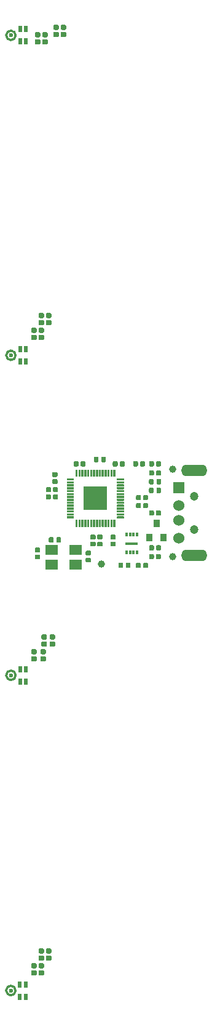
<source format=gbs>
G04 #@! TF.GenerationSoftware,KiCad,Pcbnew,5.1.5+dfsg1-2build2*
G04 #@! TF.CreationDate,2022-02-08T13:34:06-05:00*
G04 #@! TF.ProjectId,mico,6d69636f-2e6b-4696-9361-645f70636258,0.1*
G04 #@! TF.SameCoordinates,Original*
G04 #@! TF.FileFunction,Soldermask,Bot*
G04 #@! TF.FilePolarity,Negative*
%FSLAX46Y46*%
G04 Gerber Fmt 4.6, Leading zero omitted, Abs format (unit mm)*
G04 Created by KiCad (PCBNEW 5.1.5+dfsg1-2build2) date 2022-02-08 13:34:06*
%MOMM*%
%LPD*%
G04 APERTURE LIST*
%ADD10C,0.300000*%
%ADD11C,0.100000*%
%ADD12R,3.300000X3.300000*%
%ADD13C,1.528000*%
%ADD14R,1.528000X1.528000*%
%ADD15O,3.600000X1.608000*%
%ADD16C,1.200000*%
%ADD17R,1.700000X0.300000*%
%ADD18R,0.400000X0.600000*%
%ADD19R,0.900000X1.000000*%
%ADD20R,1.700000X1.400000*%
%ADD21C,1.000000*%
%ADD22C,0.600000*%
%ADD23R,0.622000X0.825000*%
G04 APERTURE END LIST*
D10*
X119387500Y-177668750D02*
G75*
G03X119387500Y-177668750I-650000J0D01*
G01*
X119400000Y-134325000D02*
G75*
G03X119400000Y-134325000I-650000J0D01*
G01*
X119400000Y-90325000D02*
G75*
G03X119400000Y-90325000I-650000J0D01*
G01*
X119400000Y-46325000D02*
G75*
G03X119400000Y-46325000I-650000J0D01*
G01*
D11*
G36*
X131685683Y-104278770D02*
G01*
X131701214Y-104281074D01*
X131716446Y-104284890D01*
X131731229Y-104290179D01*
X131745423Y-104296893D01*
X131758891Y-104304965D01*
X131771503Y-104314318D01*
X131783137Y-104324863D01*
X131793682Y-104336497D01*
X131803035Y-104349109D01*
X131811107Y-104362577D01*
X131817821Y-104376771D01*
X131823110Y-104391554D01*
X131826926Y-104406786D01*
X131829230Y-104422317D01*
X131830000Y-104438000D01*
X131830000Y-104858000D01*
X131829230Y-104873683D01*
X131826926Y-104889214D01*
X131823110Y-104904446D01*
X131817821Y-104919229D01*
X131811107Y-104933423D01*
X131803035Y-104946891D01*
X131793682Y-104959503D01*
X131783137Y-104971137D01*
X131771503Y-104981682D01*
X131758891Y-104991035D01*
X131745423Y-104999107D01*
X131731229Y-105005821D01*
X131716446Y-105011110D01*
X131701214Y-105014926D01*
X131685683Y-105017230D01*
X131670000Y-105018000D01*
X131350000Y-105018000D01*
X131334317Y-105017230D01*
X131318786Y-105014926D01*
X131303554Y-105011110D01*
X131288771Y-105005821D01*
X131274577Y-104999107D01*
X131261109Y-104991035D01*
X131248497Y-104981682D01*
X131236863Y-104971137D01*
X131226318Y-104959503D01*
X131216965Y-104946891D01*
X131208893Y-104933423D01*
X131202179Y-104919229D01*
X131196890Y-104904446D01*
X131193074Y-104889214D01*
X131190770Y-104873683D01*
X131190000Y-104858000D01*
X131190000Y-104438000D01*
X131190770Y-104422317D01*
X131193074Y-104406786D01*
X131196890Y-104391554D01*
X131202179Y-104376771D01*
X131208893Y-104362577D01*
X131216965Y-104349109D01*
X131226318Y-104336497D01*
X131236863Y-104324863D01*
X131248497Y-104314318D01*
X131261109Y-104304965D01*
X131274577Y-104296893D01*
X131288771Y-104290179D01*
X131303554Y-104284890D01*
X131318786Y-104281074D01*
X131334317Y-104278770D01*
X131350000Y-104278000D01*
X131670000Y-104278000D01*
X131685683Y-104278770D01*
G37*
G36*
X130665683Y-104278770D02*
G01*
X130681214Y-104281074D01*
X130696446Y-104284890D01*
X130711229Y-104290179D01*
X130725423Y-104296893D01*
X130738891Y-104304965D01*
X130751503Y-104314318D01*
X130763137Y-104324863D01*
X130773682Y-104336497D01*
X130783035Y-104349109D01*
X130791107Y-104362577D01*
X130797821Y-104376771D01*
X130803110Y-104391554D01*
X130806926Y-104406786D01*
X130809230Y-104422317D01*
X130810000Y-104438000D01*
X130810000Y-104858000D01*
X130809230Y-104873683D01*
X130806926Y-104889214D01*
X130803110Y-104904446D01*
X130797821Y-104919229D01*
X130791107Y-104933423D01*
X130783035Y-104946891D01*
X130773682Y-104959503D01*
X130763137Y-104971137D01*
X130751503Y-104981682D01*
X130738891Y-104991035D01*
X130725423Y-104999107D01*
X130711229Y-105005821D01*
X130696446Y-105011110D01*
X130681214Y-105014926D01*
X130665683Y-105017230D01*
X130650000Y-105018000D01*
X130330000Y-105018000D01*
X130314317Y-105017230D01*
X130298786Y-105014926D01*
X130283554Y-105011110D01*
X130268771Y-105005821D01*
X130254577Y-104999107D01*
X130241109Y-104991035D01*
X130228497Y-104981682D01*
X130216863Y-104971137D01*
X130206318Y-104959503D01*
X130196965Y-104946891D01*
X130188893Y-104933423D01*
X130182179Y-104919229D01*
X130176890Y-104904446D01*
X130173074Y-104889214D01*
X130170770Y-104873683D01*
X130170000Y-104858000D01*
X130170000Y-104438000D01*
X130170770Y-104422317D01*
X130173074Y-104406786D01*
X130176890Y-104391554D01*
X130182179Y-104376771D01*
X130188893Y-104362577D01*
X130196965Y-104349109D01*
X130206318Y-104336497D01*
X130216863Y-104324863D01*
X130228497Y-104314318D01*
X130241109Y-104304965D01*
X130254577Y-104296893D01*
X130268771Y-104290179D01*
X130283554Y-104284890D01*
X130298786Y-104281074D01*
X130314317Y-104278770D01*
X130330000Y-104278000D01*
X130650000Y-104278000D01*
X130665683Y-104278770D01*
G37*
D12*
X130400000Y-110000000D03*
D11*
G36*
X133141882Y-106095043D02*
G01*
X133142756Y-106095173D01*
X133143613Y-106095388D01*
X133144444Y-106095685D01*
X133145243Y-106096063D01*
X133146000Y-106096517D01*
X133146710Y-106097043D01*
X133147364Y-106097636D01*
X133147957Y-106098290D01*
X133148483Y-106099000D01*
X133148937Y-106099757D01*
X133149315Y-106100556D01*
X133149612Y-106101387D01*
X133149827Y-106102244D01*
X133149957Y-106103118D01*
X133150000Y-106104000D01*
X133150000Y-107026000D01*
X133149957Y-107026882D01*
X133149827Y-107027756D01*
X133149612Y-107028613D01*
X133149315Y-107029444D01*
X133148937Y-107030243D01*
X133148483Y-107031000D01*
X133147957Y-107031710D01*
X133147364Y-107032364D01*
X133146710Y-107032957D01*
X133146000Y-107033483D01*
X133145243Y-107033937D01*
X133144444Y-107034315D01*
X133143613Y-107034612D01*
X133142756Y-107034827D01*
X133141882Y-107034957D01*
X133141000Y-107035000D01*
X132859000Y-107035000D01*
X132858118Y-107034957D01*
X132857244Y-107034827D01*
X132856387Y-107034612D01*
X132855556Y-107034315D01*
X132854757Y-107033937D01*
X132854000Y-107033483D01*
X132853290Y-107032957D01*
X132852636Y-107032364D01*
X132852043Y-107031710D01*
X132851517Y-107031000D01*
X132851063Y-107030243D01*
X132850685Y-107029444D01*
X132850388Y-107028613D01*
X132850173Y-107027756D01*
X132850043Y-107026882D01*
X132850000Y-107026000D01*
X132850000Y-106104000D01*
X132850043Y-106103118D01*
X132850173Y-106102244D01*
X132850388Y-106101387D01*
X132850685Y-106100556D01*
X132851063Y-106099757D01*
X132851517Y-106099000D01*
X132852043Y-106098290D01*
X132852636Y-106097636D01*
X132853290Y-106097043D01*
X132854000Y-106096517D01*
X132854757Y-106096063D01*
X132855556Y-106095685D01*
X132856387Y-106095388D01*
X132857244Y-106095173D01*
X132858118Y-106095043D01*
X132859000Y-106095000D01*
X133141000Y-106095000D01*
X133141882Y-106095043D01*
G37*
G36*
X132741882Y-106095043D02*
G01*
X132742756Y-106095173D01*
X132743613Y-106095388D01*
X132744444Y-106095685D01*
X132745243Y-106096063D01*
X132746000Y-106096517D01*
X132746710Y-106097043D01*
X132747364Y-106097636D01*
X132747957Y-106098290D01*
X132748483Y-106099000D01*
X132748937Y-106099757D01*
X132749315Y-106100556D01*
X132749612Y-106101387D01*
X132749827Y-106102244D01*
X132749957Y-106103118D01*
X132750000Y-106104000D01*
X132750000Y-107026000D01*
X132749957Y-107026882D01*
X132749827Y-107027756D01*
X132749612Y-107028613D01*
X132749315Y-107029444D01*
X132748937Y-107030243D01*
X132748483Y-107031000D01*
X132747957Y-107031710D01*
X132747364Y-107032364D01*
X132746710Y-107032957D01*
X132746000Y-107033483D01*
X132745243Y-107033937D01*
X132744444Y-107034315D01*
X132743613Y-107034612D01*
X132742756Y-107034827D01*
X132741882Y-107034957D01*
X132741000Y-107035000D01*
X132459000Y-107035000D01*
X132458118Y-107034957D01*
X132457244Y-107034827D01*
X132456387Y-107034612D01*
X132455556Y-107034315D01*
X132454757Y-107033937D01*
X132454000Y-107033483D01*
X132453290Y-107032957D01*
X132452636Y-107032364D01*
X132452043Y-107031710D01*
X132451517Y-107031000D01*
X132451063Y-107030243D01*
X132450685Y-107029444D01*
X132450388Y-107028613D01*
X132450173Y-107027756D01*
X132450043Y-107026882D01*
X132450000Y-107026000D01*
X132450000Y-106104000D01*
X132450043Y-106103118D01*
X132450173Y-106102244D01*
X132450388Y-106101387D01*
X132450685Y-106100556D01*
X132451063Y-106099757D01*
X132451517Y-106099000D01*
X132452043Y-106098290D01*
X132452636Y-106097636D01*
X132453290Y-106097043D01*
X132454000Y-106096517D01*
X132454757Y-106096063D01*
X132455556Y-106095685D01*
X132456387Y-106095388D01*
X132457244Y-106095173D01*
X132458118Y-106095043D01*
X132459000Y-106095000D01*
X132741000Y-106095000D01*
X132741882Y-106095043D01*
G37*
G36*
X132341882Y-106095043D02*
G01*
X132342756Y-106095173D01*
X132343613Y-106095388D01*
X132344444Y-106095685D01*
X132345243Y-106096063D01*
X132346000Y-106096517D01*
X132346710Y-106097043D01*
X132347364Y-106097636D01*
X132347957Y-106098290D01*
X132348483Y-106099000D01*
X132348937Y-106099757D01*
X132349315Y-106100556D01*
X132349612Y-106101387D01*
X132349827Y-106102244D01*
X132349957Y-106103118D01*
X132350000Y-106104000D01*
X132350000Y-107026000D01*
X132349957Y-107026882D01*
X132349827Y-107027756D01*
X132349612Y-107028613D01*
X132349315Y-107029444D01*
X132348937Y-107030243D01*
X132348483Y-107031000D01*
X132347957Y-107031710D01*
X132347364Y-107032364D01*
X132346710Y-107032957D01*
X132346000Y-107033483D01*
X132345243Y-107033937D01*
X132344444Y-107034315D01*
X132343613Y-107034612D01*
X132342756Y-107034827D01*
X132341882Y-107034957D01*
X132341000Y-107035000D01*
X132059000Y-107035000D01*
X132058118Y-107034957D01*
X132057244Y-107034827D01*
X132056387Y-107034612D01*
X132055556Y-107034315D01*
X132054757Y-107033937D01*
X132054000Y-107033483D01*
X132053290Y-107032957D01*
X132052636Y-107032364D01*
X132052043Y-107031710D01*
X132051517Y-107031000D01*
X132051063Y-107030243D01*
X132050685Y-107029444D01*
X132050388Y-107028613D01*
X132050173Y-107027756D01*
X132050043Y-107026882D01*
X132050000Y-107026000D01*
X132050000Y-106104000D01*
X132050043Y-106103118D01*
X132050173Y-106102244D01*
X132050388Y-106101387D01*
X132050685Y-106100556D01*
X132051063Y-106099757D01*
X132051517Y-106099000D01*
X132052043Y-106098290D01*
X132052636Y-106097636D01*
X132053290Y-106097043D01*
X132054000Y-106096517D01*
X132054757Y-106096063D01*
X132055556Y-106095685D01*
X132056387Y-106095388D01*
X132057244Y-106095173D01*
X132058118Y-106095043D01*
X132059000Y-106095000D01*
X132341000Y-106095000D01*
X132341882Y-106095043D01*
G37*
G36*
X131941882Y-106095043D02*
G01*
X131942756Y-106095173D01*
X131943613Y-106095388D01*
X131944444Y-106095685D01*
X131945243Y-106096063D01*
X131946000Y-106096517D01*
X131946710Y-106097043D01*
X131947364Y-106097636D01*
X131947957Y-106098290D01*
X131948483Y-106099000D01*
X131948937Y-106099757D01*
X131949315Y-106100556D01*
X131949612Y-106101387D01*
X131949827Y-106102244D01*
X131949957Y-106103118D01*
X131950000Y-106104000D01*
X131950000Y-107026000D01*
X131949957Y-107026882D01*
X131949827Y-107027756D01*
X131949612Y-107028613D01*
X131949315Y-107029444D01*
X131948937Y-107030243D01*
X131948483Y-107031000D01*
X131947957Y-107031710D01*
X131947364Y-107032364D01*
X131946710Y-107032957D01*
X131946000Y-107033483D01*
X131945243Y-107033937D01*
X131944444Y-107034315D01*
X131943613Y-107034612D01*
X131942756Y-107034827D01*
X131941882Y-107034957D01*
X131941000Y-107035000D01*
X131659000Y-107035000D01*
X131658118Y-107034957D01*
X131657244Y-107034827D01*
X131656387Y-107034612D01*
X131655556Y-107034315D01*
X131654757Y-107033937D01*
X131654000Y-107033483D01*
X131653290Y-107032957D01*
X131652636Y-107032364D01*
X131652043Y-107031710D01*
X131651517Y-107031000D01*
X131651063Y-107030243D01*
X131650685Y-107029444D01*
X131650388Y-107028613D01*
X131650173Y-107027756D01*
X131650043Y-107026882D01*
X131650000Y-107026000D01*
X131650000Y-106104000D01*
X131650043Y-106103118D01*
X131650173Y-106102244D01*
X131650388Y-106101387D01*
X131650685Y-106100556D01*
X131651063Y-106099757D01*
X131651517Y-106099000D01*
X131652043Y-106098290D01*
X131652636Y-106097636D01*
X131653290Y-106097043D01*
X131654000Y-106096517D01*
X131654757Y-106096063D01*
X131655556Y-106095685D01*
X131656387Y-106095388D01*
X131657244Y-106095173D01*
X131658118Y-106095043D01*
X131659000Y-106095000D01*
X131941000Y-106095000D01*
X131941882Y-106095043D01*
G37*
G36*
X131541882Y-106095043D02*
G01*
X131542756Y-106095173D01*
X131543613Y-106095388D01*
X131544444Y-106095685D01*
X131545243Y-106096063D01*
X131546000Y-106096517D01*
X131546710Y-106097043D01*
X131547364Y-106097636D01*
X131547957Y-106098290D01*
X131548483Y-106099000D01*
X131548937Y-106099757D01*
X131549315Y-106100556D01*
X131549612Y-106101387D01*
X131549827Y-106102244D01*
X131549957Y-106103118D01*
X131550000Y-106104000D01*
X131550000Y-107026000D01*
X131549957Y-107026882D01*
X131549827Y-107027756D01*
X131549612Y-107028613D01*
X131549315Y-107029444D01*
X131548937Y-107030243D01*
X131548483Y-107031000D01*
X131547957Y-107031710D01*
X131547364Y-107032364D01*
X131546710Y-107032957D01*
X131546000Y-107033483D01*
X131545243Y-107033937D01*
X131544444Y-107034315D01*
X131543613Y-107034612D01*
X131542756Y-107034827D01*
X131541882Y-107034957D01*
X131541000Y-107035000D01*
X131259000Y-107035000D01*
X131258118Y-107034957D01*
X131257244Y-107034827D01*
X131256387Y-107034612D01*
X131255556Y-107034315D01*
X131254757Y-107033937D01*
X131254000Y-107033483D01*
X131253290Y-107032957D01*
X131252636Y-107032364D01*
X131252043Y-107031710D01*
X131251517Y-107031000D01*
X131251063Y-107030243D01*
X131250685Y-107029444D01*
X131250388Y-107028613D01*
X131250173Y-107027756D01*
X131250043Y-107026882D01*
X131250000Y-107026000D01*
X131250000Y-106104000D01*
X131250043Y-106103118D01*
X131250173Y-106102244D01*
X131250388Y-106101387D01*
X131250685Y-106100556D01*
X131251063Y-106099757D01*
X131251517Y-106099000D01*
X131252043Y-106098290D01*
X131252636Y-106097636D01*
X131253290Y-106097043D01*
X131254000Y-106096517D01*
X131254757Y-106096063D01*
X131255556Y-106095685D01*
X131256387Y-106095388D01*
X131257244Y-106095173D01*
X131258118Y-106095043D01*
X131259000Y-106095000D01*
X131541000Y-106095000D01*
X131541882Y-106095043D01*
G37*
G36*
X131141882Y-106095043D02*
G01*
X131142756Y-106095173D01*
X131143613Y-106095388D01*
X131144444Y-106095685D01*
X131145243Y-106096063D01*
X131146000Y-106096517D01*
X131146710Y-106097043D01*
X131147364Y-106097636D01*
X131147957Y-106098290D01*
X131148483Y-106099000D01*
X131148937Y-106099757D01*
X131149315Y-106100556D01*
X131149612Y-106101387D01*
X131149827Y-106102244D01*
X131149957Y-106103118D01*
X131150000Y-106104000D01*
X131150000Y-107026000D01*
X131149957Y-107026882D01*
X131149827Y-107027756D01*
X131149612Y-107028613D01*
X131149315Y-107029444D01*
X131148937Y-107030243D01*
X131148483Y-107031000D01*
X131147957Y-107031710D01*
X131147364Y-107032364D01*
X131146710Y-107032957D01*
X131146000Y-107033483D01*
X131145243Y-107033937D01*
X131144444Y-107034315D01*
X131143613Y-107034612D01*
X131142756Y-107034827D01*
X131141882Y-107034957D01*
X131141000Y-107035000D01*
X130859000Y-107035000D01*
X130858118Y-107034957D01*
X130857244Y-107034827D01*
X130856387Y-107034612D01*
X130855556Y-107034315D01*
X130854757Y-107033937D01*
X130854000Y-107033483D01*
X130853290Y-107032957D01*
X130852636Y-107032364D01*
X130852043Y-107031710D01*
X130851517Y-107031000D01*
X130851063Y-107030243D01*
X130850685Y-107029444D01*
X130850388Y-107028613D01*
X130850173Y-107027756D01*
X130850043Y-107026882D01*
X130850000Y-107026000D01*
X130850000Y-106104000D01*
X130850043Y-106103118D01*
X130850173Y-106102244D01*
X130850388Y-106101387D01*
X130850685Y-106100556D01*
X130851063Y-106099757D01*
X130851517Y-106099000D01*
X130852043Y-106098290D01*
X130852636Y-106097636D01*
X130853290Y-106097043D01*
X130854000Y-106096517D01*
X130854757Y-106096063D01*
X130855556Y-106095685D01*
X130856387Y-106095388D01*
X130857244Y-106095173D01*
X130858118Y-106095043D01*
X130859000Y-106095000D01*
X131141000Y-106095000D01*
X131141882Y-106095043D01*
G37*
G36*
X130741882Y-106095043D02*
G01*
X130742756Y-106095173D01*
X130743613Y-106095388D01*
X130744444Y-106095685D01*
X130745243Y-106096063D01*
X130746000Y-106096517D01*
X130746710Y-106097043D01*
X130747364Y-106097636D01*
X130747957Y-106098290D01*
X130748483Y-106099000D01*
X130748937Y-106099757D01*
X130749315Y-106100556D01*
X130749612Y-106101387D01*
X130749827Y-106102244D01*
X130749957Y-106103118D01*
X130750000Y-106104000D01*
X130750000Y-107026000D01*
X130749957Y-107026882D01*
X130749827Y-107027756D01*
X130749612Y-107028613D01*
X130749315Y-107029444D01*
X130748937Y-107030243D01*
X130748483Y-107031000D01*
X130747957Y-107031710D01*
X130747364Y-107032364D01*
X130746710Y-107032957D01*
X130746000Y-107033483D01*
X130745243Y-107033937D01*
X130744444Y-107034315D01*
X130743613Y-107034612D01*
X130742756Y-107034827D01*
X130741882Y-107034957D01*
X130741000Y-107035000D01*
X130459000Y-107035000D01*
X130458118Y-107034957D01*
X130457244Y-107034827D01*
X130456387Y-107034612D01*
X130455556Y-107034315D01*
X130454757Y-107033937D01*
X130454000Y-107033483D01*
X130453290Y-107032957D01*
X130452636Y-107032364D01*
X130452043Y-107031710D01*
X130451517Y-107031000D01*
X130451063Y-107030243D01*
X130450685Y-107029444D01*
X130450388Y-107028613D01*
X130450173Y-107027756D01*
X130450043Y-107026882D01*
X130450000Y-107026000D01*
X130450000Y-106104000D01*
X130450043Y-106103118D01*
X130450173Y-106102244D01*
X130450388Y-106101387D01*
X130450685Y-106100556D01*
X130451063Y-106099757D01*
X130451517Y-106099000D01*
X130452043Y-106098290D01*
X130452636Y-106097636D01*
X130453290Y-106097043D01*
X130454000Y-106096517D01*
X130454757Y-106096063D01*
X130455556Y-106095685D01*
X130456387Y-106095388D01*
X130457244Y-106095173D01*
X130458118Y-106095043D01*
X130459000Y-106095000D01*
X130741000Y-106095000D01*
X130741882Y-106095043D01*
G37*
G36*
X130341882Y-106095043D02*
G01*
X130342756Y-106095173D01*
X130343613Y-106095388D01*
X130344444Y-106095685D01*
X130345243Y-106096063D01*
X130346000Y-106096517D01*
X130346710Y-106097043D01*
X130347364Y-106097636D01*
X130347957Y-106098290D01*
X130348483Y-106099000D01*
X130348937Y-106099757D01*
X130349315Y-106100556D01*
X130349612Y-106101387D01*
X130349827Y-106102244D01*
X130349957Y-106103118D01*
X130350000Y-106104000D01*
X130350000Y-107026000D01*
X130349957Y-107026882D01*
X130349827Y-107027756D01*
X130349612Y-107028613D01*
X130349315Y-107029444D01*
X130348937Y-107030243D01*
X130348483Y-107031000D01*
X130347957Y-107031710D01*
X130347364Y-107032364D01*
X130346710Y-107032957D01*
X130346000Y-107033483D01*
X130345243Y-107033937D01*
X130344444Y-107034315D01*
X130343613Y-107034612D01*
X130342756Y-107034827D01*
X130341882Y-107034957D01*
X130341000Y-107035000D01*
X130059000Y-107035000D01*
X130058118Y-107034957D01*
X130057244Y-107034827D01*
X130056387Y-107034612D01*
X130055556Y-107034315D01*
X130054757Y-107033937D01*
X130054000Y-107033483D01*
X130053290Y-107032957D01*
X130052636Y-107032364D01*
X130052043Y-107031710D01*
X130051517Y-107031000D01*
X130051063Y-107030243D01*
X130050685Y-107029444D01*
X130050388Y-107028613D01*
X130050173Y-107027756D01*
X130050043Y-107026882D01*
X130050000Y-107026000D01*
X130050000Y-106104000D01*
X130050043Y-106103118D01*
X130050173Y-106102244D01*
X130050388Y-106101387D01*
X130050685Y-106100556D01*
X130051063Y-106099757D01*
X130051517Y-106099000D01*
X130052043Y-106098290D01*
X130052636Y-106097636D01*
X130053290Y-106097043D01*
X130054000Y-106096517D01*
X130054757Y-106096063D01*
X130055556Y-106095685D01*
X130056387Y-106095388D01*
X130057244Y-106095173D01*
X130058118Y-106095043D01*
X130059000Y-106095000D01*
X130341000Y-106095000D01*
X130341882Y-106095043D01*
G37*
G36*
X129941882Y-106095043D02*
G01*
X129942756Y-106095173D01*
X129943613Y-106095388D01*
X129944444Y-106095685D01*
X129945243Y-106096063D01*
X129946000Y-106096517D01*
X129946710Y-106097043D01*
X129947364Y-106097636D01*
X129947957Y-106098290D01*
X129948483Y-106099000D01*
X129948937Y-106099757D01*
X129949315Y-106100556D01*
X129949612Y-106101387D01*
X129949827Y-106102244D01*
X129949957Y-106103118D01*
X129950000Y-106104000D01*
X129950000Y-107026000D01*
X129949957Y-107026882D01*
X129949827Y-107027756D01*
X129949612Y-107028613D01*
X129949315Y-107029444D01*
X129948937Y-107030243D01*
X129948483Y-107031000D01*
X129947957Y-107031710D01*
X129947364Y-107032364D01*
X129946710Y-107032957D01*
X129946000Y-107033483D01*
X129945243Y-107033937D01*
X129944444Y-107034315D01*
X129943613Y-107034612D01*
X129942756Y-107034827D01*
X129941882Y-107034957D01*
X129941000Y-107035000D01*
X129659000Y-107035000D01*
X129658118Y-107034957D01*
X129657244Y-107034827D01*
X129656387Y-107034612D01*
X129655556Y-107034315D01*
X129654757Y-107033937D01*
X129654000Y-107033483D01*
X129653290Y-107032957D01*
X129652636Y-107032364D01*
X129652043Y-107031710D01*
X129651517Y-107031000D01*
X129651063Y-107030243D01*
X129650685Y-107029444D01*
X129650388Y-107028613D01*
X129650173Y-107027756D01*
X129650043Y-107026882D01*
X129650000Y-107026000D01*
X129650000Y-106104000D01*
X129650043Y-106103118D01*
X129650173Y-106102244D01*
X129650388Y-106101387D01*
X129650685Y-106100556D01*
X129651063Y-106099757D01*
X129651517Y-106099000D01*
X129652043Y-106098290D01*
X129652636Y-106097636D01*
X129653290Y-106097043D01*
X129654000Y-106096517D01*
X129654757Y-106096063D01*
X129655556Y-106095685D01*
X129656387Y-106095388D01*
X129657244Y-106095173D01*
X129658118Y-106095043D01*
X129659000Y-106095000D01*
X129941000Y-106095000D01*
X129941882Y-106095043D01*
G37*
G36*
X129541882Y-106095043D02*
G01*
X129542756Y-106095173D01*
X129543613Y-106095388D01*
X129544444Y-106095685D01*
X129545243Y-106096063D01*
X129546000Y-106096517D01*
X129546710Y-106097043D01*
X129547364Y-106097636D01*
X129547957Y-106098290D01*
X129548483Y-106099000D01*
X129548937Y-106099757D01*
X129549315Y-106100556D01*
X129549612Y-106101387D01*
X129549827Y-106102244D01*
X129549957Y-106103118D01*
X129550000Y-106104000D01*
X129550000Y-107026000D01*
X129549957Y-107026882D01*
X129549827Y-107027756D01*
X129549612Y-107028613D01*
X129549315Y-107029444D01*
X129548937Y-107030243D01*
X129548483Y-107031000D01*
X129547957Y-107031710D01*
X129547364Y-107032364D01*
X129546710Y-107032957D01*
X129546000Y-107033483D01*
X129545243Y-107033937D01*
X129544444Y-107034315D01*
X129543613Y-107034612D01*
X129542756Y-107034827D01*
X129541882Y-107034957D01*
X129541000Y-107035000D01*
X129259000Y-107035000D01*
X129258118Y-107034957D01*
X129257244Y-107034827D01*
X129256387Y-107034612D01*
X129255556Y-107034315D01*
X129254757Y-107033937D01*
X129254000Y-107033483D01*
X129253290Y-107032957D01*
X129252636Y-107032364D01*
X129252043Y-107031710D01*
X129251517Y-107031000D01*
X129251063Y-107030243D01*
X129250685Y-107029444D01*
X129250388Y-107028613D01*
X129250173Y-107027756D01*
X129250043Y-107026882D01*
X129250000Y-107026000D01*
X129250000Y-106104000D01*
X129250043Y-106103118D01*
X129250173Y-106102244D01*
X129250388Y-106101387D01*
X129250685Y-106100556D01*
X129251063Y-106099757D01*
X129251517Y-106099000D01*
X129252043Y-106098290D01*
X129252636Y-106097636D01*
X129253290Y-106097043D01*
X129254000Y-106096517D01*
X129254757Y-106096063D01*
X129255556Y-106095685D01*
X129256387Y-106095388D01*
X129257244Y-106095173D01*
X129258118Y-106095043D01*
X129259000Y-106095000D01*
X129541000Y-106095000D01*
X129541882Y-106095043D01*
G37*
G36*
X129141882Y-106095043D02*
G01*
X129142756Y-106095173D01*
X129143613Y-106095388D01*
X129144444Y-106095685D01*
X129145243Y-106096063D01*
X129146000Y-106096517D01*
X129146710Y-106097043D01*
X129147364Y-106097636D01*
X129147957Y-106098290D01*
X129148483Y-106099000D01*
X129148937Y-106099757D01*
X129149315Y-106100556D01*
X129149612Y-106101387D01*
X129149827Y-106102244D01*
X129149957Y-106103118D01*
X129150000Y-106104000D01*
X129150000Y-107026000D01*
X129149957Y-107026882D01*
X129149827Y-107027756D01*
X129149612Y-107028613D01*
X129149315Y-107029444D01*
X129148937Y-107030243D01*
X129148483Y-107031000D01*
X129147957Y-107031710D01*
X129147364Y-107032364D01*
X129146710Y-107032957D01*
X129146000Y-107033483D01*
X129145243Y-107033937D01*
X129144444Y-107034315D01*
X129143613Y-107034612D01*
X129142756Y-107034827D01*
X129141882Y-107034957D01*
X129141000Y-107035000D01*
X128859000Y-107035000D01*
X128858118Y-107034957D01*
X128857244Y-107034827D01*
X128856387Y-107034612D01*
X128855556Y-107034315D01*
X128854757Y-107033937D01*
X128854000Y-107033483D01*
X128853290Y-107032957D01*
X128852636Y-107032364D01*
X128852043Y-107031710D01*
X128851517Y-107031000D01*
X128851063Y-107030243D01*
X128850685Y-107029444D01*
X128850388Y-107028613D01*
X128850173Y-107027756D01*
X128850043Y-107026882D01*
X128850000Y-107026000D01*
X128850000Y-106104000D01*
X128850043Y-106103118D01*
X128850173Y-106102244D01*
X128850388Y-106101387D01*
X128850685Y-106100556D01*
X128851063Y-106099757D01*
X128851517Y-106099000D01*
X128852043Y-106098290D01*
X128852636Y-106097636D01*
X128853290Y-106097043D01*
X128854000Y-106096517D01*
X128854757Y-106096063D01*
X128855556Y-106095685D01*
X128856387Y-106095388D01*
X128857244Y-106095173D01*
X128858118Y-106095043D01*
X128859000Y-106095000D01*
X129141000Y-106095000D01*
X129141882Y-106095043D01*
G37*
G36*
X128741882Y-106095043D02*
G01*
X128742756Y-106095173D01*
X128743613Y-106095388D01*
X128744444Y-106095685D01*
X128745243Y-106096063D01*
X128746000Y-106096517D01*
X128746710Y-106097043D01*
X128747364Y-106097636D01*
X128747957Y-106098290D01*
X128748483Y-106099000D01*
X128748937Y-106099757D01*
X128749315Y-106100556D01*
X128749612Y-106101387D01*
X128749827Y-106102244D01*
X128749957Y-106103118D01*
X128750000Y-106104000D01*
X128750000Y-107026000D01*
X128749957Y-107026882D01*
X128749827Y-107027756D01*
X128749612Y-107028613D01*
X128749315Y-107029444D01*
X128748937Y-107030243D01*
X128748483Y-107031000D01*
X128747957Y-107031710D01*
X128747364Y-107032364D01*
X128746710Y-107032957D01*
X128746000Y-107033483D01*
X128745243Y-107033937D01*
X128744444Y-107034315D01*
X128743613Y-107034612D01*
X128742756Y-107034827D01*
X128741882Y-107034957D01*
X128741000Y-107035000D01*
X128459000Y-107035000D01*
X128458118Y-107034957D01*
X128457244Y-107034827D01*
X128456387Y-107034612D01*
X128455556Y-107034315D01*
X128454757Y-107033937D01*
X128454000Y-107033483D01*
X128453290Y-107032957D01*
X128452636Y-107032364D01*
X128452043Y-107031710D01*
X128451517Y-107031000D01*
X128451063Y-107030243D01*
X128450685Y-107029444D01*
X128450388Y-107028613D01*
X128450173Y-107027756D01*
X128450043Y-107026882D01*
X128450000Y-107026000D01*
X128450000Y-106104000D01*
X128450043Y-106103118D01*
X128450173Y-106102244D01*
X128450388Y-106101387D01*
X128450685Y-106100556D01*
X128451063Y-106099757D01*
X128451517Y-106099000D01*
X128452043Y-106098290D01*
X128452636Y-106097636D01*
X128453290Y-106097043D01*
X128454000Y-106096517D01*
X128454757Y-106096063D01*
X128455556Y-106095685D01*
X128456387Y-106095388D01*
X128457244Y-106095173D01*
X128458118Y-106095043D01*
X128459000Y-106095000D01*
X128741000Y-106095000D01*
X128741882Y-106095043D01*
G37*
G36*
X128341882Y-106095043D02*
G01*
X128342756Y-106095173D01*
X128343613Y-106095388D01*
X128344444Y-106095685D01*
X128345243Y-106096063D01*
X128346000Y-106096517D01*
X128346710Y-106097043D01*
X128347364Y-106097636D01*
X128347957Y-106098290D01*
X128348483Y-106099000D01*
X128348937Y-106099757D01*
X128349315Y-106100556D01*
X128349612Y-106101387D01*
X128349827Y-106102244D01*
X128349957Y-106103118D01*
X128350000Y-106104000D01*
X128350000Y-107026000D01*
X128349957Y-107026882D01*
X128349827Y-107027756D01*
X128349612Y-107028613D01*
X128349315Y-107029444D01*
X128348937Y-107030243D01*
X128348483Y-107031000D01*
X128347957Y-107031710D01*
X128347364Y-107032364D01*
X128346710Y-107032957D01*
X128346000Y-107033483D01*
X128345243Y-107033937D01*
X128344444Y-107034315D01*
X128343613Y-107034612D01*
X128342756Y-107034827D01*
X128341882Y-107034957D01*
X128341000Y-107035000D01*
X128059000Y-107035000D01*
X128058118Y-107034957D01*
X128057244Y-107034827D01*
X128056387Y-107034612D01*
X128055556Y-107034315D01*
X128054757Y-107033937D01*
X128054000Y-107033483D01*
X128053290Y-107032957D01*
X128052636Y-107032364D01*
X128052043Y-107031710D01*
X128051517Y-107031000D01*
X128051063Y-107030243D01*
X128050685Y-107029444D01*
X128050388Y-107028613D01*
X128050173Y-107027756D01*
X128050043Y-107026882D01*
X128050000Y-107026000D01*
X128050000Y-106104000D01*
X128050043Y-106103118D01*
X128050173Y-106102244D01*
X128050388Y-106101387D01*
X128050685Y-106100556D01*
X128051063Y-106099757D01*
X128051517Y-106099000D01*
X128052043Y-106098290D01*
X128052636Y-106097636D01*
X128053290Y-106097043D01*
X128054000Y-106096517D01*
X128054757Y-106096063D01*
X128055556Y-106095685D01*
X128056387Y-106095388D01*
X128057244Y-106095173D01*
X128058118Y-106095043D01*
X128059000Y-106095000D01*
X128341000Y-106095000D01*
X128341882Y-106095043D01*
G37*
G36*
X127941882Y-106095043D02*
G01*
X127942756Y-106095173D01*
X127943613Y-106095388D01*
X127944444Y-106095685D01*
X127945243Y-106096063D01*
X127946000Y-106096517D01*
X127946710Y-106097043D01*
X127947364Y-106097636D01*
X127947957Y-106098290D01*
X127948483Y-106099000D01*
X127948937Y-106099757D01*
X127949315Y-106100556D01*
X127949612Y-106101387D01*
X127949827Y-106102244D01*
X127949957Y-106103118D01*
X127950000Y-106104000D01*
X127950000Y-107026000D01*
X127949957Y-107026882D01*
X127949827Y-107027756D01*
X127949612Y-107028613D01*
X127949315Y-107029444D01*
X127948937Y-107030243D01*
X127948483Y-107031000D01*
X127947957Y-107031710D01*
X127947364Y-107032364D01*
X127946710Y-107032957D01*
X127946000Y-107033483D01*
X127945243Y-107033937D01*
X127944444Y-107034315D01*
X127943613Y-107034612D01*
X127942756Y-107034827D01*
X127941882Y-107034957D01*
X127941000Y-107035000D01*
X127659000Y-107035000D01*
X127658118Y-107034957D01*
X127657244Y-107034827D01*
X127656387Y-107034612D01*
X127655556Y-107034315D01*
X127654757Y-107033937D01*
X127654000Y-107033483D01*
X127653290Y-107032957D01*
X127652636Y-107032364D01*
X127652043Y-107031710D01*
X127651517Y-107031000D01*
X127651063Y-107030243D01*
X127650685Y-107029444D01*
X127650388Y-107028613D01*
X127650173Y-107027756D01*
X127650043Y-107026882D01*
X127650000Y-107026000D01*
X127650000Y-106104000D01*
X127650043Y-106103118D01*
X127650173Y-106102244D01*
X127650388Y-106101387D01*
X127650685Y-106100556D01*
X127651063Y-106099757D01*
X127651517Y-106099000D01*
X127652043Y-106098290D01*
X127652636Y-106097636D01*
X127653290Y-106097043D01*
X127654000Y-106096517D01*
X127654757Y-106096063D01*
X127655556Y-106095685D01*
X127656387Y-106095388D01*
X127657244Y-106095173D01*
X127658118Y-106095043D01*
X127659000Y-106095000D01*
X127941000Y-106095000D01*
X127941882Y-106095043D01*
G37*
G36*
X127941882Y-112965043D02*
G01*
X127942756Y-112965173D01*
X127943613Y-112965388D01*
X127944444Y-112965685D01*
X127945243Y-112966063D01*
X127946000Y-112966517D01*
X127946710Y-112967043D01*
X127947364Y-112967636D01*
X127947957Y-112968290D01*
X127948483Y-112969000D01*
X127948937Y-112969757D01*
X127949315Y-112970556D01*
X127949612Y-112971387D01*
X127949827Y-112972244D01*
X127949957Y-112973118D01*
X127950000Y-112974000D01*
X127950000Y-113896000D01*
X127949957Y-113896882D01*
X127949827Y-113897756D01*
X127949612Y-113898613D01*
X127949315Y-113899444D01*
X127948937Y-113900243D01*
X127948483Y-113901000D01*
X127947957Y-113901710D01*
X127947364Y-113902364D01*
X127946710Y-113902957D01*
X127946000Y-113903483D01*
X127945243Y-113903937D01*
X127944444Y-113904315D01*
X127943613Y-113904612D01*
X127942756Y-113904827D01*
X127941882Y-113904957D01*
X127941000Y-113905000D01*
X127659000Y-113905000D01*
X127658118Y-113904957D01*
X127657244Y-113904827D01*
X127656387Y-113904612D01*
X127655556Y-113904315D01*
X127654757Y-113903937D01*
X127654000Y-113903483D01*
X127653290Y-113902957D01*
X127652636Y-113902364D01*
X127652043Y-113901710D01*
X127651517Y-113901000D01*
X127651063Y-113900243D01*
X127650685Y-113899444D01*
X127650388Y-113898613D01*
X127650173Y-113897756D01*
X127650043Y-113896882D01*
X127650000Y-113896000D01*
X127650000Y-112974000D01*
X127650043Y-112973118D01*
X127650173Y-112972244D01*
X127650388Y-112971387D01*
X127650685Y-112970556D01*
X127651063Y-112969757D01*
X127651517Y-112969000D01*
X127652043Y-112968290D01*
X127652636Y-112967636D01*
X127653290Y-112967043D01*
X127654000Y-112966517D01*
X127654757Y-112966063D01*
X127655556Y-112965685D01*
X127656387Y-112965388D01*
X127657244Y-112965173D01*
X127658118Y-112965043D01*
X127659000Y-112965000D01*
X127941000Y-112965000D01*
X127941882Y-112965043D01*
G37*
G36*
X128341882Y-112965043D02*
G01*
X128342756Y-112965173D01*
X128343613Y-112965388D01*
X128344444Y-112965685D01*
X128345243Y-112966063D01*
X128346000Y-112966517D01*
X128346710Y-112967043D01*
X128347364Y-112967636D01*
X128347957Y-112968290D01*
X128348483Y-112969000D01*
X128348937Y-112969757D01*
X128349315Y-112970556D01*
X128349612Y-112971387D01*
X128349827Y-112972244D01*
X128349957Y-112973118D01*
X128350000Y-112974000D01*
X128350000Y-113896000D01*
X128349957Y-113896882D01*
X128349827Y-113897756D01*
X128349612Y-113898613D01*
X128349315Y-113899444D01*
X128348937Y-113900243D01*
X128348483Y-113901000D01*
X128347957Y-113901710D01*
X128347364Y-113902364D01*
X128346710Y-113902957D01*
X128346000Y-113903483D01*
X128345243Y-113903937D01*
X128344444Y-113904315D01*
X128343613Y-113904612D01*
X128342756Y-113904827D01*
X128341882Y-113904957D01*
X128341000Y-113905000D01*
X128059000Y-113905000D01*
X128058118Y-113904957D01*
X128057244Y-113904827D01*
X128056387Y-113904612D01*
X128055556Y-113904315D01*
X128054757Y-113903937D01*
X128054000Y-113903483D01*
X128053290Y-113902957D01*
X128052636Y-113902364D01*
X128052043Y-113901710D01*
X128051517Y-113901000D01*
X128051063Y-113900243D01*
X128050685Y-113899444D01*
X128050388Y-113898613D01*
X128050173Y-113897756D01*
X128050043Y-113896882D01*
X128050000Y-113896000D01*
X128050000Y-112974000D01*
X128050043Y-112973118D01*
X128050173Y-112972244D01*
X128050388Y-112971387D01*
X128050685Y-112970556D01*
X128051063Y-112969757D01*
X128051517Y-112969000D01*
X128052043Y-112968290D01*
X128052636Y-112967636D01*
X128053290Y-112967043D01*
X128054000Y-112966517D01*
X128054757Y-112966063D01*
X128055556Y-112965685D01*
X128056387Y-112965388D01*
X128057244Y-112965173D01*
X128058118Y-112965043D01*
X128059000Y-112965000D01*
X128341000Y-112965000D01*
X128341882Y-112965043D01*
G37*
G36*
X128741882Y-112965043D02*
G01*
X128742756Y-112965173D01*
X128743613Y-112965388D01*
X128744444Y-112965685D01*
X128745243Y-112966063D01*
X128746000Y-112966517D01*
X128746710Y-112967043D01*
X128747364Y-112967636D01*
X128747957Y-112968290D01*
X128748483Y-112969000D01*
X128748937Y-112969757D01*
X128749315Y-112970556D01*
X128749612Y-112971387D01*
X128749827Y-112972244D01*
X128749957Y-112973118D01*
X128750000Y-112974000D01*
X128750000Y-113896000D01*
X128749957Y-113896882D01*
X128749827Y-113897756D01*
X128749612Y-113898613D01*
X128749315Y-113899444D01*
X128748937Y-113900243D01*
X128748483Y-113901000D01*
X128747957Y-113901710D01*
X128747364Y-113902364D01*
X128746710Y-113902957D01*
X128746000Y-113903483D01*
X128745243Y-113903937D01*
X128744444Y-113904315D01*
X128743613Y-113904612D01*
X128742756Y-113904827D01*
X128741882Y-113904957D01*
X128741000Y-113905000D01*
X128459000Y-113905000D01*
X128458118Y-113904957D01*
X128457244Y-113904827D01*
X128456387Y-113904612D01*
X128455556Y-113904315D01*
X128454757Y-113903937D01*
X128454000Y-113903483D01*
X128453290Y-113902957D01*
X128452636Y-113902364D01*
X128452043Y-113901710D01*
X128451517Y-113901000D01*
X128451063Y-113900243D01*
X128450685Y-113899444D01*
X128450388Y-113898613D01*
X128450173Y-113897756D01*
X128450043Y-113896882D01*
X128450000Y-113896000D01*
X128450000Y-112974000D01*
X128450043Y-112973118D01*
X128450173Y-112972244D01*
X128450388Y-112971387D01*
X128450685Y-112970556D01*
X128451063Y-112969757D01*
X128451517Y-112969000D01*
X128452043Y-112968290D01*
X128452636Y-112967636D01*
X128453290Y-112967043D01*
X128454000Y-112966517D01*
X128454757Y-112966063D01*
X128455556Y-112965685D01*
X128456387Y-112965388D01*
X128457244Y-112965173D01*
X128458118Y-112965043D01*
X128459000Y-112965000D01*
X128741000Y-112965000D01*
X128741882Y-112965043D01*
G37*
G36*
X129141882Y-112965043D02*
G01*
X129142756Y-112965173D01*
X129143613Y-112965388D01*
X129144444Y-112965685D01*
X129145243Y-112966063D01*
X129146000Y-112966517D01*
X129146710Y-112967043D01*
X129147364Y-112967636D01*
X129147957Y-112968290D01*
X129148483Y-112969000D01*
X129148937Y-112969757D01*
X129149315Y-112970556D01*
X129149612Y-112971387D01*
X129149827Y-112972244D01*
X129149957Y-112973118D01*
X129150000Y-112974000D01*
X129150000Y-113896000D01*
X129149957Y-113896882D01*
X129149827Y-113897756D01*
X129149612Y-113898613D01*
X129149315Y-113899444D01*
X129148937Y-113900243D01*
X129148483Y-113901000D01*
X129147957Y-113901710D01*
X129147364Y-113902364D01*
X129146710Y-113902957D01*
X129146000Y-113903483D01*
X129145243Y-113903937D01*
X129144444Y-113904315D01*
X129143613Y-113904612D01*
X129142756Y-113904827D01*
X129141882Y-113904957D01*
X129141000Y-113905000D01*
X128859000Y-113905000D01*
X128858118Y-113904957D01*
X128857244Y-113904827D01*
X128856387Y-113904612D01*
X128855556Y-113904315D01*
X128854757Y-113903937D01*
X128854000Y-113903483D01*
X128853290Y-113902957D01*
X128852636Y-113902364D01*
X128852043Y-113901710D01*
X128851517Y-113901000D01*
X128851063Y-113900243D01*
X128850685Y-113899444D01*
X128850388Y-113898613D01*
X128850173Y-113897756D01*
X128850043Y-113896882D01*
X128850000Y-113896000D01*
X128850000Y-112974000D01*
X128850043Y-112973118D01*
X128850173Y-112972244D01*
X128850388Y-112971387D01*
X128850685Y-112970556D01*
X128851063Y-112969757D01*
X128851517Y-112969000D01*
X128852043Y-112968290D01*
X128852636Y-112967636D01*
X128853290Y-112967043D01*
X128854000Y-112966517D01*
X128854757Y-112966063D01*
X128855556Y-112965685D01*
X128856387Y-112965388D01*
X128857244Y-112965173D01*
X128858118Y-112965043D01*
X128859000Y-112965000D01*
X129141000Y-112965000D01*
X129141882Y-112965043D01*
G37*
G36*
X129541882Y-112965043D02*
G01*
X129542756Y-112965173D01*
X129543613Y-112965388D01*
X129544444Y-112965685D01*
X129545243Y-112966063D01*
X129546000Y-112966517D01*
X129546710Y-112967043D01*
X129547364Y-112967636D01*
X129547957Y-112968290D01*
X129548483Y-112969000D01*
X129548937Y-112969757D01*
X129549315Y-112970556D01*
X129549612Y-112971387D01*
X129549827Y-112972244D01*
X129549957Y-112973118D01*
X129550000Y-112974000D01*
X129550000Y-113896000D01*
X129549957Y-113896882D01*
X129549827Y-113897756D01*
X129549612Y-113898613D01*
X129549315Y-113899444D01*
X129548937Y-113900243D01*
X129548483Y-113901000D01*
X129547957Y-113901710D01*
X129547364Y-113902364D01*
X129546710Y-113902957D01*
X129546000Y-113903483D01*
X129545243Y-113903937D01*
X129544444Y-113904315D01*
X129543613Y-113904612D01*
X129542756Y-113904827D01*
X129541882Y-113904957D01*
X129541000Y-113905000D01*
X129259000Y-113905000D01*
X129258118Y-113904957D01*
X129257244Y-113904827D01*
X129256387Y-113904612D01*
X129255556Y-113904315D01*
X129254757Y-113903937D01*
X129254000Y-113903483D01*
X129253290Y-113902957D01*
X129252636Y-113902364D01*
X129252043Y-113901710D01*
X129251517Y-113901000D01*
X129251063Y-113900243D01*
X129250685Y-113899444D01*
X129250388Y-113898613D01*
X129250173Y-113897756D01*
X129250043Y-113896882D01*
X129250000Y-113896000D01*
X129250000Y-112974000D01*
X129250043Y-112973118D01*
X129250173Y-112972244D01*
X129250388Y-112971387D01*
X129250685Y-112970556D01*
X129251063Y-112969757D01*
X129251517Y-112969000D01*
X129252043Y-112968290D01*
X129252636Y-112967636D01*
X129253290Y-112967043D01*
X129254000Y-112966517D01*
X129254757Y-112966063D01*
X129255556Y-112965685D01*
X129256387Y-112965388D01*
X129257244Y-112965173D01*
X129258118Y-112965043D01*
X129259000Y-112965000D01*
X129541000Y-112965000D01*
X129541882Y-112965043D01*
G37*
G36*
X129941882Y-112965043D02*
G01*
X129942756Y-112965173D01*
X129943613Y-112965388D01*
X129944444Y-112965685D01*
X129945243Y-112966063D01*
X129946000Y-112966517D01*
X129946710Y-112967043D01*
X129947364Y-112967636D01*
X129947957Y-112968290D01*
X129948483Y-112969000D01*
X129948937Y-112969757D01*
X129949315Y-112970556D01*
X129949612Y-112971387D01*
X129949827Y-112972244D01*
X129949957Y-112973118D01*
X129950000Y-112974000D01*
X129950000Y-113896000D01*
X129949957Y-113896882D01*
X129949827Y-113897756D01*
X129949612Y-113898613D01*
X129949315Y-113899444D01*
X129948937Y-113900243D01*
X129948483Y-113901000D01*
X129947957Y-113901710D01*
X129947364Y-113902364D01*
X129946710Y-113902957D01*
X129946000Y-113903483D01*
X129945243Y-113903937D01*
X129944444Y-113904315D01*
X129943613Y-113904612D01*
X129942756Y-113904827D01*
X129941882Y-113904957D01*
X129941000Y-113905000D01*
X129659000Y-113905000D01*
X129658118Y-113904957D01*
X129657244Y-113904827D01*
X129656387Y-113904612D01*
X129655556Y-113904315D01*
X129654757Y-113903937D01*
X129654000Y-113903483D01*
X129653290Y-113902957D01*
X129652636Y-113902364D01*
X129652043Y-113901710D01*
X129651517Y-113901000D01*
X129651063Y-113900243D01*
X129650685Y-113899444D01*
X129650388Y-113898613D01*
X129650173Y-113897756D01*
X129650043Y-113896882D01*
X129650000Y-113896000D01*
X129650000Y-112974000D01*
X129650043Y-112973118D01*
X129650173Y-112972244D01*
X129650388Y-112971387D01*
X129650685Y-112970556D01*
X129651063Y-112969757D01*
X129651517Y-112969000D01*
X129652043Y-112968290D01*
X129652636Y-112967636D01*
X129653290Y-112967043D01*
X129654000Y-112966517D01*
X129654757Y-112966063D01*
X129655556Y-112965685D01*
X129656387Y-112965388D01*
X129657244Y-112965173D01*
X129658118Y-112965043D01*
X129659000Y-112965000D01*
X129941000Y-112965000D01*
X129941882Y-112965043D01*
G37*
G36*
X130341882Y-112965043D02*
G01*
X130342756Y-112965173D01*
X130343613Y-112965388D01*
X130344444Y-112965685D01*
X130345243Y-112966063D01*
X130346000Y-112966517D01*
X130346710Y-112967043D01*
X130347364Y-112967636D01*
X130347957Y-112968290D01*
X130348483Y-112969000D01*
X130348937Y-112969757D01*
X130349315Y-112970556D01*
X130349612Y-112971387D01*
X130349827Y-112972244D01*
X130349957Y-112973118D01*
X130350000Y-112974000D01*
X130350000Y-113896000D01*
X130349957Y-113896882D01*
X130349827Y-113897756D01*
X130349612Y-113898613D01*
X130349315Y-113899444D01*
X130348937Y-113900243D01*
X130348483Y-113901000D01*
X130347957Y-113901710D01*
X130347364Y-113902364D01*
X130346710Y-113902957D01*
X130346000Y-113903483D01*
X130345243Y-113903937D01*
X130344444Y-113904315D01*
X130343613Y-113904612D01*
X130342756Y-113904827D01*
X130341882Y-113904957D01*
X130341000Y-113905000D01*
X130059000Y-113905000D01*
X130058118Y-113904957D01*
X130057244Y-113904827D01*
X130056387Y-113904612D01*
X130055556Y-113904315D01*
X130054757Y-113903937D01*
X130054000Y-113903483D01*
X130053290Y-113902957D01*
X130052636Y-113902364D01*
X130052043Y-113901710D01*
X130051517Y-113901000D01*
X130051063Y-113900243D01*
X130050685Y-113899444D01*
X130050388Y-113898613D01*
X130050173Y-113897756D01*
X130050043Y-113896882D01*
X130050000Y-113896000D01*
X130050000Y-112974000D01*
X130050043Y-112973118D01*
X130050173Y-112972244D01*
X130050388Y-112971387D01*
X130050685Y-112970556D01*
X130051063Y-112969757D01*
X130051517Y-112969000D01*
X130052043Y-112968290D01*
X130052636Y-112967636D01*
X130053290Y-112967043D01*
X130054000Y-112966517D01*
X130054757Y-112966063D01*
X130055556Y-112965685D01*
X130056387Y-112965388D01*
X130057244Y-112965173D01*
X130058118Y-112965043D01*
X130059000Y-112965000D01*
X130341000Y-112965000D01*
X130341882Y-112965043D01*
G37*
G36*
X130741882Y-112965043D02*
G01*
X130742756Y-112965173D01*
X130743613Y-112965388D01*
X130744444Y-112965685D01*
X130745243Y-112966063D01*
X130746000Y-112966517D01*
X130746710Y-112967043D01*
X130747364Y-112967636D01*
X130747957Y-112968290D01*
X130748483Y-112969000D01*
X130748937Y-112969757D01*
X130749315Y-112970556D01*
X130749612Y-112971387D01*
X130749827Y-112972244D01*
X130749957Y-112973118D01*
X130750000Y-112974000D01*
X130750000Y-113896000D01*
X130749957Y-113896882D01*
X130749827Y-113897756D01*
X130749612Y-113898613D01*
X130749315Y-113899444D01*
X130748937Y-113900243D01*
X130748483Y-113901000D01*
X130747957Y-113901710D01*
X130747364Y-113902364D01*
X130746710Y-113902957D01*
X130746000Y-113903483D01*
X130745243Y-113903937D01*
X130744444Y-113904315D01*
X130743613Y-113904612D01*
X130742756Y-113904827D01*
X130741882Y-113904957D01*
X130741000Y-113905000D01*
X130459000Y-113905000D01*
X130458118Y-113904957D01*
X130457244Y-113904827D01*
X130456387Y-113904612D01*
X130455556Y-113904315D01*
X130454757Y-113903937D01*
X130454000Y-113903483D01*
X130453290Y-113902957D01*
X130452636Y-113902364D01*
X130452043Y-113901710D01*
X130451517Y-113901000D01*
X130451063Y-113900243D01*
X130450685Y-113899444D01*
X130450388Y-113898613D01*
X130450173Y-113897756D01*
X130450043Y-113896882D01*
X130450000Y-113896000D01*
X130450000Y-112974000D01*
X130450043Y-112973118D01*
X130450173Y-112972244D01*
X130450388Y-112971387D01*
X130450685Y-112970556D01*
X130451063Y-112969757D01*
X130451517Y-112969000D01*
X130452043Y-112968290D01*
X130452636Y-112967636D01*
X130453290Y-112967043D01*
X130454000Y-112966517D01*
X130454757Y-112966063D01*
X130455556Y-112965685D01*
X130456387Y-112965388D01*
X130457244Y-112965173D01*
X130458118Y-112965043D01*
X130459000Y-112965000D01*
X130741000Y-112965000D01*
X130741882Y-112965043D01*
G37*
G36*
X131141882Y-112965043D02*
G01*
X131142756Y-112965173D01*
X131143613Y-112965388D01*
X131144444Y-112965685D01*
X131145243Y-112966063D01*
X131146000Y-112966517D01*
X131146710Y-112967043D01*
X131147364Y-112967636D01*
X131147957Y-112968290D01*
X131148483Y-112969000D01*
X131148937Y-112969757D01*
X131149315Y-112970556D01*
X131149612Y-112971387D01*
X131149827Y-112972244D01*
X131149957Y-112973118D01*
X131150000Y-112974000D01*
X131150000Y-113896000D01*
X131149957Y-113896882D01*
X131149827Y-113897756D01*
X131149612Y-113898613D01*
X131149315Y-113899444D01*
X131148937Y-113900243D01*
X131148483Y-113901000D01*
X131147957Y-113901710D01*
X131147364Y-113902364D01*
X131146710Y-113902957D01*
X131146000Y-113903483D01*
X131145243Y-113903937D01*
X131144444Y-113904315D01*
X131143613Y-113904612D01*
X131142756Y-113904827D01*
X131141882Y-113904957D01*
X131141000Y-113905000D01*
X130859000Y-113905000D01*
X130858118Y-113904957D01*
X130857244Y-113904827D01*
X130856387Y-113904612D01*
X130855556Y-113904315D01*
X130854757Y-113903937D01*
X130854000Y-113903483D01*
X130853290Y-113902957D01*
X130852636Y-113902364D01*
X130852043Y-113901710D01*
X130851517Y-113901000D01*
X130851063Y-113900243D01*
X130850685Y-113899444D01*
X130850388Y-113898613D01*
X130850173Y-113897756D01*
X130850043Y-113896882D01*
X130850000Y-113896000D01*
X130850000Y-112974000D01*
X130850043Y-112973118D01*
X130850173Y-112972244D01*
X130850388Y-112971387D01*
X130850685Y-112970556D01*
X130851063Y-112969757D01*
X130851517Y-112969000D01*
X130852043Y-112968290D01*
X130852636Y-112967636D01*
X130853290Y-112967043D01*
X130854000Y-112966517D01*
X130854757Y-112966063D01*
X130855556Y-112965685D01*
X130856387Y-112965388D01*
X130857244Y-112965173D01*
X130858118Y-112965043D01*
X130859000Y-112965000D01*
X131141000Y-112965000D01*
X131141882Y-112965043D01*
G37*
G36*
X131541882Y-112965043D02*
G01*
X131542756Y-112965173D01*
X131543613Y-112965388D01*
X131544444Y-112965685D01*
X131545243Y-112966063D01*
X131546000Y-112966517D01*
X131546710Y-112967043D01*
X131547364Y-112967636D01*
X131547957Y-112968290D01*
X131548483Y-112969000D01*
X131548937Y-112969757D01*
X131549315Y-112970556D01*
X131549612Y-112971387D01*
X131549827Y-112972244D01*
X131549957Y-112973118D01*
X131550000Y-112974000D01*
X131550000Y-113896000D01*
X131549957Y-113896882D01*
X131549827Y-113897756D01*
X131549612Y-113898613D01*
X131549315Y-113899444D01*
X131548937Y-113900243D01*
X131548483Y-113901000D01*
X131547957Y-113901710D01*
X131547364Y-113902364D01*
X131546710Y-113902957D01*
X131546000Y-113903483D01*
X131545243Y-113903937D01*
X131544444Y-113904315D01*
X131543613Y-113904612D01*
X131542756Y-113904827D01*
X131541882Y-113904957D01*
X131541000Y-113905000D01*
X131259000Y-113905000D01*
X131258118Y-113904957D01*
X131257244Y-113904827D01*
X131256387Y-113904612D01*
X131255556Y-113904315D01*
X131254757Y-113903937D01*
X131254000Y-113903483D01*
X131253290Y-113902957D01*
X131252636Y-113902364D01*
X131252043Y-113901710D01*
X131251517Y-113901000D01*
X131251063Y-113900243D01*
X131250685Y-113899444D01*
X131250388Y-113898613D01*
X131250173Y-113897756D01*
X131250043Y-113896882D01*
X131250000Y-113896000D01*
X131250000Y-112974000D01*
X131250043Y-112973118D01*
X131250173Y-112972244D01*
X131250388Y-112971387D01*
X131250685Y-112970556D01*
X131251063Y-112969757D01*
X131251517Y-112969000D01*
X131252043Y-112968290D01*
X131252636Y-112967636D01*
X131253290Y-112967043D01*
X131254000Y-112966517D01*
X131254757Y-112966063D01*
X131255556Y-112965685D01*
X131256387Y-112965388D01*
X131257244Y-112965173D01*
X131258118Y-112965043D01*
X131259000Y-112965000D01*
X131541000Y-112965000D01*
X131541882Y-112965043D01*
G37*
G36*
X131941882Y-112965043D02*
G01*
X131942756Y-112965173D01*
X131943613Y-112965388D01*
X131944444Y-112965685D01*
X131945243Y-112966063D01*
X131946000Y-112966517D01*
X131946710Y-112967043D01*
X131947364Y-112967636D01*
X131947957Y-112968290D01*
X131948483Y-112969000D01*
X131948937Y-112969757D01*
X131949315Y-112970556D01*
X131949612Y-112971387D01*
X131949827Y-112972244D01*
X131949957Y-112973118D01*
X131950000Y-112974000D01*
X131950000Y-113896000D01*
X131949957Y-113896882D01*
X131949827Y-113897756D01*
X131949612Y-113898613D01*
X131949315Y-113899444D01*
X131948937Y-113900243D01*
X131948483Y-113901000D01*
X131947957Y-113901710D01*
X131947364Y-113902364D01*
X131946710Y-113902957D01*
X131946000Y-113903483D01*
X131945243Y-113903937D01*
X131944444Y-113904315D01*
X131943613Y-113904612D01*
X131942756Y-113904827D01*
X131941882Y-113904957D01*
X131941000Y-113905000D01*
X131659000Y-113905000D01*
X131658118Y-113904957D01*
X131657244Y-113904827D01*
X131656387Y-113904612D01*
X131655556Y-113904315D01*
X131654757Y-113903937D01*
X131654000Y-113903483D01*
X131653290Y-113902957D01*
X131652636Y-113902364D01*
X131652043Y-113901710D01*
X131651517Y-113901000D01*
X131651063Y-113900243D01*
X131650685Y-113899444D01*
X131650388Y-113898613D01*
X131650173Y-113897756D01*
X131650043Y-113896882D01*
X131650000Y-113896000D01*
X131650000Y-112974000D01*
X131650043Y-112973118D01*
X131650173Y-112972244D01*
X131650388Y-112971387D01*
X131650685Y-112970556D01*
X131651063Y-112969757D01*
X131651517Y-112969000D01*
X131652043Y-112968290D01*
X131652636Y-112967636D01*
X131653290Y-112967043D01*
X131654000Y-112966517D01*
X131654757Y-112966063D01*
X131655556Y-112965685D01*
X131656387Y-112965388D01*
X131657244Y-112965173D01*
X131658118Y-112965043D01*
X131659000Y-112965000D01*
X131941000Y-112965000D01*
X131941882Y-112965043D01*
G37*
G36*
X132341882Y-112965043D02*
G01*
X132342756Y-112965173D01*
X132343613Y-112965388D01*
X132344444Y-112965685D01*
X132345243Y-112966063D01*
X132346000Y-112966517D01*
X132346710Y-112967043D01*
X132347364Y-112967636D01*
X132347957Y-112968290D01*
X132348483Y-112969000D01*
X132348937Y-112969757D01*
X132349315Y-112970556D01*
X132349612Y-112971387D01*
X132349827Y-112972244D01*
X132349957Y-112973118D01*
X132350000Y-112974000D01*
X132350000Y-113896000D01*
X132349957Y-113896882D01*
X132349827Y-113897756D01*
X132349612Y-113898613D01*
X132349315Y-113899444D01*
X132348937Y-113900243D01*
X132348483Y-113901000D01*
X132347957Y-113901710D01*
X132347364Y-113902364D01*
X132346710Y-113902957D01*
X132346000Y-113903483D01*
X132345243Y-113903937D01*
X132344444Y-113904315D01*
X132343613Y-113904612D01*
X132342756Y-113904827D01*
X132341882Y-113904957D01*
X132341000Y-113905000D01*
X132059000Y-113905000D01*
X132058118Y-113904957D01*
X132057244Y-113904827D01*
X132056387Y-113904612D01*
X132055556Y-113904315D01*
X132054757Y-113903937D01*
X132054000Y-113903483D01*
X132053290Y-113902957D01*
X132052636Y-113902364D01*
X132052043Y-113901710D01*
X132051517Y-113901000D01*
X132051063Y-113900243D01*
X132050685Y-113899444D01*
X132050388Y-113898613D01*
X132050173Y-113897756D01*
X132050043Y-113896882D01*
X132050000Y-113896000D01*
X132050000Y-112974000D01*
X132050043Y-112973118D01*
X132050173Y-112972244D01*
X132050388Y-112971387D01*
X132050685Y-112970556D01*
X132051063Y-112969757D01*
X132051517Y-112969000D01*
X132052043Y-112968290D01*
X132052636Y-112967636D01*
X132053290Y-112967043D01*
X132054000Y-112966517D01*
X132054757Y-112966063D01*
X132055556Y-112965685D01*
X132056387Y-112965388D01*
X132057244Y-112965173D01*
X132058118Y-112965043D01*
X132059000Y-112965000D01*
X132341000Y-112965000D01*
X132341882Y-112965043D01*
G37*
G36*
X132741882Y-112965043D02*
G01*
X132742756Y-112965173D01*
X132743613Y-112965388D01*
X132744444Y-112965685D01*
X132745243Y-112966063D01*
X132746000Y-112966517D01*
X132746710Y-112967043D01*
X132747364Y-112967636D01*
X132747957Y-112968290D01*
X132748483Y-112969000D01*
X132748937Y-112969757D01*
X132749315Y-112970556D01*
X132749612Y-112971387D01*
X132749827Y-112972244D01*
X132749957Y-112973118D01*
X132750000Y-112974000D01*
X132750000Y-113896000D01*
X132749957Y-113896882D01*
X132749827Y-113897756D01*
X132749612Y-113898613D01*
X132749315Y-113899444D01*
X132748937Y-113900243D01*
X132748483Y-113901000D01*
X132747957Y-113901710D01*
X132747364Y-113902364D01*
X132746710Y-113902957D01*
X132746000Y-113903483D01*
X132745243Y-113903937D01*
X132744444Y-113904315D01*
X132743613Y-113904612D01*
X132742756Y-113904827D01*
X132741882Y-113904957D01*
X132741000Y-113905000D01*
X132459000Y-113905000D01*
X132458118Y-113904957D01*
X132457244Y-113904827D01*
X132456387Y-113904612D01*
X132455556Y-113904315D01*
X132454757Y-113903937D01*
X132454000Y-113903483D01*
X132453290Y-113902957D01*
X132452636Y-113902364D01*
X132452043Y-113901710D01*
X132451517Y-113901000D01*
X132451063Y-113900243D01*
X132450685Y-113899444D01*
X132450388Y-113898613D01*
X132450173Y-113897756D01*
X132450043Y-113896882D01*
X132450000Y-113896000D01*
X132450000Y-112974000D01*
X132450043Y-112973118D01*
X132450173Y-112972244D01*
X132450388Y-112971387D01*
X132450685Y-112970556D01*
X132451063Y-112969757D01*
X132451517Y-112969000D01*
X132452043Y-112968290D01*
X132452636Y-112967636D01*
X132453290Y-112967043D01*
X132454000Y-112966517D01*
X132454757Y-112966063D01*
X132455556Y-112965685D01*
X132456387Y-112965388D01*
X132457244Y-112965173D01*
X132458118Y-112965043D01*
X132459000Y-112965000D01*
X132741000Y-112965000D01*
X132741882Y-112965043D01*
G37*
G36*
X133141882Y-112965043D02*
G01*
X133142756Y-112965173D01*
X133143613Y-112965388D01*
X133144444Y-112965685D01*
X133145243Y-112966063D01*
X133146000Y-112966517D01*
X133146710Y-112967043D01*
X133147364Y-112967636D01*
X133147957Y-112968290D01*
X133148483Y-112969000D01*
X133148937Y-112969757D01*
X133149315Y-112970556D01*
X133149612Y-112971387D01*
X133149827Y-112972244D01*
X133149957Y-112973118D01*
X133150000Y-112974000D01*
X133150000Y-113896000D01*
X133149957Y-113896882D01*
X133149827Y-113897756D01*
X133149612Y-113898613D01*
X133149315Y-113899444D01*
X133148937Y-113900243D01*
X133148483Y-113901000D01*
X133147957Y-113901710D01*
X133147364Y-113902364D01*
X133146710Y-113902957D01*
X133146000Y-113903483D01*
X133145243Y-113903937D01*
X133144444Y-113904315D01*
X133143613Y-113904612D01*
X133142756Y-113904827D01*
X133141882Y-113904957D01*
X133141000Y-113905000D01*
X132859000Y-113905000D01*
X132858118Y-113904957D01*
X132857244Y-113904827D01*
X132856387Y-113904612D01*
X132855556Y-113904315D01*
X132854757Y-113903937D01*
X132854000Y-113903483D01*
X132853290Y-113902957D01*
X132852636Y-113902364D01*
X132852043Y-113901710D01*
X132851517Y-113901000D01*
X132851063Y-113900243D01*
X132850685Y-113899444D01*
X132850388Y-113898613D01*
X132850173Y-113897756D01*
X132850043Y-113896882D01*
X132850000Y-113896000D01*
X132850000Y-112974000D01*
X132850043Y-112973118D01*
X132850173Y-112972244D01*
X132850388Y-112971387D01*
X132850685Y-112970556D01*
X132851063Y-112969757D01*
X132851517Y-112969000D01*
X132852043Y-112968290D01*
X132852636Y-112967636D01*
X132853290Y-112967043D01*
X132854000Y-112966517D01*
X132854757Y-112966063D01*
X132855556Y-112965685D01*
X132856387Y-112965388D01*
X132857244Y-112965173D01*
X132858118Y-112965043D01*
X132859000Y-112965000D01*
X133141000Y-112965000D01*
X133141882Y-112965043D01*
G37*
G36*
X134277941Y-112450144D02*
G01*
X134280853Y-112450576D01*
X134283709Y-112451292D01*
X134286481Y-112452284D01*
X134289142Y-112453542D01*
X134291667Y-112455056D01*
X134294032Y-112456810D01*
X134296213Y-112458787D01*
X134298190Y-112460968D01*
X134299944Y-112463333D01*
X134301458Y-112465858D01*
X134302716Y-112468519D01*
X134303708Y-112471291D01*
X134304424Y-112474147D01*
X134304856Y-112477059D01*
X134305000Y-112480000D01*
X134305000Y-112720000D01*
X134304856Y-112722941D01*
X134304424Y-112725853D01*
X134303708Y-112728709D01*
X134302716Y-112731481D01*
X134301458Y-112734142D01*
X134299944Y-112736667D01*
X134298190Y-112739032D01*
X134296213Y-112741213D01*
X134294032Y-112743190D01*
X134291667Y-112744944D01*
X134289142Y-112746458D01*
X134286481Y-112747716D01*
X134283709Y-112748708D01*
X134280853Y-112749424D01*
X134277941Y-112749856D01*
X134275000Y-112750000D01*
X133395000Y-112750000D01*
X133392059Y-112749856D01*
X133389147Y-112749424D01*
X133386291Y-112748708D01*
X133383519Y-112747716D01*
X133380858Y-112746458D01*
X133378333Y-112744944D01*
X133375968Y-112743190D01*
X133373787Y-112741213D01*
X133371810Y-112739032D01*
X133370056Y-112736667D01*
X133368542Y-112734142D01*
X133367284Y-112731481D01*
X133366292Y-112728709D01*
X133365576Y-112725853D01*
X133365144Y-112722941D01*
X133365000Y-112720000D01*
X133365000Y-112480000D01*
X133365144Y-112477059D01*
X133365576Y-112474147D01*
X133366292Y-112471291D01*
X133367284Y-112468519D01*
X133368542Y-112465858D01*
X133370056Y-112463333D01*
X133371810Y-112460968D01*
X133373787Y-112458787D01*
X133375968Y-112456810D01*
X133378333Y-112455056D01*
X133380858Y-112453542D01*
X133383519Y-112452284D01*
X133386291Y-112451292D01*
X133389147Y-112450576D01*
X133392059Y-112450144D01*
X133395000Y-112450000D01*
X134275000Y-112450000D01*
X134277941Y-112450144D01*
G37*
G36*
X134277941Y-112050144D02*
G01*
X134280853Y-112050576D01*
X134283709Y-112051292D01*
X134286481Y-112052284D01*
X134289142Y-112053542D01*
X134291667Y-112055056D01*
X134294032Y-112056810D01*
X134296213Y-112058787D01*
X134298190Y-112060968D01*
X134299944Y-112063333D01*
X134301458Y-112065858D01*
X134302716Y-112068519D01*
X134303708Y-112071291D01*
X134304424Y-112074147D01*
X134304856Y-112077059D01*
X134305000Y-112080000D01*
X134305000Y-112320000D01*
X134304856Y-112322941D01*
X134304424Y-112325853D01*
X134303708Y-112328709D01*
X134302716Y-112331481D01*
X134301458Y-112334142D01*
X134299944Y-112336667D01*
X134298190Y-112339032D01*
X134296213Y-112341213D01*
X134294032Y-112343190D01*
X134291667Y-112344944D01*
X134289142Y-112346458D01*
X134286481Y-112347716D01*
X134283709Y-112348708D01*
X134280853Y-112349424D01*
X134277941Y-112349856D01*
X134275000Y-112350000D01*
X133395000Y-112350000D01*
X133392059Y-112349856D01*
X133389147Y-112349424D01*
X133386291Y-112348708D01*
X133383519Y-112347716D01*
X133380858Y-112346458D01*
X133378333Y-112344944D01*
X133375968Y-112343190D01*
X133373787Y-112341213D01*
X133371810Y-112339032D01*
X133370056Y-112336667D01*
X133368542Y-112334142D01*
X133367284Y-112331481D01*
X133366292Y-112328709D01*
X133365576Y-112325853D01*
X133365144Y-112322941D01*
X133365000Y-112320000D01*
X133365000Y-112080000D01*
X133365144Y-112077059D01*
X133365576Y-112074147D01*
X133366292Y-112071291D01*
X133367284Y-112068519D01*
X133368542Y-112065858D01*
X133370056Y-112063333D01*
X133371810Y-112060968D01*
X133373787Y-112058787D01*
X133375968Y-112056810D01*
X133378333Y-112055056D01*
X133380858Y-112053542D01*
X133383519Y-112052284D01*
X133386291Y-112051292D01*
X133389147Y-112050576D01*
X133392059Y-112050144D01*
X133395000Y-112050000D01*
X134275000Y-112050000D01*
X134277941Y-112050144D01*
G37*
G36*
X134277941Y-111650144D02*
G01*
X134280853Y-111650576D01*
X134283709Y-111651292D01*
X134286481Y-111652284D01*
X134289142Y-111653542D01*
X134291667Y-111655056D01*
X134294032Y-111656810D01*
X134296213Y-111658787D01*
X134298190Y-111660968D01*
X134299944Y-111663333D01*
X134301458Y-111665858D01*
X134302716Y-111668519D01*
X134303708Y-111671291D01*
X134304424Y-111674147D01*
X134304856Y-111677059D01*
X134305000Y-111680000D01*
X134305000Y-111920000D01*
X134304856Y-111922941D01*
X134304424Y-111925853D01*
X134303708Y-111928709D01*
X134302716Y-111931481D01*
X134301458Y-111934142D01*
X134299944Y-111936667D01*
X134298190Y-111939032D01*
X134296213Y-111941213D01*
X134294032Y-111943190D01*
X134291667Y-111944944D01*
X134289142Y-111946458D01*
X134286481Y-111947716D01*
X134283709Y-111948708D01*
X134280853Y-111949424D01*
X134277941Y-111949856D01*
X134275000Y-111950000D01*
X133395000Y-111950000D01*
X133392059Y-111949856D01*
X133389147Y-111949424D01*
X133386291Y-111948708D01*
X133383519Y-111947716D01*
X133380858Y-111946458D01*
X133378333Y-111944944D01*
X133375968Y-111943190D01*
X133373787Y-111941213D01*
X133371810Y-111939032D01*
X133370056Y-111936667D01*
X133368542Y-111934142D01*
X133367284Y-111931481D01*
X133366292Y-111928709D01*
X133365576Y-111925853D01*
X133365144Y-111922941D01*
X133365000Y-111920000D01*
X133365000Y-111680000D01*
X133365144Y-111677059D01*
X133365576Y-111674147D01*
X133366292Y-111671291D01*
X133367284Y-111668519D01*
X133368542Y-111665858D01*
X133370056Y-111663333D01*
X133371810Y-111660968D01*
X133373787Y-111658787D01*
X133375968Y-111656810D01*
X133378333Y-111655056D01*
X133380858Y-111653542D01*
X133383519Y-111652284D01*
X133386291Y-111651292D01*
X133389147Y-111650576D01*
X133392059Y-111650144D01*
X133395000Y-111650000D01*
X134275000Y-111650000D01*
X134277941Y-111650144D01*
G37*
G36*
X134277941Y-111250144D02*
G01*
X134280853Y-111250576D01*
X134283709Y-111251292D01*
X134286481Y-111252284D01*
X134289142Y-111253542D01*
X134291667Y-111255056D01*
X134294032Y-111256810D01*
X134296213Y-111258787D01*
X134298190Y-111260968D01*
X134299944Y-111263333D01*
X134301458Y-111265858D01*
X134302716Y-111268519D01*
X134303708Y-111271291D01*
X134304424Y-111274147D01*
X134304856Y-111277059D01*
X134305000Y-111280000D01*
X134305000Y-111520000D01*
X134304856Y-111522941D01*
X134304424Y-111525853D01*
X134303708Y-111528709D01*
X134302716Y-111531481D01*
X134301458Y-111534142D01*
X134299944Y-111536667D01*
X134298190Y-111539032D01*
X134296213Y-111541213D01*
X134294032Y-111543190D01*
X134291667Y-111544944D01*
X134289142Y-111546458D01*
X134286481Y-111547716D01*
X134283709Y-111548708D01*
X134280853Y-111549424D01*
X134277941Y-111549856D01*
X134275000Y-111550000D01*
X133395000Y-111550000D01*
X133392059Y-111549856D01*
X133389147Y-111549424D01*
X133386291Y-111548708D01*
X133383519Y-111547716D01*
X133380858Y-111546458D01*
X133378333Y-111544944D01*
X133375968Y-111543190D01*
X133373787Y-111541213D01*
X133371810Y-111539032D01*
X133370056Y-111536667D01*
X133368542Y-111534142D01*
X133367284Y-111531481D01*
X133366292Y-111528709D01*
X133365576Y-111525853D01*
X133365144Y-111522941D01*
X133365000Y-111520000D01*
X133365000Y-111280000D01*
X133365144Y-111277059D01*
X133365576Y-111274147D01*
X133366292Y-111271291D01*
X133367284Y-111268519D01*
X133368542Y-111265858D01*
X133370056Y-111263333D01*
X133371810Y-111260968D01*
X133373787Y-111258787D01*
X133375968Y-111256810D01*
X133378333Y-111255056D01*
X133380858Y-111253542D01*
X133383519Y-111252284D01*
X133386291Y-111251292D01*
X133389147Y-111250576D01*
X133392059Y-111250144D01*
X133395000Y-111250000D01*
X134275000Y-111250000D01*
X134277941Y-111250144D01*
G37*
G36*
X134277941Y-110850144D02*
G01*
X134280853Y-110850576D01*
X134283709Y-110851292D01*
X134286481Y-110852284D01*
X134289142Y-110853542D01*
X134291667Y-110855056D01*
X134294032Y-110856810D01*
X134296213Y-110858787D01*
X134298190Y-110860968D01*
X134299944Y-110863333D01*
X134301458Y-110865858D01*
X134302716Y-110868519D01*
X134303708Y-110871291D01*
X134304424Y-110874147D01*
X134304856Y-110877059D01*
X134305000Y-110880000D01*
X134305000Y-111120000D01*
X134304856Y-111122941D01*
X134304424Y-111125853D01*
X134303708Y-111128709D01*
X134302716Y-111131481D01*
X134301458Y-111134142D01*
X134299944Y-111136667D01*
X134298190Y-111139032D01*
X134296213Y-111141213D01*
X134294032Y-111143190D01*
X134291667Y-111144944D01*
X134289142Y-111146458D01*
X134286481Y-111147716D01*
X134283709Y-111148708D01*
X134280853Y-111149424D01*
X134277941Y-111149856D01*
X134275000Y-111150000D01*
X133395000Y-111150000D01*
X133392059Y-111149856D01*
X133389147Y-111149424D01*
X133386291Y-111148708D01*
X133383519Y-111147716D01*
X133380858Y-111146458D01*
X133378333Y-111144944D01*
X133375968Y-111143190D01*
X133373787Y-111141213D01*
X133371810Y-111139032D01*
X133370056Y-111136667D01*
X133368542Y-111134142D01*
X133367284Y-111131481D01*
X133366292Y-111128709D01*
X133365576Y-111125853D01*
X133365144Y-111122941D01*
X133365000Y-111120000D01*
X133365000Y-110880000D01*
X133365144Y-110877059D01*
X133365576Y-110874147D01*
X133366292Y-110871291D01*
X133367284Y-110868519D01*
X133368542Y-110865858D01*
X133370056Y-110863333D01*
X133371810Y-110860968D01*
X133373787Y-110858787D01*
X133375968Y-110856810D01*
X133378333Y-110855056D01*
X133380858Y-110853542D01*
X133383519Y-110852284D01*
X133386291Y-110851292D01*
X133389147Y-110850576D01*
X133392059Y-110850144D01*
X133395000Y-110850000D01*
X134275000Y-110850000D01*
X134277941Y-110850144D01*
G37*
G36*
X134277941Y-110450144D02*
G01*
X134280853Y-110450576D01*
X134283709Y-110451292D01*
X134286481Y-110452284D01*
X134289142Y-110453542D01*
X134291667Y-110455056D01*
X134294032Y-110456810D01*
X134296213Y-110458787D01*
X134298190Y-110460968D01*
X134299944Y-110463333D01*
X134301458Y-110465858D01*
X134302716Y-110468519D01*
X134303708Y-110471291D01*
X134304424Y-110474147D01*
X134304856Y-110477059D01*
X134305000Y-110480000D01*
X134305000Y-110720000D01*
X134304856Y-110722941D01*
X134304424Y-110725853D01*
X134303708Y-110728709D01*
X134302716Y-110731481D01*
X134301458Y-110734142D01*
X134299944Y-110736667D01*
X134298190Y-110739032D01*
X134296213Y-110741213D01*
X134294032Y-110743190D01*
X134291667Y-110744944D01*
X134289142Y-110746458D01*
X134286481Y-110747716D01*
X134283709Y-110748708D01*
X134280853Y-110749424D01*
X134277941Y-110749856D01*
X134275000Y-110750000D01*
X133395000Y-110750000D01*
X133392059Y-110749856D01*
X133389147Y-110749424D01*
X133386291Y-110748708D01*
X133383519Y-110747716D01*
X133380858Y-110746458D01*
X133378333Y-110744944D01*
X133375968Y-110743190D01*
X133373787Y-110741213D01*
X133371810Y-110739032D01*
X133370056Y-110736667D01*
X133368542Y-110734142D01*
X133367284Y-110731481D01*
X133366292Y-110728709D01*
X133365576Y-110725853D01*
X133365144Y-110722941D01*
X133365000Y-110720000D01*
X133365000Y-110480000D01*
X133365144Y-110477059D01*
X133365576Y-110474147D01*
X133366292Y-110471291D01*
X133367284Y-110468519D01*
X133368542Y-110465858D01*
X133370056Y-110463333D01*
X133371810Y-110460968D01*
X133373787Y-110458787D01*
X133375968Y-110456810D01*
X133378333Y-110455056D01*
X133380858Y-110453542D01*
X133383519Y-110452284D01*
X133386291Y-110451292D01*
X133389147Y-110450576D01*
X133392059Y-110450144D01*
X133395000Y-110450000D01*
X134275000Y-110450000D01*
X134277941Y-110450144D01*
G37*
G36*
X134277941Y-110050144D02*
G01*
X134280853Y-110050576D01*
X134283709Y-110051292D01*
X134286481Y-110052284D01*
X134289142Y-110053542D01*
X134291667Y-110055056D01*
X134294032Y-110056810D01*
X134296213Y-110058787D01*
X134298190Y-110060968D01*
X134299944Y-110063333D01*
X134301458Y-110065858D01*
X134302716Y-110068519D01*
X134303708Y-110071291D01*
X134304424Y-110074147D01*
X134304856Y-110077059D01*
X134305000Y-110080000D01*
X134305000Y-110320000D01*
X134304856Y-110322941D01*
X134304424Y-110325853D01*
X134303708Y-110328709D01*
X134302716Y-110331481D01*
X134301458Y-110334142D01*
X134299944Y-110336667D01*
X134298190Y-110339032D01*
X134296213Y-110341213D01*
X134294032Y-110343190D01*
X134291667Y-110344944D01*
X134289142Y-110346458D01*
X134286481Y-110347716D01*
X134283709Y-110348708D01*
X134280853Y-110349424D01*
X134277941Y-110349856D01*
X134275000Y-110350000D01*
X133395000Y-110350000D01*
X133392059Y-110349856D01*
X133389147Y-110349424D01*
X133386291Y-110348708D01*
X133383519Y-110347716D01*
X133380858Y-110346458D01*
X133378333Y-110344944D01*
X133375968Y-110343190D01*
X133373787Y-110341213D01*
X133371810Y-110339032D01*
X133370056Y-110336667D01*
X133368542Y-110334142D01*
X133367284Y-110331481D01*
X133366292Y-110328709D01*
X133365576Y-110325853D01*
X133365144Y-110322941D01*
X133365000Y-110320000D01*
X133365000Y-110080000D01*
X133365144Y-110077059D01*
X133365576Y-110074147D01*
X133366292Y-110071291D01*
X133367284Y-110068519D01*
X133368542Y-110065858D01*
X133370056Y-110063333D01*
X133371810Y-110060968D01*
X133373787Y-110058787D01*
X133375968Y-110056810D01*
X133378333Y-110055056D01*
X133380858Y-110053542D01*
X133383519Y-110052284D01*
X133386291Y-110051292D01*
X133389147Y-110050576D01*
X133392059Y-110050144D01*
X133395000Y-110050000D01*
X134275000Y-110050000D01*
X134277941Y-110050144D01*
G37*
G36*
X134277941Y-109650144D02*
G01*
X134280853Y-109650576D01*
X134283709Y-109651292D01*
X134286481Y-109652284D01*
X134289142Y-109653542D01*
X134291667Y-109655056D01*
X134294032Y-109656810D01*
X134296213Y-109658787D01*
X134298190Y-109660968D01*
X134299944Y-109663333D01*
X134301458Y-109665858D01*
X134302716Y-109668519D01*
X134303708Y-109671291D01*
X134304424Y-109674147D01*
X134304856Y-109677059D01*
X134305000Y-109680000D01*
X134305000Y-109920000D01*
X134304856Y-109922941D01*
X134304424Y-109925853D01*
X134303708Y-109928709D01*
X134302716Y-109931481D01*
X134301458Y-109934142D01*
X134299944Y-109936667D01*
X134298190Y-109939032D01*
X134296213Y-109941213D01*
X134294032Y-109943190D01*
X134291667Y-109944944D01*
X134289142Y-109946458D01*
X134286481Y-109947716D01*
X134283709Y-109948708D01*
X134280853Y-109949424D01*
X134277941Y-109949856D01*
X134275000Y-109950000D01*
X133395000Y-109950000D01*
X133392059Y-109949856D01*
X133389147Y-109949424D01*
X133386291Y-109948708D01*
X133383519Y-109947716D01*
X133380858Y-109946458D01*
X133378333Y-109944944D01*
X133375968Y-109943190D01*
X133373787Y-109941213D01*
X133371810Y-109939032D01*
X133370056Y-109936667D01*
X133368542Y-109934142D01*
X133367284Y-109931481D01*
X133366292Y-109928709D01*
X133365576Y-109925853D01*
X133365144Y-109922941D01*
X133365000Y-109920000D01*
X133365000Y-109680000D01*
X133365144Y-109677059D01*
X133365576Y-109674147D01*
X133366292Y-109671291D01*
X133367284Y-109668519D01*
X133368542Y-109665858D01*
X133370056Y-109663333D01*
X133371810Y-109660968D01*
X133373787Y-109658787D01*
X133375968Y-109656810D01*
X133378333Y-109655056D01*
X133380858Y-109653542D01*
X133383519Y-109652284D01*
X133386291Y-109651292D01*
X133389147Y-109650576D01*
X133392059Y-109650144D01*
X133395000Y-109650000D01*
X134275000Y-109650000D01*
X134277941Y-109650144D01*
G37*
G36*
X134277941Y-109250144D02*
G01*
X134280853Y-109250576D01*
X134283709Y-109251292D01*
X134286481Y-109252284D01*
X134289142Y-109253542D01*
X134291667Y-109255056D01*
X134294032Y-109256810D01*
X134296213Y-109258787D01*
X134298190Y-109260968D01*
X134299944Y-109263333D01*
X134301458Y-109265858D01*
X134302716Y-109268519D01*
X134303708Y-109271291D01*
X134304424Y-109274147D01*
X134304856Y-109277059D01*
X134305000Y-109280000D01*
X134305000Y-109520000D01*
X134304856Y-109522941D01*
X134304424Y-109525853D01*
X134303708Y-109528709D01*
X134302716Y-109531481D01*
X134301458Y-109534142D01*
X134299944Y-109536667D01*
X134298190Y-109539032D01*
X134296213Y-109541213D01*
X134294032Y-109543190D01*
X134291667Y-109544944D01*
X134289142Y-109546458D01*
X134286481Y-109547716D01*
X134283709Y-109548708D01*
X134280853Y-109549424D01*
X134277941Y-109549856D01*
X134275000Y-109550000D01*
X133395000Y-109550000D01*
X133392059Y-109549856D01*
X133389147Y-109549424D01*
X133386291Y-109548708D01*
X133383519Y-109547716D01*
X133380858Y-109546458D01*
X133378333Y-109544944D01*
X133375968Y-109543190D01*
X133373787Y-109541213D01*
X133371810Y-109539032D01*
X133370056Y-109536667D01*
X133368542Y-109534142D01*
X133367284Y-109531481D01*
X133366292Y-109528709D01*
X133365576Y-109525853D01*
X133365144Y-109522941D01*
X133365000Y-109520000D01*
X133365000Y-109280000D01*
X133365144Y-109277059D01*
X133365576Y-109274147D01*
X133366292Y-109271291D01*
X133367284Y-109268519D01*
X133368542Y-109265858D01*
X133370056Y-109263333D01*
X133371810Y-109260968D01*
X133373787Y-109258787D01*
X133375968Y-109256810D01*
X133378333Y-109255056D01*
X133380858Y-109253542D01*
X133383519Y-109252284D01*
X133386291Y-109251292D01*
X133389147Y-109250576D01*
X133392059Y-109250144D01*
X133395000Y-109250000D01*
X134275000Y-109250000D01*
X134277941Y-109250144D01*
G37*
G36*
X134277941Y-108850144D02*
G01*
X134280853Y-108850576D01*
X134283709Y-108851292D01*
X134286481Y-108852284D01*
X134289142Y-108853542D01*
X134291667Y-108855056D01*
X134294032Y-108856810D01*
X134296213Y-108858787D01*
X134298190Y-108860968D01*
X134299944Y-108863333D01*
X134301458Y-108865858D01*
X134302716Y-108868519D01*
X134303708Y-108871291D01*
X134304424Y-108874147D01*
X134304856Y-108877059D01*
X134305000Y-108880000D01*
X134305000Y-109120000D01*
X134304856Y-109122941D01*
X134304424Y-109125853D01*
X134303708Y-109128709D01*
X134302716Y-109131481D01*
X134301458Y-109134142D01*
X134299944Y-109136667D01*
X134298190Y-109139032D01*
X134296213Y-109141213D01*
X134294032Y-109143190D01*
X134291667Y-109144944D01*
X134289142Y-109146458D01*
X134286481Y-109147716D01*
X134283709Y-109148708D01*
X134280853Y-109149424D01*
X134277941Y-109149856D01*
X134275000Y-109150000D01*
X133395000Y-109150000D01*
X133392059Y-109149856D01*
X133389147Y-109149424D01*
X133386291Y-109148708D01*
X133383519Y-109147716D01*
X133380858Y-109146458D01*
X133378333Y-109144944D01*
X133375968Y-109143190D01*
X133373787Y-109141213D01*
X133371810Y-109139032D01*
X133370056Y-109136667D01*
X133368542Y-109134142D01*
X133367284Y-109131481D01*
X133366292Y-109128709D01*
X133365576Y-109125853D01*
X133365144Y-109122941D01*
X133365000Y-109120000D01*
X133365000Y-108880000D01*
X133365144Y-108877059D01*
X133365576Y-108874147D01*
X133366292Y-108871291D01*
X133367284Y-108868519D01*
X133368542Y-108865858D01*
X133370056Y-108863333D01*
X133371810Y-108860968D01*
X133373787Y-108858787D01*
X133375968Y-108856810D01*
X133378333Y-108855056D01*
X133380858Y-108853542D01*
X133383519Y-108852284D01*
X133386291Y-108851292D01*
X133389147Y-108850576D01*
X133392059Y-108850144D01*
X133395000Y-108850000D01*
X134275000Y-108850000D01*
X134277941Y-108850144D01*
G37*
G36*
X134277941Y-108450144D02*
G01*
X134280853Y-108450576D01*
X134283709Y-108451292D01*
X134286481Y-108452284D01*
X134289142Y-108453542D01*
X134291667Y-108455056D01*
X134294032Y-108456810D01*
X134296213Y-108458787D01*
X134298190Y-108460968D01*
X134299944Y-108463333D01*
X134301458Y-108465858D01*
X134302716Y-108468519D01*
X134303708Y-108471291D01*
X134304424Y-108474147D01*
X134304856Y-108477059D01*
X134305000Y-108480000D01*
X134305000Y-108720000D01*
X134304856Y-108722941D01*
X134304424Y-108725853D01*
X134303708Y-108728709D01*
X134302716Y-108731481D01*
X134301458Y-108734142D01*
X134299944Y-108736667D01*
X134298190Y-108739032D01*
X134296213Y-108741213D01*
X134294032Y-108743190D01*
X134291667Y-108744944D01*
X134289142Y-108746458D01*
X134286481Y-108747716D01*
X134283709Y-108748708D01*
X134280853Y-108749424D01*
X134277941Y-108749856D01*
X134275000Y-108750000D01*
X133395000Y-108750000D01*
X133392059Y-108749856D01*
X133389147Y-108749424D01*
X133386291Y-108748708D01*
X133383519Y-108747716D01*
X133380858Y-108746458D01*
X133378333Y-108744944D01*
X133375968Y-108743190D01*
X133373787Y-108741213D01*
X133371810Y-108739032D01*
X133370056Y-108736667D01*
X133368542Y-108734142D01*
X133367284Y-108731481D01*
X133366292Y-108728709D01*
X133365576Y-108725853D01*
X133365144Y-108722941D01*
X133365000Y-108720000D01*
X133365000Y-108480000D01*
X133365144Y-108477059D01*
X133365576Y-108474147D01*
X133366292Y-108471291D01*
X133367284Y-108468519D01*
X133368542Y-108465858D01*
X133370056Y-108463333D01*
X133371810Y-108460968D01*
X133373787Y-108458787D01*
X133375968Y-108456810D01*
X133378333Y-108455056D01*
X133380858Y-108453542D01*
X133383519Y-108452284D01*
X133386291Y-108451292D01*
X133389147Y-108450576D01*
X133392059Y-108450144D01*
X133395000Y-108450000D01*
X134275000Y-108450000D01*
X134277941Y-108450144D01*
G37*
G36*
X134277941Y-108050144D02*
G01*
X134280853Y-108050576D01*
X134283709Y-108051292D01*
X134286481Y-108052284D01*
X134289142Y-108053542D01*
X134291667Y-108055056D01*
X134294032Y-108056810D01*
X134296213Y-108058787D01*
X134298190Y-108060968D01*
X134299944Y-108063333D01*
X134301458Y-108065858D01*
X134302716Y-108068519D01*
X134303708Y-108071291D01*
X134304424Y-108074147D01*
X134304856Y-108077059D01*
X134305000Y-108080000D01*
X134305000Y-108320000D01*
X134304856Y-108322941D01*
X134304424Y-108325853D01*
X134303708Y-108328709D01*
X134302716Y-108331481D01*
X134301458Y-108334142D01*
X134299944Y-108336667D01*
X134298190Y-108339032D01*
X134296213Y-108341213D01*
X134294032Y-108343190D01*
X134291667Y-108344944D01*
X134289142Y-108346458D01*
X134286481Y-108347716D01*
X134283709Y-108348708D01*
X134280853Y-108349424D01*
X134277941Y-108349856D01*
X134275000Y-108350000D01*
X133395000Y-108350000D01*
X133392059Y-108349856D01*
X133389147Y-108349424D01*
X133386291Y-108348708D01*
X133383519Y-108347716D01*
X133380858Y-108346458D01*
X133378333Y-108344944D01*
X133375968Y-108343190D01*
X133373787Y-108341213D01*
X133371810Y-108339032D01*
X133370056Y-108336667D01*
X133368542Y-108334142D01*
X133367284Y-108331481D01*
X133366292Y-108328709D01*
X133365576Y-108325853D01*
X133365144Y-108322941D01*
X133365000Y-108320000D01*
X133365000Y-108080000D01*
X133365144Y-108077059D01*
X133365576Y-108074147D01*
X133366292Y-108071291D01*
X133367284Y-108068519D01*
X133368542Y-108065858D01*
X133370056Y-108063333D01*
X133371810Y-108060968D01*
X133373787Y-108058787D01*
X133375968Y-108056810D01*
X133378333Y-108055056D01*
X133380858Y-108053542D01*
X133383519Y-108052284D01*
X133386291Y-108051292D01*
X133389147Y-108050576D01*
X133392059Y-108050144D01*
X133395000Y-108050000D01*
X134275000Y-108050000D01*
X134277941Y-108050144D01*
G37*
G36*
X134277941Y-107650144D02*
G01*
X134280853Y-107650576D01*
X134283709Y-107651292D01*
X134286481Y-107652284D01*
X134289142Y-107653542D01*
X134291667Y-107655056D01*
X134294032Y-107656810D01*
X134296213Y-107658787D01*
X134298190Y-107660968D01*
X134299944Y-107663333D01*
X134301458Y-107665858D01*
X134302716Y-107668519D01*
X134303708Y-107671291D01*
X134304424Y-107674147D01*
X134304856Y-107677059D01*
X134305000Y-107680000D01*
X134305000Y-107920000D01*
X134304856Y-107922941D01*
X134304424Y-107925853D01*
X134303708Y-107928709D01*
X134302716Y-107931481D01*
X134301458Y-107934142D01*
X134299944Y-107936667D01*
X134298190Y-107939032D01*
X134296213Y-107941213D01*
X134294032Y-107943190D01*
X134291667Y-107944944D01*
X134289142Y-107946458D01*
X134286481Y-107947716D01*
X134283709Y-107948708D01*
X134280853Y-107949424D01*
X134277941Y-107949856D01*
X134275000Y-107950000D01*
X133395000Y-107950000D01*
X133392059Y-107949856D01*
X133389147Y-107949424D01*
X133386291Y-107948708D01*
X133383519Y-107947716D01*
X133380858Y-107946458D01*
X133378333Y-107944944D01*
X133375968Y-107943190D01*
X133373787Y-107941213D01*
X133371810Y-107939032D01*
X133370056Y-107936667D01*
X133368542Y-107934142D01*
X133367284Y-107931481D01*
X133366292Y-107928709D01*
X133365576Y-107925853D01*
X133365144Y-107922941D01*
X133365000Y-107920000D01*
X133365000Y-107680000D01*
X133365144Y-107677059D01*
X133365576Y-107674147D01*
X133366292Y-107671291D01*
X133367284Y-107668519D01*
X133368542Y-107665858D01*
X133370056Y-107663333D01*
X133371810Y-107660968D01*
X133373787Y-107658787D01*
X133375968Y-107656810D01*
X133378333Y-107655056D01*
X133380858Y-107653542D01*
X133383519Y-107652284D01*
X133386291Y-107651292D01*
X133389147Y-107650576D01*
X133392059Y-107650144D01*
X133395000Y-107650000D01*
X134275000Y-107650000D01*
X134277941Y-107650144D01*
G37*
G36*
X134277941Y-107250144D02*
G01*
X134280853Y-107250576D01*
X134283709Y-107251292D01*
X134286481Y-107252284D01*
X134289142Y-107253542D01*
X134291667Y-107255056D01*
X134294032Y-107256810D01*
X134296213Y-107258787D01*
X134298190Y-107260968D01*
X134299944Y-107263333D01*
X134301458Y-107265858D01*
X134302716Y-107268519D01*
X134303708Y-107271291D01*
X134304424Y-107274147D01*
X134304856Y-107277059D01*
X134305000Y-107280000D01*
X134305000Y-107520000D01*
X134304856Y-107522941D01*
X134304424Y-107525853D01*
X134303708Y-107528709D01*
X134302716Y-107531481D01*
X134301458Y-107534142D01*
X134299944Y-107536667D01*
X134298190Y-107539032D01*
X134296213Y-107541213D01*
X134294032Y-107543190D01*
X134291667Y-107544944D01*
X134289142Y-107546458D01*
X134286481Y-107547716D01*
X134283709Y-107548708D01*
X134280853Y-107549424D01*
X134277941Y-107549856D01*
X134275000Y-107550000D01*
X133395000Y-107550000D01*
X133392059Y-107549856D01*
X133389147Y-107549424D01*
X133386291Y-107548708D01*
X133383519Y-107547716D01*
X133380858Y-107546458D01*
X133378333Y-107544944D01*
X133375968Y-107543190D01*
X133373787Y-107541213D01*
X133371810Y-107539032D01*
X133370056Y-107536667D01*
X133368542Y-107534142D01*
X133367284Y-107531481D01*
X133366292Y-107528709D01*
X133365576Y-107525853D01*
X133365144Y-107522941D01*
X133365000Y-107520000D01*
X133365000Y-107280000D01*
X133365144Y-107277059D01*
X133365576Y-107274147D01*
X133366292Y-107271291D01*
X133367284Y-107268519D01*
X133368542Y-107265858D01*
X133370056Y-107263333D01*
X133371810Y-107260968D01*
X133373787Y-107258787D01*
X133375968Y-107256810D01*
X133378333Y-107255056D01*
X133380858Y-107253542D01*
X133383519Y-107252284D01*
X133386291Y-107251292D01*
X133389147Y-107250576D01*
X133392059Y-107250144D01*
X133395000Y-107250000D01*
X134275000Y-107250000D01*
X134277941Y-107250144D01*
G37*
G36*
X127407941Y-107250144D02*
G01*
X127410853Y-107250576D01*
X127413709Y-107251292D01*
X127416481Y-107252284D01*
X127419142Y-107253542D01*
X127421667Y-107255056D01*
X127424032Y-107256810D01*
X127426213Y-107258787D01*
X127428190Y-107260968D01*
X127429944Y-107263333D01*
X127431458Y-107265858D01*
X127432716Y-107268519D01*
X127433708Y-107271291D01*
X127434424Y-107274147D01*
X127434856Y-107277059D01*
X127435000Y-107280000D01*
X127435000Y-107520000D01*
X127434856Y-107522941D01*
X127434424Y-107525853D01*
X127433708Y-107528709D01*
X127432716Y-107531481D01*
X127431458Y-107534142D01*
X127429944Y-107536667D01*
X127428190Y-107539032D01*
X127426213Y-107541213D01*
X127424032Y-107543190D01*
X127421667Y-107544944D01*
X127419142Y-107546458D01*
X127416481Y-107547716D01*
X127413709Y-107548708D01*
X127410853Y-107549424D01*
X127407941Y-107549856D01*
X127405000Y-107550000D01*
X126525000Y-107550000D01*
X126522059Y-107549856D01*
X126519147Y-107549424D01*
X126516291Y-107548708D01*
X126513519Y-107547716D01*
X126510858Y-107546458D01*
X126508333Y-107544944D01*
X126505968Y-107543190D01*
X126503787Y-107541213D01*
X126501810Y-107539032D01*
X126500056Y-107536667D01*
X126498542Y-107534142D01*
X126497284Y-107531481D01*
X126496292Y-107528709D01*
X126495576Y-107525853D01*
X126495144Y-107522941D01*
X126495000Y-107520000D01*
X126495000Y-107280000D01*
X126495144Y-107277059D01*
X126495576Y-107274147D01*
X126496292Y-107271291D01*
X126497284Y-107268519D01*
X126498542Y-107265858D01*
X126500056Y-107263333D01*
X126501810Y-107260968D01*
X126503787Y-107258787D01*
X126505968Y-107256810D01*
X126508333Y-107255056D01*
X126510858Y-107253542D01*
X126513519Y-107252284D01*
X126516291Y-107251292D01*
X126519147Y-107250576D01*
X126522059Y-107250144D01*
X126525000Y-107250000D01*
X127405000Y-107250000D01*
X127407941Y-107250144D01*
G37*
G36*
X127407941Y-107650144D02*
G01*
X127410853Y-107650576D01*
X127413709Y-107651292D01*
X127416481Y-107652284D01*
X127419142Y-107653542D01*
X127421667Y-107655056D01*
X127424032Y-107656810D01*
X127426213Y-107658787D01*
X127428190Y-107660968D01*
X127429944Y-107663333D01*
X127431458Y-107665858D01*
X127432716Y-107668519D01*
X127433708Y-107671291D01*
X127434424Y-107674147D01*
X127434856Y-107677059D01*
X127435000Y-107680000D01*
X127435000Y-107920000D01*
X127434856Y-107922941D01*
X127434424Y-107925853D01*
X127433708Y-107928709D01*
X127432716Y-107931481D01*
X127431458Y-107934142D01*
X127429944Y-107936667D01*
X127428190Y-107939032D01*
X127426213Y-107941213D01*
X127424032Y-107943190D01*
X127421667Y-107944944D01*
X127419142Y-107946458D01*
X127416481Y-107947716D01*
X127413709Y-107948708D01*
X127410853Y-107949424D01*
X127407941Y-107949856D01*
X127405000Y-107950000D01*
X126525000Y-107950000D01*
X126522059Y-107949856D01*
X126519147Y-107949424D01*
X126516291Y-107948708D01*
X126513519Y-107947716D01*
X126510858Y-107946458D01*
X126508333Y-107944944D01*
X126505968Y-107943190D01*
X126503787Y-107941213D01*
X126501810Y-107939032D01*
X126500056Y-107936667D01*
X126498542Y-107934142D01*
X126497284Y-107931481D01*
X126496292Y-107928709D01*
X126495576Y-107925853D01*
X126495144Y-107922941D01*
X126495000Y-107920000D01*
X126495000Y-107680000D01*
X126495144Y-107677059D01*
X126495576Y-107674147D01*
X126496292Y-107671291D01*
X126497284Y-107668519D01*
X126498542Y-107665858D01*
X126500056Y-107663333D01*
X126501810Y-107660968D01*
X126503787Y-107658787D01*
X126505968Y-107656810D01*
X126508333Y-107655056D01*
X126510858Y-107653542D01*
X126513519Y-107652284D01*
X126516291Y-107651292D01*
X126519147Y-107650576D01*
X126522059Y-107650144D01*
X126525000Y-107650000D01*
X127405000Y-107650000D01*
X127407941Y-107650144D01*
G37*
G36*
X127407941Y-108050144D02*
G01*
X127410853Y-108050576D01*
X127413709Y-108051292D01*
X127416481Y-108052284D01*
X127419142Y-108053542D01*
X127421667Y-108055056D01*
X127424032Y-108056810D01*
X127426213Y-108058787D01*
X127428190Y-108060968D01*
X127429944Y-108063333D01*
X127431458Y-108065858D01*
X127432716Y-108068519D01*
X127433708Y-108071291D01*
X127434424Y-108074147D01*
X127434856Y-108077059D01*
X127435000Y-108080000D01*
X127435000Y-108320000D01*
X127434856Y-108322941D01*
X127434424Y-108325853D01*
X127433708Y-108328709D01*
X127432716Y-108331481D01*
X127431458Y-108334142D01*
X127429944Y-108336667D01*
X127428190Y-108339032D01*
X127426213Y-108341213D01*
X127424032Y-108343190D01*
X127421667Y-108344944D01*
X127419142Y-108346458D01*
X127416481Y-108347716D01*
X127413709Y-108348708D01*
X127410853Y-108349424D01*
X127407941Y-108349856D01*
X127405000Y-108350000D01*
X126525000Y-108350000D01*
X126522059Y-108349856D01*
X126519147Y-108349424D01*
X126516291Y-108348708D01*
X126513519Y-108347716D01*
X126510858Y-108346458D01*
X126508333Y-108344944D01*
X126505968Y-108343190D01*
X126503787Y-108341213D01*
X126501810Y-108339032D01*
X126500056Y-108336667D01*
X126498542Y-108334142D01*
X126497284Y-108331481D01*
X126496292Y-108328709D01*
X126495576Y-108325853D01*
X126495144Y-108322941D01*
X126495000Y-108320000D01*
X126495000Y-108080000D01*
X126495144Y-108077059D01*
X126495576Y-108074147D01*
X126496292Y-108071291D01*
X126497284Y-108068519D01*
X126498542Y-108065858D01*
X126500056Y-108063333D01*
X126501810Y-108060968D01*
X126503787Y-108058787D01*
X126505968Y-108056810D01*
X126508333Y-108055056D01*
X126510858Y-108053542D01*
X126513519Y-108052284D01*
X126516291Y-108051292D01*
X126519147Y-108050576D01*
X126522059Y-108050144D01*
X126525000Y-108050000D01*
X127405000Y-108050000D01*
X127407941Y-108050144D01*
G37*
G36*
X127407941Y-108450144D02*
G01*
X127410853Y-108450576D01*
X127413709Y-108451292D01*
X127416481Y-108452284D01*
X127419142Y-108453542D01*
X127421667Y-108455056D01*
X127424032Y-108456810D01*
X127426213Y-108458787D01*
X127428190Y-108460968D01*
X127429944Y-108463333D01*
X127431458Y-108465858D01*
X127432716Y-108468519D01*
X127433708Y-108471291D01*
X127434424Y-108474147D01*
X127434856Y-108477059D01*
X127435000Y-108480000D01*
X127435000Y-108720000D01*
X127434856Y-108722941D01*
X127434424Y-108725853D01*
X127433708Y-108728709D01*
X127432716Y-108731481D01*
X127431458Y-108734142D01*
X127429944Y-108736667D01*
X127428190Y-108739032D01*
X127426213Y-108741213D01*
X127424032Y-108743190D01*
X127421667Y-108744944D01*
X127419142Y-108746458D01*
X127416481Y-108747716D01*
X127413709Y-108748708D01*
X127410853Y-108749424D01*
X127407941Y-108749856D01*
X127405000Y-108750000D01*
X126525000Y-108750000D01*
X126522059Y-108749856D01*
X126519147Y-108749424D01*
X126516291Y-108748708D01*
X126513519Y-108747716D01*
X126510858Y-108746458D01*
X126508333Y-108744944D01*
X126505968Y-108743190D01*
X126503787Y-108741213D01*
X126501810Y-108739032D01*
X126500056Y-108736667D01*
X126498542Y-108734142D01*
X126497284Y-108731481D01*
X126496292Y-108728709D01*
X126495576Y-108725853D01*
X126495144Y-108722941D01*
X126495000Y-108720000D01*
X126495000Y-108480000D01*
X126495144Y-108477059D01*
X126495576Y-108474147D01*
X126496292Y-108471291D01*
X126497284Y-108468519D01*
X126498542Y-108465858D01*
X126500056Y-108463333D01*
X126501810Y-108460968D01*
X126503787Y-108458787D01*
X126505968Y-108456810D01*
X126508333Y-108455056D01*
X126510858Y-108453542D01*
X126513519Y-108452284D01*
X126516291Y-108451292D01*
X126519147Y-108450576D01*
X126522059Y-108450144D01*
X126525000Y-108450000D01*
X127405000Y-108450000D01*
X127407941Y-108450144D01*
G37*
G36*
X127407941Y-108850144D02*
G01*
X127410853Y-108850576D01*
X127413709Y-108851292D01*
X127416481Y-108852284D01*
X127419142Y-108853542D01*
X127421667Y-108855056D01*
X127424032Y-108856810D01*
X127426213Y-108858787D01*
X127428190Y-108860968D01*
X127429944Y-108863333D01*
X127431458Y-108865858D01*
X127432716Y-108868519D01*
X127433708Y-108871291D01*
X127434424Y-108874147D01*
X127434856Y-108877059D01*
X127435000Y-108880000D01*
X127435000Y-109120000D01*
X127434856Y-109122941D01*
X127434424Y-109125853D01*
X127433708Y-109128709D01*
X127432716Y-109131481D01*
X127431458Y-109134142D01*
X127429944Y-109136667D01*
X127428190Y-109139032D01*
X127426213Y-109141213D01*
X127424032Y-109143190D01*
X127421667Y-109144944D01*
X127419142Y-109146458D01*
X127416481Y-109147716D01*
X127413709Y-109148708D01*
X127410853Y-109149424D01*
X127407941Y-109149856D01*
X127405000Y-109150000D01*
X126525000Y-109150000D01*
X126522059Y-109149856D01*
X126519147Y-109149424D01*
X126516291Y-109148708D01*
X126513519Y-109147716D01*
X126510858Y-109146458D01*
X126508333Y-109144944D01*
X126505968Y-109143190D01*
X126503787Y-109141213D01*
X126501810Y-109139032D01*
X126500056Y-109136667D01*
X126498542Y-109134142D01*
X126497284Y-109131481D01*
X126496292Y-109128709D01*
X126495576Y-109125853D01*
X126495144Y-109122941D01*
X126495000Y-109120000D01*
X126495000Y-108880000D01*
X126495144Y-108877059D01*
X126495576Y-108874147D01*
X126496292Y-108871291D01*
X126497284Y-108868519D01*
X126498542Y-108865858D01*
X126500056Y-108863333D01*
X126501810Y-108860968D01*
X126503787Y-108858787D01*
X126505968Y-108856810D01*
X126508333Y-108855056D01*
X126510858Y-108853542D01*
X126513519Y-108852284D01*
X126516291Y-108851292D01*
X126519147Y-108850576D01*
X126522059Y-108850144D01*
X126525000Y-108850000D01*
X127405000Y-108850000D01*
X127407941Y-108850144D01*
G37*
G36*
X127407941Y-109250144D02*
G01*
X127410853Y-109250576D01*
X127413709Y-109251292D01*
X127416481Y-109252284D01*
X127419142Y-109253542D01*
X127421667Y-109255056D01*
X127424032Y-109256810D01*
X127426213Y-109258787D01*
X127428190Y-109260968D01*
X127429944Y-109263333D01*
X127431458Y-109265858D01*
X127432716Y-109268519D01*
X127433708Y-109271291D01*
X127434424Y-109274147D01*
X127434856Y-109277059D01*
X127435000Y-109280000D01*
X127435000Y-109520000D01*
X127434856Y-109522941D01*
X127434424Y-109525853D01*
X127433708Y-109528709D01*
X127432716Y-109531481D01*
X127431458Y-109534142D01*
X127429944Y-109536667D01*
X127428190Y-109539032D01*
X127426213Y-109541213D01*
X127424032Y-109543190D01*
X127421667Y-109544944D01*
X127419142Y-109546458D01*
X127416481Y-109547716D01*
X127413709Y-109548708D01*
X127410853Y-109549424D01*
X127407941Y-109549856D01*
X127405000Y-109550000D01*
X126525000Y-109550000D01*
X126522059Y-109549856D01*
X126519147Y-109549424D01*
X126516291Y-109548708D01*
X126513519Y-109547716D01*
X126510858Y-109546458D01*
X126508333Y-109544944D01*
X126505968Y-109543190D01*
X126503787Y-109541213D01*
X126501810Y-109539032D01*
X126500056Y-109536667D01*
X126498542Y-109534142D01*
X126497284Y-109531481D01*
X126496292Y-109528709D01*
X126495576Y-109525853D01*
X126495144Y-109522941D01*
X126495000Y-109520000D01*
X126495000Y-109280000D01*
X126495144Y-109277059D01*
X126495576Y-109274147D01*
X126496292Y-109271291D01*
X126497284Y-109268519D01*
X126498542Y-109265858D01*
X126500056Y-109263333D01*
X126501810Y-109260968D01*
X126503787Y-109258787D01*
X126505968Y-109256810D01*
X126508333Y-109255056D01*
X126510858Y-109253542D01*
X126513519Y-109252284D01*
X126516291Y-109251292D01*
X126519147Y-109250576D01*
X126522059Y-109250144D01*
X126525000Y-109250000D01*
X127405000Y-109250000D01*
X127407941Y-109250144D01*
G37*
G36*
X127407941Y-109650144D02*
G01*
X127410853Y-109650576D01*
X127413709Y-109651292D01*
X127416481Y-109652284D01*
X127419142Y-109653542D01*
X127421667Y-109655056D01*
X127424032Y-109656810D01*
X127426213Y-109658787D01*
X127428190Y-109660968D01*
X127429944Y-109663333D01*
X127431458Y-109665858D01*
X127432716Y-109668519D01*
X127433708Y-109671291D01*
X127434424Y-109674147D01*
X127434856Y-109677059D01*
X127435000Y-109680000D01*
X127435000Y-109920000D01*
X127434856Y-109922941D01*
X127434424Y-109925853D01*
X127433708Y-109928709D01*
X127432716Y-109931481D01*
X127431458Y-109934142D01*
X127429944Y-109936667D01*
X127428190Y-109939032D01*
X127426213Y-109941213D01*
X127424032Y-109943190D01*
X127421667Y-109944944D01*
X127419142Y-109946458D01*
X127416481Y-109947716D01*
X127413709Y-109948708D01*
X127410853Y-109949424D01*
X127407941Y-109949856D01*
X127405000Y-109950000D01*
X126525000Y-109950000D01*
X126522059Y-109949856D01*
X126519147Y-109949424D01*
X126516291Y-109948708D01*
X126513519Y-109947716D01*
X126510858Y-109946458D01*
X126508333Y-109944944D01*
X126505968Y-109943190D01*
X126503787Y-109941213D01*
X126501810Y-109939032D01*
X126500056Y-109936667D01*
X126498542Y-109934142D01*
X126497284Y-109931481D01*
X126496292Y-109928709D01*
X126495576Y-109925853D01*
X126495144Y-109922941D01*
X126495000Y-109920000D01*
X126495000Y-109680000D01*
X126495144Y-109677059D01*
X126495576Y-109674147D01*
X126496292Y-109671291D01*
X126497284Y-109668519D01*
X126498542Y-109665858D01*
X126500056Y-109663333D01*
X126501810Y-109660968D01*
X126503787Y-109658787D01*
X126505968Y-109656810D01*
X126508333Y-109655056D01*
X126510858Y-109653542D01*
X126513519Y-109652284D01*
X126516291Y-109651292D01*
X126519147Y-109650576D01*
X126522059Y-109650144D01*
X126525000Y-109650000D01*
X127405000Y-109650000D01*
X127407941Y-109650144D01*
G37*
G36*
X127407941Y-110050144D02*
G01*
X127410853Y-110050576D01*
X127413709Y-110051292D01*
X127416481Y-110052284D01*
X127419142Y-110053542D01*
X127421667Y-110055056D01*
X127424032Y-110056810D01*
X127426213Y-110058787D01*
X127428190Y-110060968D01*
X127429944Y-110063333D01*
X127431458Y-110065858D01*
X127432716Y-110068519D01*
X127433708Y-110071291D01*
X127434424Y-110074147D01*
X127434856Y-110077059D01*
X127435000Y-110080000D01*
X127435000Y-110320000D01*
X127434856Y-110322941D01*
X127434424Y-110325853D01*
X127433708Y-110328709D01*
X127432716Y-110331481D01*
X127431458Y-110334142D01*
X127429944Y-110336667D01*
X127428190Y-110339032D01*
X127426213Y-110341213D01*
X127424032Y-110343190D01*
X127421667Y-110344944D01*
X127419142Y-110346458D01*
X127416481Y-110347716D01*
X127413709Y-110348708D01*
X127410853Y-110349424D01*
X127407941Y-110349856D01*
X127405000Y-110350000D01*
X126525000Y-110350000D01*
X126522059Y-110349856D01*
X126519147Y-110349424D01*
X126516291Y-110348708D01*
X126513519Y-110347716D01*
X126510858Y-110346458D01*
X126508333Y-110344944D01*
X126505968Y-110343190D01*
X126503787Y-110341213D01*
X126501810Y-110339032D01*
X126500056Y-110336667D01*
X126498542Y-110334142D01*
X126497284Y-110331481D01*
X126496292Y-110328709D01*
X126495576Y-110325853D01*
X126495144Y-110322941D01*
X126495000Y-110320000D01*
X126495000Y-110080000D01*
X126495144Y-110077059D01*
X126495576Y-110074147D01*
X126496292Y-110071291D01*
X126497284Y-110068519D01*
X126498542Y-110065858D01*
X126500056Y-110063333D01*
X126501810Y-110060968D01*
X126503787Y-110058787D01*
X126505968Y-110056810D01*
X126508333Y-110055056D01*
X126510858Y-110053542D01*
X126513519Y-110052284D01*
X126516291Y-110051292D01*
X126519147Y-110050576D01*
X126522059Y-110050144D01*
X126525000Y-110050000D01*
X127405000Y-110050000D01*
X127407941Y-110050144D01*
G37*
G36*
X127407941Y-110450144D02*
G01*
X127410853Y-110450576D01*
X127413709Y-110451292D01*
X127416481Y-110452284D01*
X127419142Y-110453542D01*
X127421667Y-110455056D01*
X127424032Y-110456810D01*
X127426213Y-110458787D01*
X127428190Y-110460968D01*
X127429944Y-110463333D01*
X127431458Y-110465858D01*
X127432716Y-110468519D01*
X127433708Y-110471291D01*
X127434424Y-110474147D01*
X127434856Y-110477059D01*
X127435000Y-110480000D01*
X127435000Y-110720000D01*
X127434856Y-110722941D01*
X127434424Y-110725853D01*
X127433708Y-110728709D01*
X127432716Y-110731481D01*
X127431458Y-110734142D01*
X127429944Y-110736667D01*
X127428190Y-110739032D01*
X127426213Y-110741213D01*
X127424032Y-110743190D01*
X127421667Y-110744944D01*
X127419142Y-110746458D01*
X127416481Y-110747716D01*
X127413709Y-110748708D01*
X127410853Y-110749424D01*
X127407941Y-110749856D01*
X127405000Y-110750000D01*
X126525000Y-110750000D01*
X126522059Y-110749856D01*
X126519147Y-110749424D01*
X126516291Y-110748708D01*
X126513519Y-110747716D01*
X126510858Y-110746458D01*
X126508333Y-110744944D01*
X126505968Y-110743190D01*
X126503787Y-110741213D01*
X126501810Y-110739032D01*
X126500056Y-110736667D01*
X126498542Y-110734142D01*
X126497284Y-110731481D01*
X126496292Y-110728709D01*
X126495576Y-110725853D01*
X126495144Y-110722941D01*
X126495000Y-110720000D01*
X126495000Y-110480000D01*
X126495144Y-110477059D01*
X126495576Y-110474147D01*
X126496292Y-110471291D01*
X126497284Y-110468519D01*
X126498542Y-110465858D01*
X126500056Y-110463333D01*
X126501810Y-110460968D01*
X126503787Y-110458787D01*
X126505968Y-110456810D01*
X126508333Y-110455056D01*
X126510858Y-110453542D01*
X126513519Y-110452284D01*
X126516291Y-110451292D01*
X126519147Y-110450576D01*
X126522059Y-110450144D01*
X126525000Y-110450000D01*
X127405000Y-110450000D01*
X127407941Y-110450144D01*
G37*
G36*
X127407941Y-110850144D02*
G01*
X127410853Y-110850576D01*
X127413709Y-110851292D01*
X127416481Y-110852284D01*
X127419142Y-110853542D01*
X127421667Y-110855056D01*
X127424032Y-110856810D01*
X127426213Y-110858787D01*
X127428190Y-110860968D01*
X127429944Y-110863333D01*
X127431458Y-110865858D01*
X127432716Y-110868519D01*
X127433708Y-110871291D01*
X127434424Y-110874147D01*
X127434856Y-110877059D01*
X127435000Y-110880000D01*
X127435000Y-111120000D01*
X127434856Y-111122941D01*
X127434424Y-111125853D01*
X127433708Y-111128709D01*
X127432716Y-111131481D01*
X127431458Y-111134142D01*
X127429944Y-111136667D01*
X127428190Y-111139032D01*
X127426213Y-111141213D01*
X127424032Y-111143190D01*
X127421667Y-111144944D01*
X127419142Y-111146458D01*
X127416481Y-111147716D01*
X127413709Y-111148708D01*
X127410853Y-111149424D01*
X127407941Y-111149856D01*
X127405000Y-111150000D01*
X126525000Y-111150000D01*
X126522059Y-111149856D01*
X126519147Y-111149424D01*
X126516291Y-111148708D01*
X126513519Y-111147716D01*
X126510858Y-111146458D01*
X126508333Y-111144944D01*
X126505968Y-111143190D01*
X126503787Y-111141213D01*
X126501810Y-111139032D01*
X126500056Y-111136667D01*
X126498542Y-111134142D01*
X126497284Y-111131481D01*
X126496292Y-111128709D01*
X126495576Y-111125853D01*
X126495144Y-111122941D01*
X126495000Y-111120000D01*
X126495000Y-110880000D01*
X126495144Y-110877059D01*
X126495576Y-110874147D01*
X126496292Y-110871291D01*
X126497284Y-110868519D01*
X126498542Y-110865858D01*
X126500056Y-110863333D01*
X126501810Y-110860968D01*
X126503787Y-110858787D01*
X126505968Y-110856810D01*
X126508333Y-110855056D01*
X126510858Y-110853542D01*
X126513519Y-110852284D01*
X126516291Y-110851292D01*
X126519147Y-110850576D01*
X126522059Y-110850144D01*
X126525000Y-110850000D01*
X127405000Y-110850000D01*
X127407941Y-110850144D01*
G37*
G36*
X127407941Y-111250144D02*
G01*
X127410853Y-111250576D01*
X127413709Y-111251292D01*
X127416481Y-111252284D01*
X127419142Y-111253542D01*
X127421667Y-111255056D01*
X127424032Y-111256810D01*
X127426213Y-111258787D01*
X127428190Y-111260968D01*
X127429944Y-111263333D01*
X127431458Y-111265858D01*
X127432716Y-111268519D01*
X127433708Y-111271291D01*
X127434424Y-111274147D01*
X127434856Y-111277059D01*
X127435000Y-111280000D01*
X127435000Y-111520000D01*
X127434856Y-111522941D01*
X127434424Y-111525853D01*
X127433708Y-111528709D01*
X127432716Y-111531481D01*
X127431458Y-111534142D01*
X127429944Y-111536667D01*
X127428190Y-111539032D01*
X127426213Y-111541213D01*
X127424032Y-111543190D01*
X127421667Y-111544944D01*
X127419142Y-111546458D01*
X127416481Y-111547716D01*
X127413709Y-111548708D01*
X127410853Y-111549424D01*
X127407941Y-111549856D01*
X127405000Y-111550000D01*
X126525000Y-111550000D01*
X126522059Y-111549856D01*
X126519147Y-111549424D01*
X126516291Y-111548708D01*
X126513519Y-111547716D01*
X126510858Y-111546458D01*
X126508333Y-111544944D01*
X126505968Y-111543190D01*
X126503787Y-111541213D01*
X126501810Y-111539032D01*
X126500056Y-111536667D01*
X126498542Y-111534142D01*
X126497284Y-111531481D01*
X126496292Y-111528709D01*
X126495576Y-111525853D01*
X126495144Y-111522941D01*
X126495000Y-111520000D01*
X126495000Y-111280000D01*
X126495144Y-111277059D01*
X126495576Y-111274147D01*
X126496292Y-111271291D01*
X126497284Y-111268519D01*
X126498542Y-111265858D01*
X126500056Y-111263333D01*
X126501810Y-111260968D01*
X126503787Y-111258787D01*
X126505968Y-111256810D01*
X126508333Y-111255056D01*
X126510858Y-111253542D01*
X126513519Y-111252284D01*
X126516291Y-111251292D01*
X126519147Y-111250576D01*
X126522059Y-111250144D01*
X126525000Y-111250000D01*
X127405000Y-111250000D01*
X127407941Y-111250144D01*
G37*
G36*
X127407941Y-111650144D02*
G01*
X127410853Y-111650576D01*
X127413709Y-111651292D01*
X127416481Y-111652284D01*
X127419142Y-111653542D01*
X127421667Y-111655056D01*
X127424032Y-111656810D01*
X127426213Y-111658787D01*
X127428190Y-111660968D01*
X127429944Y-111663333D01*
X127431458Y-111665858D01*
X127432716Y-111668519D01*
X127433708Y-111671291D01*
X127434424Y-111674147D01*
X127434856Y-111677059D01*
X127435000Y-111680000D01*
X127435000Y-111920000D01*
X127434856Y-111922941D01*
X127434424Y-111925853D01*
X127433708Y-111928709D01*
X127432716Y-111931481D01*
X127431458Y-111934142D01*
X127429944Y-111936667D01*
X127428190Y-111939032D01*
X127426213Y-111941213D01*
X127424032Y-111943190D01*
X127421667Y-111944944D01*
X127419142Y-111946458D01*
X127416481Y-111947716D01*
X127413709Y-111948708D01*
X127410853Y-111949424D01*
X127407941Y-111949856D01*
X127405000Y-111950000D01*
X126525000Y-111950000D01*
X126522059Y-111949856D01*
X126519147Y-111949424D01*
X126516291Y-111948708D01*
X126513519Y-111947716D01*
X126510858Y-111946458D01*
X126508333Y-111944944D01*
X126505968Y-111943190D01*
X126503787Y-111941213D01*
X126501810Y-111939032D01*
X126500056Y-111936667D01*
X126498542Y-111934142D01*
X126497284Y-111931481D01*
X126496292Y-111928709D01*
X126495576Y-111925853D01*
X126495144Y-111922941D01*
X126495000Y-111920000D01*
X126495000Y-111680000D01*
X126495144Y-111677059D01*
X126495576Y-111674147D01*
X126496292Y-111671291D01*
X126497284Y-111668519D01*
X126498542Y-111665858D01*
X126500056Y-111663333D01*
X126501810Y-111660968D01*
X126503787Y-111658787D01*
X126505968Y-111656810D01*
X126508333Y-111655056D01*
X126510858Y-111653542D01*
X126513519Y-111652284D01*
X126516291Y-111651292D01*
X126519147Y-111650576D01*
X126522059Y-111650144D01*
X126525000Y-111650000D01*
X127405000Y-111650000D01*
X127407941Y-111650144D01*
G37*
G36*
X127407941Y-112050144D02*
G01*
X127410853Y-112050576D01*
X127413709Y-112051292D01*
X127416481Y-112052284D01*
X127419142Y-112053542D01*
X127421667Y-112055056D01*
X127424032Y-112056810D01*
X127426213Y-112058787D01*
X127428190Y-112060968D01*
X127429944Y-112063333D01*
X127431458Y-112065858D01*
X127432716Y-112068519D01*
X127433708Y-112071291D01*
X127434424Y-112074147D01*
X127434856Y-112077059D01*
X127435000Y-112080000D01*
X127435000Y-112320000D01*
X127434856Y-112322941D01*
X127434424Y-112325853D01*
X127433708Y-112328709D01*
X127432716Y-112331481D01*
X127431458Y-112334142D01*
X127429944Y-112336667D01*
X127428190Y-112339032D01*
X127426213Y-112341213D01*
X127424032Y-112343190D01*
X127421667Y-112344944D01*
X127419142Y-112346458D01*
X127416481Y-112347716D01*
X127413709Y-112348708D01*
X127410853Y-112349424D01*
X127407941Y-112349856D01*
X127405000Y-112350000D01*
X126525000Y-112350000D01*
X126522059Y-112349856D01*
X126519147Y-112349424D01*
X126516291Y-112348708D01*
X126513519Y-112347716D01*
X126510858Y-112346458D01*
X126508333Y-112344944D01*
X126505968Y-112343190D01*
X126503787Y-112341213D01*
X126501810Y-112339032D01*
X126500056Y-112336667D01*
X126498542Y-112334142D01*
X126497284Y-112331481D01*
X126496292Y-112328709D01*
X126495576Y-112325853D01*
X126495144Y-112322941D01*
X126495000Y-112320000D01*
X126495000Y-112080000D01*
X126495144Y-112077059D01*
X126495576Y-112074147D01*
X126496292Y-112071291D01*
X126497284Y-112068519D01*
X126498542Y-112065858D01*
X126500056Y-112063333D01*
X126501810Y-112060968D01*
X126503787Y-112058787D01*
X126505968Y-112056810D01*
X126508333Y-112055056D01*
X126510858Y-112053542D01*
X126513519Y-112052284D01*
X126516291Y-112051292D01*
X126519147Y-112050576D01*
X126522059Y-112050144D01*
X126525000Y-112050000D01*
X127405000Y-112050000D01*
X127407941Y-112050144D01*
G37*
G36*
X127407941Y-112450144D02*
G01*
X127410853Y-112450576D01*
X127413709Y-112451292D01*
X127416481Y-112452284D01*
X127419142Y-112453542D01*
X127421667Y-112455056D01*
X127424032Y-112456810D01*
X127426213Y-112458787D01*
X127428190Y-112460968D01*
X127429944Y-112463333D01*
X127431458Y-112465858D01*
X127432716Y-112468519D01*
X127433708Y-112471291D01*
X127434424Y-112474147D01*
X127434856Y-112477059D01*
X127435000Y-112480000D01*
X127435000Y-112720000D01*
X127434856Y-112722941D01*
X127434424Y-112725853D01*
X127433708Y-112728709D01*
X127432716Y-112731481D01*
X127431458Y-112734142D01*
X127429944Y-112736667D01*
X127428190Y-112739032D01*
X127426213Y-112741213D01*
X127424032Y-112743190D01*
X127421667Y-112744944D01*
X127419142Y-112746458D01*
X127416481Y-112747716D01*
X127413709Y-112748708D01*
X127410853Y-112749424D01*
X127407941Y-112749856D01*
X127405000Y-112750000D01*
X126525000Y-112750000D01*
X126522059Y-112749856D01*
X126519147Y-112749424D01*
X126516291Y-112748708D01*
X126513519Y-112747716D01*
X126510858Y-112746458D01*
X126508333Y-112744944D01*
X126505968Y-112743190D01*
X126503787Y-112741213D01*
X126501810Y-112739032D01*
X126500056Y-112736667D01*
X126498542Y-112734142D01*
X126497284Y-112731481D01*
X126496292Y-112728709D01*
X126495576Y-112725853D01*
X126495144Y-112722941D01*
X126495000Y-112720000D01*
X126495000Y-112480000D01*
X126495144Y-112477059D01*
X126495576Y-112474147D01*
X126496292Y-112471291D01*
X126497284Y-112468519D01*
X126498542Y-112465858D01*
X126500056Y-112463333D01*
X126501810Y-112460968D01*
X126503787Y-112458787D01*
X126505968Y-112456810D01*
X126508333Y-112455056D01*
X126510858Y-112453542D01*
X126513519Y-112452284D01*
X126516291Y-112451292D01*
X126519147Y-112450576D01*
X126522059Y-112450144D01*
X126525000Y-112450000D01*
X127405000Y-112450000D01*
X127407941Y-112450144D01*
G37*
D13*
X141900000Y-115500000D03*
X141900000Y-113000000D03*
X141900000Y-111000000D03*
D14*
X141900000Y-108500000D03*
D15*
X144000000Y-106150000D03*
X144000000Y-117850000D03*
D16*
X144000000Y-109700000D03*
X144000000Y-114300000D03*
D17*
X135400000Y-116200000D03*
D18*
X136150000Y-114980000D03*
X135650000Y-114980000D03*
X135150000Y-114980000D03*
X134650000Y-114980000D03*
X134650000Y-117420000D03*
X135150000Y-117420000D03*
X135650000Y-117420000D03*
X136150000Y-117420000D03*
D19*
X138800000Y-113400000D03*
X137850000Y-115400000D03*
X139750000Y-115400000D03*
D11*
G36*
X139261173Y-117640795D02*
G01*
X139277190Y-117643170D01*
X139292897Y-117647105D01*
X139308143Y-117652560D01*
X139322780Y-117659483D01*
X139336669Y-117667808D01*
X139349675Y-117677453D01*
X139361673Y-117688327D01*
X139372547Y-117700325D01*
X139382192Y-117713331D01*
X139390517Y-117727220D01*
X139397440Y-117741857D01*
X139402895Y-117757103D01*
X139406830Y-117772810D01*
X139409205Y-117788827D01*
X139410000Y-117805000D01*
X139410000Y-118195000D01*
X139409205Y-118211173D01*
X139406830Y-118227190D01*
X139402895Y-118242897D01*
X139397440Y-118258143D01*
X139390517Y-118272780D01*
X139382192Y-118286669D01*
X139372547Y-118299675D01*
X139361673Y-118311673D01*
X139349675Y-118322547D01*
X139336669Y-118332192D01*
X139322780Y-118340517D01*
X139308143Y-118347440D01*
X139292897Y-118352895D01*
X139277190Y-118356830D01*
X139261173Y-118359205D01*
X139245000Y-118360000D01*
X138915000Y-118360000D01*
X138898827Y-118359205D01*
X138882810Y-118356830D01*
X138867103Y-118352895D01*
X138851857Y-118347440D01*
X138837220Y-118340517D01*
X138823331Y-118332192D01*
X138810325Y-118322547D01*
X138798327Y-118311673D01*
X138787453Y-118299675D01*
X138777808Y-118286669D01*
X138769483Y-118272780D01*
X138762560Y-118258143D01*
X138757105Y-118242897D01*
X138753170Y-118227190D01*
X138750795Y-118211173D01*
X138750000Y-118195000D01*
X138750000Y-117805000D01*
X138750795Y-117788827D01*
X138753170Y-117772810D01*
X138757105Y-117757103D01*
X138762560Y-117741857D01*
X138769483Y-117727220D01*
X138777808Y-117713331D01*
X138787453Y-117700325D01*
X138798327Y-117688327D01*
X138810325Y-117677453D01*
X138823331Y-117667808D01*
X138837220Y-117659483D01*
X138851857Y-117652560D01*
X138867103Y-117647105D01*
X138882810Y-117643170D01*
X138898827Y-117640795D01*
X138915000Y-117640000D01*
X139245000Y-117640000D01*
X139261173Y-117640795D01*
G37*
G36*
X138301173Y-117640795D02*
G01*
X138317190Y-117643170D01*
X138332897Y-117647105D01*
X138348143Y-117652560D01*
X138362780Y-117659483D01*
X138376669Y-117667808D01*
X138389675Y-117677453D01*
X138401673Y-117688327D01*
X138412547Y-117700325D01*
X138422192Y-117713331D01*
X138430517Y-117727220D01*
X138437440Y-117741857D01*
X138442895Y-117757103D01*
X138446830Y-117772810D01*
X138449205Y-117788827D01*
X138450000Y-117805000D01*
X138450000Y-118195000D01*
X138449205Y-118211173D01*
X138446830Y-118227190D01*
X138442895Y-118242897D01*
X138437440Y-118258143D01*
X138430517Y-118272780D01*
X138422192Y-118286669D01*
X138412547Y-118299675D01*
X138401673Y-118311673D01*
X138389675Y-118322547D01*
X138376669Y-118332192D01*
X138362780Y-118340517D01*
X138348143Y-118347440D01*
X138332897Y-118352895D01*
X138317190Y-118356830D01*
X138301173Y-118359205D01*
X138285000Y-118360000D01*
X137955000Y-118360000D01*
X137938827Y-118359205D01*
X137922810Y-118356830D01*
X137907103Y-118352895D01*
X137891857Y-118347440D01*
X137877220Y-118340517D01*
X137863331Y-118332192D01*
X137850325Y-118322547D01*
X137838327Y-118311673D01*
X137827453Y-118299675D01*
X137817808Y-118286669D01*
X137809483Y-118272780D01*
X137802560Y-118258143D01*
X137797105Y-118242897D01*
X137793170Y-118227190D01*
X137790795Y-118211173D01*
X137790000Y-118195000D01*
X137790000Y-117805000D01*
X137790795Y-117788827D01*
X137793170Y-117772810D01*
X137797105Y-117757103D01*
X137802560Y-117741857D01*
X137809483Y-117727220D01*
X137817808Y-117713331D01*
X137827453Y-117700325D01*
X137838327Y-117688327D01*
X137850325Y-117677453D01*
X137863331Y-117667808D01*
X137877220Y-117659483D01*
X137891857Y-117652560D01*
X137907103Y-117647105D01*
X137922810Y-117643170D01*
X137938827Y-117640795D01*
X137955000Y-117640000D01*
X138285000Y-117640000D01*
X138301173Y-117640795D01*
G37*
G36*
X129611173Y-117190795D02*
G01*
X129627190Y-117193170D01*
X129642897Y-117197105D01*
X129658143Y-117202560D01*
X129672780Y-117209483D01*
X129686669Y-117217808D01*
X129699675Y-117227453D01*
X129711673Y-117238327D01*
X129722547Y-117250325D01*
X129732192Y-117263331D01*
X129740517Y-117277220D01*
X129747440Y-117291857D01*
X129752895Y-117307103D01*
X129756830Y-117322810D01*
X129759205Y-117338827D01*
X129760000Y-117355000D01*
X129760000Y-117685000D01*
X129759205Y-117701173D01*
X129756830Y-117717190D01*
X129752895Y-117732897D01*
X129747440Y-117748143D01*
X129740517Y-117762780D01*
X129732192Y-117776669D01*
X129722547Y-117789675D01*
X129711673Y-117801673D01*
X129699675Y-117812547D01*
X129686669Y-117822192D01*
X129672780Y-117830517D01*
X129658143Y-117837440D01*
X129642897Y-117842895D01*
X129627190Y-117846830D01*
X129611173Y-117849205D01*
X129595000Y-117850000D01*
X129205000Y-117850000D01*
X129188827Y-117849205D01*
X129172810Y-117846830D01*
X129157103Y-117842895D01*
X129141857Y-117837440D01*
X129127220Y-117830517D01*
X129113331Y-117822192D01*
X129100325Y-117812547D01*
X129088327Y-117801673D01*
X129077453Y-117789675D01*
X129067808Y-117776669D01*
X129059483Y-117762780D01*
X129052560Y-117748143D01*
X129047105Y-117732897D01*
X129043170Y-117717190D01*
X129040795Y-117701173D01*
X129040000Y-117685000D01*
X129040000Y-117355000D01*
X129040795Y-117338827D01*
X129043170Y-117322810D01*
X129047105Y-117307103D01*
X129052560Y-117291857D01*
X129059483Y-117277220D01*
X129067808Y-117263331D01*
X129077453Y-117250325D01*
X129088327Y-117238327D01*
X129100325Y-117227453D01*
X129113331Y-117217808D01*
X129127220Y-117209483D01*
X129141857Y-117202560D01*
X129157103Y-117197105D01*
X129172810Y-117193170D01*
X129188827Y-117190795D01*
X129205000Y-117190000D01*
X129595000Y-117190000D01*
X129611173Y-117190795D01*
G37*
G36*
X129611173Y-118150795D02*
G01*
X129627190Y-118153170D01*
X129642897Y-118157105D01*
X129658143Y-118162560D01*
X129672780Y-118169483D01*
X129686669Y-118177808D01*
X129699675Y-118187453D01*
X129711673Y-118198327D01*
X129722547Y-118210325D01*
X129732192Y-118223331D01*
X129740517Y-118237220D01*
X129747440Y-118251857D01*
X129752895Y-118267103D01*
X129756830Y-118282810D01*
X129759205Y-118298827D01*
X129760000Y-118315000D01*
X129760000Y-118645000D01*
X129759205Y-118661173D01*
X129756830Y-118677190D01*
X129752895Y-118692897D01*
X129747440Y-118708143D01*
X129740517Y-118722780D01*
X129732192Y-118736669D01*
X129722547Y-118749675D01*
X129711673Y-118761673D01*
X129699675Y-118772547D01*
X129686669Y-118782192D01*
X129672780Y-118790517D01*
X129658143Y-118797440D01*
X129642897Y-118802895D01*
X129627190Y-118806830D01*
X129611173Y-118809205D01*
X129595000Y-118810000D01*
X129205000Y-118810000D01*
X129188827Y-118809205D01*
X129172810Y-118806830D01*
X129157103Y-118802895D01*
X129141857Y-118797440D01*
X129127220Y-118790517D01*
X129113331Y-118782192D01*
X129100325Y-118772547D01*
X129088327Y-118761673D01*
X129077453Y-118749675D01*
X129067808Y-118736669D01*
X129059483Y-118722780D01*
X129052560Y-118708143D01*
X129047105Y-118692897D01*
X129043170Y-118677190D01*
X129040795Y-118661173D01*
X129040000Y-118645000D01*
X129040000Y-118315000D01*
X129040795Y-118298827D01*
X129043170Y-118282810D01*
X129047105Y-118267103D01*
X129052560Y-118251857D01*
X129059483Y-118237220D01*
X129067808Y-118223331D01*
X129077453Y-118210325D01*
X129088327Y-118198327D01*
X129100325Y-118187453D01*
X129113331Y-118177808D01*
X129127220Y-118169483D01*
X129141857Y-118162560D01*
X129157103Y-118157105D01*
X129172810Y-118153170D01*
X129188827Y-118150795D01*
X129205000Y-118150000D01*
X129595000Y-118150000D01*
X129611173Y-118150795D01*
G37*
G36*
X125061173Y-109440795D02*
G01*
X125077190Y-109443170D01*
X125092897Y-109447105D01*
X125108143Y-109452560D01*
X125122780Y-109459483D01*
X125136669Y-109467808D01*
X125149675Y-109477453D01*
X125161673Y-109488327D01*
X125172547Y-109500325D01*
X125182192Y-109513331D01*
X125190517Y-109527220D01*
X125197440Y-109541857D01*
X125202895Y-109557103D01*
X125206830Y-109572810D01*
X125209205Y-109588827D01*
X125210000Y-109605000D01*
X125210000Y-109995000D01*
X125209205Y-110011173D01*
X125206830Y-110027190D01*
X125202895Y-110042897D01*
X125197440Y-110058143D01*
X125190517Y-110072780D01*
X125182192Y-110086669D01*
X125172547Y-110099675D01*
X125161673Y-110111673D01*
X125149675Y-110122547D01*
X125136669Y-110132192D01*
X125122780Y-110140517D01*
X125108143Y-110147440D01*
X125092897Y-110152895D01*
X125077190Y-110156830D01*
X125061173Y-110159205D01*
X125045000Y-110160000D01*
X124715000Y-110160000D01*
X124698827Y-110159205D01*
X124682810Y-110156830D01*
X124667103Y-110152895D01*
X124651857Y-110147440D01*
X124637220Y-110140517D01*
X124623331Y-110132192D01*
X124610325Y-110122547D01*
X124598327Y-110111673D01*
X124587453Y-110099675D01*
X124577808Y-110086669D01*
X124569483Y-110072780D01*
X124562560Y-110058143D01*
X124557105Y-110042897D01*
X124553170Y-110027190D01*
X124550795Y-110011173D01*
X124550000Y-109995000D01*
X124550000Y-109605000D01*
X124550795Y-109588827D01*
X124553170Y-109572810D01*
X124557105Y-109557103D01*
X124562560Y-109541857D01*
X124569483Y-109527220D01*
X124577808Y-109513331D01*
X124587453Y-109500325D01*
X124598327Y-109488327D01*
X124610325Y-109477453D01*
X124623331Y-109467808D01*
X124637220Y-109459483D01*
X124651857Y-109452560D01*
X124667103Y-109447105D01*
X124682810Y-109443170D01*
X124698827Y-109440795D01*
X124715000Y-109440000D01*
X125045000Y-109440000D01*
X125061173Y-109440795D01*
G37*
G36*
X124101173Y-109440795D02*
G01*
X124117190Y-109443170D01*
X124132897Y-109447105D01*
X124148143Y-109452560D01*
X124162780Y-109459483D01*
X124176669Y-109467808D01*
X124189675Y-109477453D01*
X124201673Y-109488327D01*
X124212547Y-109500325D01*
X124222192Y-109513331D01*
X124230517Y-109527220D01*
X124237440Y-109541857D01*
X124242895Y-109557103D01*
X124246830Y-109572810D01*
X124249205Y-109588827D01*
X124250000Y-109605000D01*
X124250000Y-109995000D01*
X124249205Y-110011173D01*
X124246830Y-110027190D01*
X124242895Y-110042897D01*
X124237440Y-110058143D01*
X124230517Y-110072780D01*
X124222192Y-110086669D01*
X124212547Y-110099675D01*
X124201673Y-110111673D01*
X124189675Y-110122547D01*
X124176669Y-110132192D01*
X124162780Y-110140517D01*
X124148143Y-110147440D01*
X124132897Y-110152895D01*
X124117190Y-110156830D01*
X124101173Y-110159205D01*
X124085000Y-110160000D01*
X123755000Y-110160000D01*
X123738827Y-110159205D01*
X123722810Y-110156830D01*
X123707103Y-110152895D01*
X123691857Y-110147440D01*
X123677220Y-110140517D01*
X123663331Y-110132192D01*
X123650325Y-110122547D01*
X123638327Y-110111673D01*
X123627453Y-110099675D01*
X123617808Y-110086669D01*
X123609483Y-110072780D01*
X123602560Y-110058143D01*
X123597105Y-110042897D01*
X123593170Y-110027190D01*
X123590795Y-110011173D01*
X123590000Y-109995000D01*
X123590000Y-109605000D01*
X123590795Y-109588827D01*
X123593170Y-109572810D01*
X123597105Y-109557103D01*
X123602560Y-109541857D01*
X123609483Y-109527220D01*
X123617808Y-109513331D01*
X123627453Y-109500325D01*
X123638327Y-109488327D01*
X123650325Y-109477453D01*
X123663331Y-109467808D01*
X123677220Y-109459483D01*
X123691857Y-109452560D01*
X123707103Y-109447105D01*
X123722810Y-109443170D01*
X123738827Y-109440795D01*
X123755000Y-109440000D01*
X124085000Y-109440000D01*
X124101173Y-109440795D01*
G37*
G36*
X130259173Y-115950795D02*
G01*
X130275190Y-115953170D01*
X130290897Y-115957105D01*
X130306143Y-115962560D01*
X130320780Y-115969483D01*
X130334669Y-115977808D01*
X130347675Y-115987453D01*
X130359673Y-115998327D01*
X130370547Y-116010325D01*
X130380192Y-116023331D01*
X130388517Y-116037220D01*
X130395440Y-116051857D01*
X130400895Y-116067103D01*
X130404830Y-116082810D01*
X130407205Y-116098827D01*
X130408000Y-116115000D01*
X130408000Y-116445000D01*
X130407205Y-116461173D01*
X130404830Y-116477190D01*
X130400895Y-116492897D01*
X130395440Y-116508143D01*
X130388517Y-116522780D01*
X130380192Y-116536669D01*
X130370547Y-116549675D01*
X130359673Y-116561673D01*
X130347675Y-116572547D01*
X130334669Y-116582192D01*
X130320780Y-116590517D01*
X130306143Y-116597440D01*
X130290897Y-116602895D01*
X130275190Y-116606830D01*
X130259173Y-116609205D01*
X130243000Y-116610000D01*
X129853000Y-116610000D01*
X129836827Y-116609205D01*
X129820810Y-116606830D01*
X129805103Y-116602895D01*
X129789857Y-116597440D01*
X129775220Y-116590517D01*
X129761331Y-116582192D01*
X129748325Y-116572547D01*
X129736327Y-116561673D01*
X129725453Y-116549675D01*
X129715808Y-116536669D01*
X129707483Y-116522780D01*
X129700560Y-116508143D01*
X129695105Y-116492897D01*
X129691170Y-116477190D01*
X129688795Y-116461173D01*
X129688000Y-116445000D01*
X129688000Y-116115000D01*
X129688795Y-116098827D01*
X129691170Y-116082810D01*
X129695105Y-116067103D01*
X129700560Y-116051857D01*
X129707483Y-116037220D01*
X129715808Y-116023331D01*
X129725453Y-116010325D01*
X129736327Y-115998327D01*
X129748325Y-115987453D01*
X129761331Y-115977808D01*
X129775220Y-115969483D01*
X129789857Y-115962560D01*
X129805103Y-115957105D01*
X129820810Y-115953170D01*
X129836827Y-115950795D01*
X129853000Y-115950000D01*
X130243000Y-115950000D01*
X130259173Y-115950795D01*
G37*
G36*
X130259173Y-114990795D02*
G01*
X130275190Y-114993170D01*
X130290897Y-114997105D01*
X130306143Y-115002560D01*
X130320780Y-115009483D01*
X130334669Y-115017808D01*
X130347675Y-115027453D01*
X130359673Y-115038327D01*
X130370547Y-115050325D01*
X130380192Y-115063331D01*
X130388517Y-115077220D01*
X130395440Y-115091857D01*
X130400895Y-115107103D01*
X130404830Y-115122810D01*
X130407205Y-115138827D01*
X130408000Y-115155000D01*
X130408000Y-115485000D01*
X130407205Y-115501173D01*
X130404830Y-115517190D01*
X130400895Y-115532897D01*
X130395440Y-115548143D01*
X130388517Y-115562780D01*
X130380192Y-115576669D01*
X130370547Y-115589675D01*
X130359673Y-115601673D01*
X130347675Y-115612547D01*
X130334669Y-115622192D01*
X130320780Y-115630517D01*
X130306143Y-115637440D01*
X130290897Y-115642895D01*
X130275190Y-115646830D01*
X130259173Y-115649205D01*
X130243000Y-115650000D01*
X129853000Y-115650000D01*
X129836827Y-115649205D01*
X129820810Y-115646830D01*
X129805103Y-115642895D01*
X129789857Y-115637440D01*
X129775220Y-115630517D01*
X129761331Y-115622192D01*
X129748325Y-115612547D01*
X129736327Y-115601673D01*
X129725453Y-115589675D01*
X129715808Y-115576669D01*
X129707483Y-115562780D01*
X129700560Y-115548143D01*
X129695105Y-115532897D01*
X129691170Y-115517190D01*
X129688795Y-115501173D01*
X129688000Y-115485000D01*
X129688000Y-115155000D01*
X129688795Y-115138827D01*
X129691170Y-115122810D01*
X129695105Y-115107103D01*
X129700560Y-115091857D01*
X129707483Y-115077220D01*
X129715808Y-115063331D01*
X129725453Y-115050325D01*
X129736327Y-115038327D01*
X129748325Y-115027453D01*
X129761331Y-115017808D01*
X129775220Y-115009483D01*
X129789857Y-115002560D01*
X129805103Y-114997105D01*
X129820810Y-114993170D01*
X129836827Y-114990795D01*
X129853000Y-114990000D01*
X130243000Y-114990000D01*
X130259173Y-114990795D01*
G37*
G36*
X137485683Y-118830770D02*
G01*
X137501214Y-118833074D01*
X137516446Y-118836890D01*
X137531229Y-118842179D01*
X137545423Y-118848893D01*
X137558891Y-118856965D01*
X137571503Y-118866318D01*
X137583137Y-118876863D01*
X137593682Y-118888497D01*
X137603035Y-118901109D01*
X137611107Y-118914577D01*
X137617821Y-118928771D01*
X137623110Y-118943554D01*
X137626926Y-118958786D01*
X137629230Y-118974317D01*
X137630000Y-118990000D01*
X137630000Y-119410000D01*
X137629230Y-119425683D01*
X137626926Y-119441214D01*
X137623110Y-119456446D01*
X137617821Y-119471229D01*
X137611107Y-119485423D01*
X137603035Y-119498891D01*
X137593682Y-119511503D01*
X137583137Y-119523137D01*
X137571503Y-119533682D01*
X137558891Y-119543035D01*
X137545423Y-119551107D01*
X137531229Y-119557821D01*
X137516446Y-119563110D01*
X137501214Y-119566926D01*
X137485683Y-119569230D01*
X137470000Y-119570000D01*
X137150000Y-119570000D01*
X137134317Y-119569230D01*
X137118786Y-119566926D01*
X137103554Y-119563110D01*
X137088771Y-119557821D01*
X137074577Y-119551107D01*
X137061109Y-119543035D01*
X137048497Y-119533682D01*
X137036863Y-119523137D01*
X137026318Y-119511503D01*
X137016965Y-119498891D01*
X137008893Y-119485423D01*
X137002179Y-119471229D01*
X136996890Y-119456446D01*
X136993074Y-119441214D01*
X136990770Y-119425683D01*
X136990000Y-119410000D01*
X136990000Y-118990000D01*
X136990770Y-118974317D01*
X136993074Y-118958786D01*
X136996890Y-118943554D01*
X137002179Y-118928771D01*
X137008893Y-118914577D01*
X137016965Y-118901109D01*
X137026318Y-118888497D01*
X137036863Y-118876863D01*
X137048497Y-118866318D01*
X137061109Y-118856965D01*
X137074577Y-118848893D01*
X137088771Y-118842179D01*
X137103554Y-118836890D01*
X137118786Y-118833074D01*
X137134317Y-118830770D01*
X137150000Y-118830000D01*
X137470000Y-118830000D01*
X137485683Y-118830770D01*
G37*
G36*
X136465683Y-118830770D02*
G01*
X136481214Y-118833074D01*
X136496446Y-118836890D01*
X136511229Y-118842179D01*
X136525423Y-118848893D01*
X136538891Y-118856965D01*
X136551503Y-118866318D01*
X136563137Y-118876863D01*
X136573682Y-118888497D01*
X136583035Y-118901109D01*
X136591107Y-118914577D01*
X136597821Y-118928771D01*
X136603110Y-118943554D01*
X136606926Y-118958786D01*
X136609230Y-118974317D01*
X136610000Y-118990000D01*
X136610000Y-119410000D01*
X136609230Y-119425683D01*
X136606926Y-119441214D01*
X136603110Y-119456446D01*
X136597821Y-119471229D01*
X136591107Y-119485423D01*
X136583035Y-119498891D01*
X136573682Y-119511503D01*
X136563137Y-119523137D01*
X136551503Y-119533682D01*
X136538891Y-119543035D01*
X136525423Y-119551107D01*
X136511229Y-119557821D01*
X136496446Y-119563110D01*
X136481214Y-119566926D01*
X136465683Y-119569230D01*
X136450000Y-119570000D01*
X136130000Y-119570000D01*
X136114317Y-119569230D01*
X136098786Y-119566926D01*
X136083554Y-119563110D01*
X136068771Y-119557821D01*
X136054577Y-119551107D01*
X136041109Y-119543035D01*
X136028497Y-119533682D01*
X136016863Y-119523137D01*
X136006318Y-119511503D01*
X135996965Y-119498891D01*
X135988893Y-119485423D01*
X135982179Y-119471229D01*
X135976890Y-119456446D01*
X135973074Y-119441214D01*
X135970770Y-119425683D01*
X135970000Y-119410000D01*
X135970000Y-118990000D01*
X135970770Y-118974317D01*
X135973074Y-118958786D01*
X135976890Y-118943554D01*
X135982179Y-118928771D01*
X135988893Y-118914577D01*
X135996965Y-118901109D01*
X136006318Y-118888497D01*
X136016863Y-118876863D01*
X136028497Y-118866318D01*
X136041109Y-118856965D01*
X136054577Y-118848893D01*
X136068771Y-118842179D01*
X136083554Y-118836890D01*
X136098786Y-118833074D01*
X136114317Y-118830770D01*
X136130000Y-118830000D01*
X136450000Y-118830000D01*
X136465683Y-118830770D01*
G37*
G36*
X138301173Y-106140795D02*
G01*
X138317190Y-106143170D01*
X138332897Y-106147105D01*
X138348143Y-106152560D01*
X138362780Y-106159483D01*
X138376669Y-106167808D01*
X138389675Y-106177453D01*
X138401673Y-106188327D01*
X138412547Y-106200325D01*
X138422192Y-106213331D01*
X138430517Y-106227220D01*
X138437440Y-106241857D01*
X138442895Y-106257103D01*
X138446830Y-106272810D01*
X138449205Y-106288827D01*
X138450000Y-106305000D01*
X138450000Y-106695000D01*
X138449205Y-106711173D01*
X138446830Y-106727190D01*
X138442895Y-106742897D01*
X138437440Y-106758143D01*
X138430517Y-106772780D01*
X138422192Y-106786669D01*
X138412547Y-106799675D01*
X138401673Y-106811673D01*
X138389675Y-106822547D01*
X138376669Y-106832192D01*
X138362780Y-106840517D01*
X138348143Y-106847440D01*
X138332897Y-106852895D01*
X138317190Y-106856830D01*
X138301173Y-106859205D01*
X138285000Y-106860000D01*
X137955000Y-106860000D01*
X137938827Y-106859205D01*
X137922810Y-106856830D01*
X137907103Y-106852895D01*
X137891857Y-106847440D01*
X137877220Y-106840517D01*
X137863331Y-106832192D01*
X137850325Y-106822547D01*
X137838327Y-106811673D01*
X137827453Y-106799675D01*
X137817808Y-106786669D01*
X137809483Y-106772780D01*
X137802560Y-106758143D01*
X137797105Y-106742897D01*
X137793170Y-106727190D01*
X137790795Y-106711173D01*
X137790000Y-106695000D01*
X137790000Y-106305000D01*
X137790795Y-106288827D01*
X137793170Y-106272810D01*
X137797105Y-106257103D01*
X137802560Y-106241857D01*
X137809483Y-106227220D01*
X137817808Y-106213331D01*
X137827453Y-106200325D01*
X137838327Y-106188327D01*
X137850325Y-106177453D01*
X137863331Y-106167808D01*
X137877220Y-106159483D01*
X137891857Y-106152560D01*
X137907103Y-106147105D01*
X137922810Y-106143170D01*
X137938827Y-106140795D01*
X137955000Y-106140000D01*
X138285000Y-106140000D01*
X138301173Y-106140795D01*
G37*
G36*
X139261173Y-106140795D02*
G01*
X139277190Y-106143170D01*
X139292897Y-106147105D01*
X139308143Y-106152560D01*
X139322780Y-106159483D01*
X139336669Y-106167808D01*
X139349675Y-106177453D01*
X139361673Y-106188327D01*
X139372547Y-106200325D01*
X139382192Y-106213331D01*
X139390517Y-106227220D01*
X139397440Y-106241857D01*
X139402895Y-106257103D01*
X139406830Y-106272810D01*
X139409205Y-106288827D01*
X139410000Y-106305000D01*
X139410000Y-106695000D01*
X139409205Y-106711173D01*
X139406830Y-106727190D01*
X139402895Y-106742897D01*
X139397440Y-106758143D01*
X139390517Y-106772780D01*
X139382192Y-106786669D01*
X139372547Y-106799675D01*
X139361673Y-106811673D01*
X139349675Y-106822547D01*
X139336669Y-106832192D01*
X139322780Y-106840517D01*
X139308143Y-106847440D01*
X139292897Y-106852895D01*
X139277190Y-106856830D01*
X139261173Y-106859205D01*
X139245000Y-106860000D01*
X138915000Y-106860000D01*
X138898827Y-106859205D01*
X138882810Y-106856830D01*
X138867103Y-106852895D01*
X138851857Y-106847440D01*
X138837220Y-106840517D01*
X138823331Y-106832192D01*
X138810325Y-106822547D01*
X138798327Y-106811673D01*
X138787453Y-106799675D01*
X138777808Y-106786669D01*
X138769483Y-106772780D01*
X138762560Y-106758143D01*
X138757105Y-106742897D01*
X138753170Y-106727190D01*
X138750795Y-106711173D01*
X138750000Y-106695000D01*
X138750000Y-106305000D01*
X138750795Y-106288827D01*
X138753170Y-106272810D01*
X138757105Y-106257103D01*
X138762560Y-106241857D01*
X138769483Y-106227220D01*
X138777808Y-106213331D01*
X138787453Y-106200325D01*
X138798327Y-106188327D01*
X138810325Y-106177453D01*
X138823331Y-106167808D01*
X138837220Y-106159483D01*
X138851857Y-106152560D01*
X138867103Y-106147105D01*
X138882810Y-106143170D01*
X138898827Y-106140795D01*
X138915000Y-106140000D01*
X139245000Y-106140000D01*
X139261173Y-106140795D01*
G37*
G36*
X133011173Y-114990795D02*
G01*
X133027190Y-114993170D01*
X133042897Y-114997105D01*
X133058143Y-115002560D01*
X133072780Y-115009483D01*
X133086669Y-115017808D01*
X133099675Y-115027453D01*
X133111673Y-115038327D01*
X133122547Y-115050325D01*
X133132192Y-115063331D01*
X133140517Y-115077220D01*
X133147440Y-115091857D01*
X133152895Y-115107103D01*
X133156830Y-115122810D01*
X133159205Y-115138827D01*
X133160000Y-115155000D01*
X133160000Y-115485000D01*
X133159205Y-115501173D01*
X133156830Y-115517190D01*
X133152895Y-115532897D01*
X133147440Y-115548143D01*
X133140517Y-115562780D01*
X133132192Y-115576669D01*
X133122547Y-115589675D01*
X133111673Y-115601673D01*
X133099675Y-115612547D01*
X133086669Y-115622192D01*
X133072780Y-115630517D01*
X133058143Y-115637440D01*
X133042897Y-115642895D01*
X133027190Y-115646830D01*
X133011173Y-115649205D01*
X132995000Y-115650000D01*
X132605000Y-115650000D01*
X132588827Y-115649205D01*
X132572810Y-115646830D01*
X132557103Y-115642895D01*
X132541857Y-115637440D01*
X132527220Y-115630517D01*
X132513331Y-115622192D01*
X132500325Y-115612547D01*
X132488327Y-115601673D01*
X132477453Y-115589675D01*
X132467808Y-115576669D01*
X132459483Y-115562780D01*
X132452560Y-115548143D01*
X132447105Y-115532897D01*
X132443170Y-115517190D01*
X132440795Y-115501173D01*
X132440000Y-115485000D01*
X132440000Y-115155000D01*
X132440795Y-115138827D01*
X132443170Y-115122810D01*
X132447105Y-115107103D01*
X132452560Y-115091857D01*
X132459483Y-115077220D01*
X132467808Y-115063331D01*
X132477453Y-115050325D01*
X132488327Y-115038327D01*
X132500325Y-115027453D01*
X132513331Y-115017808D01*
X132527220Y-115009483D01*
X132541857Y-115002560D01*
X132557103Y-114997105D01*
X132572810Y-114993170D01*
X132588827Y-114990795D01*
X132605000Y-114990000D01*
X132995000Y-114990000D01*
X133011173Y-114990795D01*
G37*
G36*
X133011173Y-115950795D02*
G01*
X133027190Y-115953170D01*
X133042897Y-115957105D01*
X133058143Y-115962560D01*
X133072780Y-115969483D01*
X133086669Y-115977808D01*
X133099675Y-115987453D01*
X133111673Y-115998327D01*
X133122547Y-116010325D01*
X133132192Y-116023331D01*
X133140517Y-116037220D01*
X133147440Y-116051857D01*
X133152895Y-116067103D01*
X133156830Y-116082810D01*
X133159205Y-116098827D01*
X133160000Y-116115000D01*
X133160000Y-116445000D01*
X133159205Y-116461173D01*
X133156830Y-116477190D01*
X133152895Y-116492897D01*
X133147440Y-116508143D01*
X133140517Y-116522780D01*
X133132192Y-116536669D01*
X133122547Y-116549675D01*
X133111673Y-116561673D01*
X133099675Y-116572547D01*
X133086669Y-116582192D01*
X133072780Y-116590517D01*
X133058143Y-116597440D01*
X133042897Y-116602895D01*
X133027190Y-116606830D01*
X133011173Y-116609205D01*
X132995000Y-116610000D01*
X132605000Y-116610000D01*
X132588827Y-116609205D01*
X132572810Y-116606830D01*
X132557103Y-116602895D01*
X132541857Y-116597440D01*
X132527220Y-116590517D01*
X132513331Y-116582192D01*
X132500325Y-116572547D01*
X132488327Y-116561673D01*
X132477453Y-116549675D01*
X132467808Y-116536669D01*
X132459483Y-116522780D01*
X132452560Y-116508143D01*
X132447105Y-116492897D01*
X132443170Y-116477190D01*
X132440795Y-116461173D01*
X132440000Y-116445000D01*
X132440000Y-116115000D01*
X132440795Y-116098827D01*
X132443170Y-116082810D01*
X132447105Y-116067103D01*
X132452560Y-116051857D01*
X132459483Y-116037220D01*
X132467808Y-116023331D01*
X132477453Y-116010325D01*
X132488327Y-115998327D01*
X132500325Y-115987453D01*
X132513331Y-115977808D01*
X132527220Y-115969483D01*
X132541857Y-115962560D01*
X132557103Y-115957105D01*
X132572810Y-115953170D01*
X132588827Y-115950795D01*
X132605000Y-115950000D01*
X132995000Y-115950000D01*
X133011173Y-115950795D01*
G37*
G36*
X125061173Y-108440795D02*
G01*
X125077190Y-108443170D01*
X125092897Y-108447105D01*
X125108143Y-108452560D01*
X125122780Y-108459483D01*
X125136669Y-108467808D01*
X125149675Y-108477453D01*
X125161673Y-108488327D01*
X125172547Y-108500325D01*
X125182192Y-108513331D01*
X125190517Y-108527220D01*
X125197440Y-108541857D01*
X125202895Y-108557103D01*
X125206830Y-108572810D01*
X125209205Y-108588827D01*
X125210000Y-108605000D01*
X125210000Y-108995000D01*
X125209205Y-109011173D01*
X125206830Y-109027190D01*
X125202895Y-109042897D01*
X125197440Y-109058143D01*
X125190517Y-109072780D01*
X125182192Y-109086669D01*
X125172547Y-109099675D01*
X125161673Y-109111673D01*
X125149675Y-109122547D01*
X125136669Y-109132192D01*
X125122780Y-109140517D01*
X125108143Y-109147440D01*
X125092897Y-109152895D01*
X125077190Y-109156830D01*
X125061173Y-109159205D01*
X125045000Y-109160000D01*
X124715000Y-109160000D01*
X124698827Y-109159205D01*
X124682810Y-109156830D01*
X124667103Y-109152895D01*
X124651857Y-109147440D01*
X124637220Y-109140517D01*
X124623331Y-109132192D01*
X124610325Y-109122547D01*
X124598327Y-109111673D01*
X124587453Y-109099675D01*
X124577808Y-109086669D01*
X124569483Y-109072780D01*
X124562560Y-109058143D01*
X124557105Y-109042897D01*
X124553170Y-109027190D01*
X124550795Y-109011173D01*
X124550000Y-108995000D01*
X124550000Y-108605000D01*
X124550795Y-108588827D01*
X124553170Y-108572810D01*
X124557105Y-108557103D01*
X124562560Y-108541857D01*
X124569483Y-108527220D01*
X124577808Y-108513331D01*
X124587453Y-108500325D01*
X124598327Y-108488327D01*
X124610325Y-108477453D01*
X124623331Y-108467808D01*
X124637220Y-108459483D01*
X124651857Y-108452560D01*
X124667103Y-108447105D01*
X124682810Y-108443170D01*
X124698827Y-108440795D01*
X124715000Y-108440000D01*
X125045000Y-108440000D01*
X125061173Y-108440795D01*
G37*
G36*
X124101173Y-108440795D02*
G01*
X124117190Y-108443170D01*
X124132897Y-108447105D01*
X124148143Y-108452560D01*
X124162780Y-108459483D01*
X124176669Y-108467808D01*
X124189675Y-108477453D01*
X124201673Y-108488327D01*
X124212547Y-108500325D01*
X124222192Y-108513331D01*
X124230517Y-108527220D01*
X124237440Y-108541857D01*
X124242895Y-108557103D01*
X124246830Y-108572810D01*
X124249205Y-108588827D01*
X124250000Y-108605000D01*
X124250000Y-108995000D01*
X124249205Y-109011173D01*
X124246830Y-109027190D01*
X124242895Y-109042897D01*
X124237440Y-109058143D01*
X124230517Y-109072780D01*
X124222192Y-109086669D01*
X124212547Y-109099675D01*
X124201673Y-109111673D01*
X124189675Y-109122547D01*
X124176669Y-109132192D01*
X124162780Y-109140517D01*
X124148143Y-109147440D01*
X124132897Y-109152895D01*
X124117190Y-109156830D01*
X124101173Y-109159205D01*
X124085000Y-109160000D01*
X123755000Y-109160000D01*
X123738827Y-109159205D01*
X123722810Y-109156830D01*
X123707103Y-109152895D01*
X123691857Y-109147440D01*
X123677220Y-109140517D01*
X123663331Y-109132192D01*
X123650325Y-109122547D01*
X123638327Y-109111673D01*
X123627453Y-109099675D01*
X123617808Y-109086669D01*
X123609483Y-109072780D01*
X123602560Y-109058143D01*
X123597105Y-109042897D01*
X123593170Y-109027190D01*
X123590795Y-109011173D01*
X123590000Y-108995000D01*
X123590000Y-108605000D01*
X123590795Y-108588827D01*
X123593170Y-108572810D01*
X123597105Y-108557103D01*
X123602560Y-108541857D01*
X123609483Y-108527220D01*
X123617808Y-108513331D01*
X123627453Y-108500325D01*
X123638327Y-108488327D01*
X123650325Y-108477453D01*
X123663331Y-108467808D01*
X123677220Y-108459483D01*
X123691857Y-108452560D01*
X123707103Y-108447105D01*
X123722810Y-108443170D01*
X123738827Y-108440795D01*
X123755000Y-108440000D01*
X124085000Y-108440000D01*
X124101173Y-108440795D01*
G37*
G36*
X139285683Y-108530770D02*
G01*
X139301214Y-108533074D01*
X139316446Y-108536890D01*
X139331229Y-108542179D01*
X139345423Y-108548893D01*
X139358891Y-108556965D01*
X139371503Y-108566318D01*
X139383137Y-108576863D01*
X139393682Y-108588497D01*
X139403035Y-108601109D01*
X139411107Y-108614577D01*
X139417821Y-108628771D01*
X139423110Y-108643554D01*
X139426926Y-108658786D01*
X139429230Y-108674317D01*
X139430000Y-108690000D01*
X139430000Y-109110000D01*
X139429230Y-109125683D01*
X139426926Y-109141214D01*
X139423110Y-109156446D01*
X139417821Y-109171229D01*
X139411107Y-109185423D01*
X139403035Y-109198891D01*
X139393682Y-109211503D01*
X139383137Y-109223137D01*
X139371503Y-109233682D01*
X139358891Y-109243035D01*
X139345423Y-109251107D01*
X139331229Y-109257821D01*
X139316446Y-109263110D01*
X139301214Y-109266926D01*
X139285683Y-109269230D01*
X139270000Y-109270000D01*
X138950000Y-109270000D01*
X138934317Y-109269230D01*
X138918786Y-109266926D01*
X138903554Y-109263110D01*
X138888771Y-109257821D01*
X138874577Y-109251107D01*
X138861109Y-109243035D01*
X138848497Y-109233682D01*
X138836863Y-109223137D01*
X138826318Y-109211503D01*
X138816965Y-109198891D01*
X138808893Y-109185423D01*
X138802179Y-109171229D01*
X138796890Y-109156446D01*
X138793074Y-109141214D01*
X138790770Y-109125683D01*
X138790000Y-109110000D01*
X138790000Y-108690000D01*
X138790770Y-108674317D01*
X138793074Y-108658786D01*
X138796890Y-108643554D01*
X138802179Y-108628771D01*
X138808893Y-108614577D01*
X138816965Y-108601109D01*
X138826318Y-108588497D01*
X138836863Y-108576863D01*
X138848497Y-108566318D01*
X138861109Y-108556965D01*
X138874577Y-108548893D01*
X138888771Y-108542179D01*
X138903554Y-108536890D01*
X138918786Y-108533074D01*
X138934317Y-108530770D01*
X138950000Y-108530000D01*
X139270000Y-108530000D01*
X139285683Y-108530770D01*
G37*
G36*
X138265683Y-108530770D02*
G01*
X138281214Y-108533074D01*
X138296446Y-108536890D01*
X138311229Y-108542179D01*
X138325423Y-108548893D01*
X138338891Y-108556965D01*
X138351503Y-108566318D01*
X138363137Y-108576863D01*
X138373682Y-108588497D01*
X138383035Y-108601109D01*
X138391107Y-108614577D01*
X138397821Y-108628771D01*
X138403110Y-108643554D01*
X138406926Y-108658786D01*
X138409230Y-108674317D01*
X138410000Y-108690000D01*
X138410000Y-109110000D01*
X138409230Y-109125683D01*
X138406926Y-109141214D01*
X138403110Y-109156446D01*
X138397821Y-109171229D01*
X138391107Y-109185423D01*
X138383035Y-109198891D01*
X138373682Y-109211503D01*
X138363137Y-109223137D01*
X138351503Y-109233682D01*
X138338891Y-109243035D01*
X138325423Y-109251107D01*
X138311229Y-109257821D01*
X138296446Y-109263110D01*
X138281214Y-109266926D01*
X138265683Y-109269230D01*
X138250000Y-109270000D01*
X137930000Y-109270000D01*
X137914317Y-109269230D01*
X137898786Y-109266926D01*
X137883554Y-109263110D01*
X137868771Y-109257821D01*
X137854577Y-109251107D01*
X137841109Y-109243035D01*
X137828497Y-109233682D01*
X137816863Y-109223137D01*
X137806318Y-109211503D01*
X137796965Y-109198891D01*
X137788893Y-109185423D01*
X137782179Y-109171229D01*
X137776890Y-109156446D01*
X137773074Y-109141214D01*
X137770770Y-109125683D01*
X137770000Y-109110000D01*
X137770000Y-108690000D01*
X137770770Y-108674317D01*
X137773074Y-108658786D01*
X137776890Y-108643554D01*
X137782179Y-108628771D01*
X137788893Y-108614577D01*
X137796965Y-108601109D01*
X137806318Y-108588497D01*
X137816863Y-108576863D01*
X137828497Y-108566318D01*
X137841109Y-108556965D01*
X137854577Y-108548893D01*
X137868771Y-108542179D01*
X137883554Y-108536890D01*
X137898786Y-108533074D01*
X137914317Y-108530770D01*
X137930000Y-108530000D01*
X138250000Y-108530000D01*
X138265683Y-108530770D01*
G37*
G36*
X125485683Y-115327770D02*
G01*
X125501214Y-115330074D01*
X125516446Y-115333890D01*
X125531229Y-115339179D01*
X125545423Y-115345893D01*
X125558891Y-115353965D01*
X125571503Y-115363318D01*
X125583137Y-115373863D01*
X125593682Y-115385497D01*
X125603035Y-115398109D01*
X125611107Y-115411577D01*
X125617821Y-115425771D01*
X125623110Y-115440554D01*
X125626926Y-115455786D01*
X125629230Y-115471317D01*
X125630000Y-115487000D01*
X125630000Y-115907000D01*
X125629230Y-115922683D01*
X125626926Y-115938214D01*
X125623110Y-115953446D01*
X125617821Y-115968229D01*
X125611107Y-115982423D01*
X125603035Y-115995891D01*
X125593682Y-116008503D01*
X125583137Y-116020137D01*
X125571503Y-116030682D01*
X125558891Y-116040035D01*
X125545423Y-116048107D01*
X125531229Y-116054821D01*
X125516446Y-116060110D01*
X125501214Y-116063926D01*
X125485683Y-116066230D01*
X125470000Y-116067000D01*
X125150000Y-116067000D01*
X125134317Y-116066230D01*
X125118786Y-116063926D01*
X125103554Y-116060110D01*
X125088771Y-116054821D01*
X125074577Y-116048107D01*
X125061109Y-116040035D01*
X125048497Y-116030682D01*
X125036863Y-116020137D01*
X125026318Y-116008503D01*
X125016965Y-115995891D01*
X125008893Y-115982423D01*
X125002179Y-115968229D01*
X124996890Y-115953446D01*
X124993074Y-115938214D01*
X124990770Y-115922683D01*
X124990000Y-115907000D01*
X124990000Y-115487000D01*
X124990770Y-115471317D01*
X124993074Y-115455786D01*
X124996890Y-115440554D01*
X125002179Y-115425771D01*
X125008893Y-115411577D01*
X125016965Y-115398109D01*
X125026318Y-115385497D01*
X125036863Y-115373863D01*
X125048497Y-115363318D01*
X125061109Y-115353965D01*
X125074577Y-115345893D01*
X125088771Y-115339179D01*
X125103554Y-115333890D01*
X125118786Y-115330074D01*
X125134317Y-115327770D01*
X125150000Y-115327000D01*
X125470000Y-115327000D01*
X125485683Y-115327770D01*
G37*
G36*
X124465683Y-115327770D02*
G01*
X124481214Y-115330074D01*
X124496446Y-115333890D01*
X124511229Y-115339179D01*
X124525423Y-115345893D01*
X124538891Y-115353965D01*
X124551503Y-115363318D01*
X124563137Y-115373863D01*
X124573682Y-115385497D01*
X124583035Y-115398109D01*
X124591107Y-115411577D01*
X124597821Y-115425771D01*
X124603110Y-115440554D01*
X124606926Y-115455786D01*
X124609230Y-115471317D01*
X124610000Y-115487000D01*
X124610000Y-115907000D01*
X124609230Y-115922683D01*
X124606926Y-115938214D01*
X124603110Y-115953446D01*
X124597821Y-115968229D01*
X124591107Y-115982423D01*
X124583035Y-115995891D01*
X124573682Y-116008503D01*
X124563137Y-116020137D01*
X124551503Y-116030682D01*
X124538891Y-116040035D01*
X124525423Y-116048107D01*
X124511229Y-116054821D01*
X124496446Y-116060110D01*
X124481214Y-116063926D01*
X124465683Y-116066230D01*
X124450000Y-116067000D01*
X124130000Y-116067000D01*
X124114317Y-116066230D01*
X124098786Y-116063926D01*
X124083554Y-116060110D01*
X124068771Y-116054821D01*
X124054577Y-116048107D01*
X124041109Y-116040035D01*
X124028497Y-116030682D01*
X124016863Y-116020137D01*
X124006318Y-116008503D01*
X123996965Y-115995891D01*
X123988893Y-115982423D01*
X123982179Y-115968229D01*
X123976890Y-115953446D01*
X123973074Y-115938214D01*
X123970770Y-115922683D01*
X123970000Y-115907000D01*
X123970000Y-115487000D01*
X123970770Y-115471317D01*
X123973074Y-115455786D01*
X123976890Y-115440554D01*
X123982179Y-115425771D01*
X123988893Y-115411577D01*
X123996965Y-115398109D01*
X124006318Y-115385497D01*
X124016863Y-115373863D01*
X124028497Y-115363318D01*
X124041109Y-115353965D01*
X124054577Y-115345893D01*
X124068771Y-115339179D01*
X124083554Y-115333890D01*
X124098786Y-115330074D01*
X124114317Y-115327770D01*
X124130000Y-115327000D01*
X124450000Y-115327000D01*
X124465683Y-115327770D01*
G37*
G36*
X127901173Y-104890795D02*
G01*
X127917190Y-104893170D01*
X127932897Y-104897105D01*
X127948143Y-104902560D01*
X127962780Y-104909483D01*
X127976669Y-104917808D01*
X127989675Y-104927453D01*
X128001673Y-104938327D01*
X128012547Y-104950325D01*
X128022192Y-104963331D01*
X128030517Y-104977220D01*
X128037440Y-104991857D01*
X128042895Y-105007103D01*
X128046830Y-105022810D01*
X128049205Y-105038827D01*
X128050000Y-105055000D01*
X128050000Y-105445000D01*
X128049205Y-105461173D01*
X128046830Y-105477190D01*
X128042895Y-105492897D01*
X128037440Y-105508143D01*
X128030517Y-105522780D01*
X128022192Y-105536669D01*
X128012547Y-105549675D01*
X128001673Y-105561673D01*
X127989675Y-105572547D01*
X127976669Y-105582192D01*
X127962780Y-105590517D01*
X127948143Y-105597440D01*
X127932897Y-105602895D01*
X127917190Y-105606830D01*
X127901173Y-105609205D01*
X127885000Y-105610000D01*
X127555000Y-105610000D01*
X127538827Y-105609205D01*
X127522810Y-105606830D01*
X127507103Y-105602895D01*
X127491857Y-105597440D01*
X127477220Y-105590517D01*
X127463331Y-105582192D01*
X127450325Y-105572547D01*
X127438327Y-105561673D01*
X127427453Y-105549675D01*
X127417808Y-105536669D01*
X127409483Y-105522780D01*
X127402560Y-105508143D01*
X127397105Y-105492897D01*
X127393170Y-105477190D01*
X127390795Y-105461173D01*
X127390000Y-105445000D01*
X127390000Y-105055000D01*
X127390795Y-105038827D01*
X127393170Y-105022810D01*
X127397105Y-105007103D01*
X127402560Y-104991857D01*
X127409483Y-104977220D01*
X127417808Y-104963331D01*
X127427453Y-104950325D01*
X127438327Y-104938327D01*
X127450325Y-104927453D01*
X127463331Y-104917808D01*
X127477220Y-104909483D01*
X127491857Y-104902560D01*
X127507103Y-104897105D01*
X127522810Y-104893170D01*
X127538827Y-104890795D01*
X127555000Y-104890000D01*
X127885000Y-104890000D01*
X127901173Y-104890795D01*
G37*
G36*
X128861173Y-104890795D02*
G01*
X128877190Y-104893170D01*
X128892897Y-104897105D01*
X128908143Y-104902560D01*
X128922780Y-104909483D01*
X128936669Y-104917808D01*
X128949675Y-104927453D01*
X128961673Y-104938327D01*
X128972547Y-104950325D01*
X128982192Y-104963331D01*
X128990517Y-104977220D01*
X128997440Y-104991857D01*
X129002895Y-105007103D01*
X129006830Y-105022810D01*
X129009205Y-105038827D01*
X129010000Y-105055000D01*
X129010000Y-105445000D01*
X129009205Y-105461173D01*
X129006830Y-105477190D01*
X129002895Y-105492897D01*
X128997440Y-105508143D01*
X128990517Y-105522780D01*
X128982192Y-105536669D01*
X128972547Y-105549675D01*
X128961673Y-105561673D01*
X128949675Y-105572547D01*
X128936669Y-105582192D01*
X128922780Y-105590517D01*
X128908143Y-105597440D01*
X128892897Y-105602895D01*
X128877190Y-105606830D01*
X128861173Y-105609205D01*
X128845000Y-105610000D01*
X128515000Y-105610000D01*
X128498827Y-105609205D01*
X128482810Y-105606830D01*
X128467103Y-105602895D01*
X128451857Y-105597440D01*
X128437220Y-105590517D01*
X128423331Y-105582192D01*
X128410325Y-105572547D01*
X128398327Y-105561673D01*
X128387453Y-105549675D01*
X128377808Y-105536669D01*
X128369483Y-105522780D01*
X128362560Y-105508143D01*
X128357105Y-105492897D01*
X128353170Y-105477190D01*
X128350795Y-105461173D01*
X128350000Y-105445000D01*
X128350000Y-105055000D01*
X128350795Y-105038827D01*
X128353170Y-105022810D01*
X128357105Y-105007103D01*
X128362560Y-104991857D01*
X128369483Y-104977220D01*
X128377808Y-104963331D01*
X128387453Y-104950325D01*
X128398327Y-104938327D01*
X128410325Y-104927453D01*
X128423331Y-104917808D01*
X128437220Y-104909483D01*
X128451857Y-104902560D01*
X128467103Y-104897105D01*
X128482810Y-104893170D01*
X128498827Y-104890795D01*
X128515000Y-104890000D01*
X128845000Y-104890000D01*
X128861173Y-104890795D01*
G37*
G36*
X139261173Y-111640795D02*
G01*
X139277190Y-111643170D01*
X139292897Y-111647105D01*
X139308143Y-111652560D01*
X139322780Y-111659483D01*
X139336669Y-111667808D01*
X139349675Y-111677453D01*
X139361673Y-111688327D01*
X139372547Y-111700325D01*
X139382192Y-111713331D01*
X139390517Y-111727220D01*
X139397440Y-111741857D01*
X139402895Y-111757103D01*
X139406830Y-111772810D01*
X139409205Y-111788827D01*
X139410000Y-111805000D01*
X139410000Y-112195000D01*
X139409205Y-112211173D01*
X139406830Y-112227190D01*
X139402895Y-112242897D01*
X139397440Y-112258143D01*
X139390517Y-112272780D01*
X139382192Y-112286669D01*
X139372547Y-112299675D01*
X139361673Y-112311673D01*
X139349675Y-112322547D01*
X139336669Y-112332192D01*
X139322780Y-112340517D01*
X139308143Y-112347440D01*
X139292897Y-112352895D01*
X139277190Y-112356830D01*
X139261173Y-112359205D01*
X139245000Y-112360000D01*
X138915000Y-112360000D01*
X138898827Y-112359205D01*
X138882810Y-112356830D01*
X138867103Y-112352895D01*
X138851857Y-112347440D01*
X138837220Y-112340517D01*
X138823331Y-112332192D01*
X138810325Y-112322547D01*
X138798327Y-112311673D01*
X138787453Y-112299675D01*
X138777808Y-112286669D01*
X138769483Y-112272780D01*
X138762560Y-112258143D01*
X138757105Y-112242897D01*
X138753170Y-112227190D01*
X138750795Y-112211173D01*
X138750000Y-112195000D01*
X138750000Y-111805000D01*
X138750795Y-111788827D01*
X138753170Y-111772810D01*
X138757105Y-111757103D01*
X138762560Y-111741857D01*
X138769483Y-111727220D01*
X138777808Y-111713331D01*
X138787453Y-111700325D01*
X138798327Y-111688327D01*
X138810325Y-111677453D01*
X138823331Y-111667808D01*
X138837220Y-111659483D01*
X138851857Y-111652560D01*
X138867103Y-111647105D01*
X138882810Y-111643170D01*
X138898827Y-111640795D01*
X138915000Y-111640000D01*
X139245000Y-111640000D01*
X139261173Y-111640795D01*
G37*
G36*
X138301173Y-111640795D02*
G01*
X138317190Y-111643170D01*
X138332897Y-111647105D01*
X138348143Y-111652560D01*
X138362780Y-111659483D01*
X138376669Y-111667808D01*
X138389675Y-111677453D01*
X138401673Y-111688327D01*
X138412547Y-111700325D01*
X138422192Y-111713331D01*
X138430517Y-111727220D01*
X138437440Y-111741857D01*
X138442895Y-111757103D01*
X138446830Y-111772810D01*
X138449205Y-111788827D01*
X138450000Y-111805000D01*
X138450000Y-112195000D01*
X138449205Y-112211173D01*
X138446830Y-112227190D01*
X138442895Y-112242897D01*
X138437440Y-112258143D01*
X138430517Y-112272780D01*
X138422192Y-112286669D01*
X138412547Y-112299675D01*
X138401673Y-112311673D01*
X138389675Y-112322547D01*
X138376669Y-112332192D01*
X138362780Y-112340517D01*
X138348143Y-112347440D01*
X138332897Y-112352895D01*
X138317190Y-112356830D01*
X138301173Y-112359205D01*
X138285000Y-112360000D01*
X137955000Y-112360000D01*
X137938827Y-112359205D01*
X137922810Y-112356830D01*
X137907103Y-112352895D01*
X137891857Y-112347440D01*
X137877220Y-112340517D01*
X137863331Y-112332192D01*
X137850325Y-112322547D01*
X137838327Y-112311673D01*
X137827453Y-112299675D01*
X137817808Y-112286669D01*
X137809483Y-112272780D01*
X137802560Y-112258143D01*
X137797105Y-112242897D01*
X137793170Y-112227190D01*
X137790795Y-112211173D01*
X137790000Y-112195000D01*
X137790000Y-111805000D01*
X137790795Y-111788827D01*
X137793170Y-111772810D01*
X137797105Y-111757103D01*
X137802560Y-111741857D01*
X137809483Y-111727220D01*
X137817808Y-111713331D01*
X137827453Y-111700325D01*
X137838327Y-111688327D01*
X137850325Y-111677453D01*
X137863331Y-111667808D01*
X137877220Y-111659483D01*
X137891857Y-111652560D01*
X137907103Y-111647105D01*
X137922810Y-111643170D01*
X137938827Y-111640795D01*
X137955000Y-111640000D01*
X138285000Y-111640000D01*
X138301173Y-111640795D01*
G37*
G36*
X125011173Y-107350795D02*
G01*
X125027190Y-107353170D01*
X125042897Y-107357105D01*
X125058143Y-107362560D01*
X125072780Y-107369483D01*
X125086669Y-107377808D01*
X125099675Y-107387453D01*
X125111673Y-107398327D01*
X125122547Y-107410325D01*
X125132192Y-107423331D01*
X125140517Y-107437220D01*
X125147440Y-107451857D01*
X125152895Y-107467103D01*
X125156830Y-107482810D01*
X125159205Y-107498827D01*
X125160000Y-107515000D01*
X125160000Y-107845000D01*
X125159205Y-107861173D01*
X125156830Y-107877190D01*
X125152895Y-107892897D01*
X125147440Y-107908143D01*
X125140517Y-107922780D01*
X125132192Y-107936669D01*
X125122547Y-107949675D01*
X125111673Y-107961673D01*
X125099675Y-107972547D01*
X125086669Y-107982192D01*
X125072780Y-107990517D01*
X125058143Y-107997440D01*
X125042897Y-108002895D01*
X125027190Y-108006830D01*
X125011173Y-108009205D01*
X124995000Y-108010000D01*
X124605000Y-108010000D01*
X124588827Y-108009205D01*
X124572810Y-108006830D01*
X124557103Y-108002895D01*
X124541857Y-107997440D01*
X124527220Y-107990517D01*
X124513331Y-107982192D01*
X124500325Y-107972547D01*
X124488327Y-107961673D01*
X124477453Y-107949675D01*
X124467808Y-107936669D01*
X124459483Y-107922780D01*
X124452560Y-107908143D01*
X124447105Y-107892897D01*
X124443170Y-107877190D01*
X124440795Y-107861173D01*
X124440000Y-107845000D01*
X124440000Y-107515000D01*
X124440795Y-107498827D01*
X124443170Y-107482810D01*
X124447105Y-107467103D01*
X124452560Y-107451857D01*
X124459483Y-107437220D01*
X124467808Y-107423331D01*
X124477453Y-107410325D01*
X124488327Y-107398327D01*
X124500325Y-107387453D01*
X124513331Y-107377808D01*
X124527220Y-107369483D01*
X124541857Y-107362560D01*
X124557103Y-107357105D01*
X124572810Y-107353170D01*
X124588827Y-107350795D01*
X124605000Y-107350000D01*
X124995000Y-107350000D01*
X125011173Y-107350795D01*
G37*
G36*
X125011173Y-106390795D02*
G01*
X125027190Y-106393170D01*
X125042897Y-106397105D01*
X125058143Y-106402560D01*
X125072780Y-106409483D01*
X125086669Y-106417808D01*
X125099675Y-106427453D01*
X125111673Y-106438327D01*
X125122547Y-106450325D01*
X125132192Y-106463331D01*
X125140517Y-106477220D01*
X125147440Y-106491857D01*
X125152895Y-106507103D01*
X125156830Y-106522810D01*
X125159205Y-106538827D01*
X125160000Y-106555000D01*
X125160000Y-106885000D01*
X125159205Y-106901173D01*
X125156830Y-106917190D01*
X125152895Y-106932897D01*
X125147440Y-106948143D01*
X125140517Y-106962780D01*
X125132192Y-106976669D01*
X125122547Y-106989675D01*
X125111673Y-107001673D01*
X125099675Y-107012547D01*
X125086669Y-107022192D01*
X125072780Y-107030517D01*
X125058143Y-107037440D01*
X125042897Y-107042895D01*
X125027190Y-107046830D01*
X125011173Y-107049205D01*
X124995000Y-107050000D01*
X124605000Y-107050000D01*
X124588827Y-107049205D01*
X124572810Y-107046830D01*
X124557103Y-107042895D01*
X124541857Y-107037440D01*
X124527220Y-107030517D01*
X124513331Y-107022192D01*
X124500325Y-107012547D01*
X124488327Y-107001673D01*
X124477453Y-106989675D01*
X124467808Y-106976669D01*
X124459483Y-106962780D01*
X124452560Y-106948143D01*
X124447105Y-106932897D01*
X124443170Y-106917190D01*
X124440795Y-106901173D01*
X124440000Y-106885000D01*
X124440000Y-106555000D01*
X124440795Y-106538827D01*
X124443170Y-106522810D01*
X124447105Y-106507103D01*
X124452560Y-106491857D01*
X124459483Y-106477220D01*
X124467808Y-106463331D01*
X124477453Y-106450325D01*
X124488327Y-106438327D01*
X124500325Y-106427453D01*
X124513331Y-106417808D01*
X124527220Y-106409483D01*
X124541857Y-106402560D01*
X124557103Y-106397105D01*
X124572810Y-106393170D01*
X124588827Y-106390795D01*
X124605000Y-106390000D01*
X124995000Y-106390000D01*
X125011173Y-106390795D01*
G37*
G36*
X136101173Y-104890795D02*
G01*
X136117190Y-104893170D01*
X136132897Y-104897105D01*
X136148143Y-104902560D01*
X136162780Y-104909483D01*
X136176669Y-104917808D01*
X136189675Y-104927453D01*
X136201673Y-104938327D01*
X136212547Y-104950325D01*
X136222192Y-104963331D01*
X136230517Y-104977220D01*
X136237440Y-104991857D01*
X136242895Y-105007103D01*
X136246830Y-105022810D01*
X136249205Y-105038827D01*
X136250000Y-105055000D01*
X136250000Y-105445000D01*
X136249205Y-105461173D01*
X136246830Y-105477190D01*
X136242895Y-105492897D01*
X136237440Y-105508143D01*
X136230517Y-105522780D01*
X136222192Y-105536669D01*
X136212547Y-105549675D01*
X136201673Y-105561673D01*
X136189675Y-105572547D01*
X136176669Y-105582192D01*
X136162780Y-105590517D01*
X136148143Y-105597440D01*
X136132897Y-105602895D01*
X136117190Y-105606830D01*
X136101173Y-105609205D01*
X136085000Y-105610000D01*
X135755000Y-105610000D01*
X135738827Y-105609205D01*
X135722810Y-105606830D01*
X135707103Y-105602895D01*
X135691857Y-105597440D01*
X135677220Y-105590517D01*
X135663331Y-105582192D01*
X135650325Y-105572547D01*
X135638327Y-105561673D01*
X135627453Y-105549675D01*
X135617808Y-105536669D01*
X135609483Y-105522780D01*
X135602560Y-105508143D01*
X135597105Y-105492897D01*
X135593170Y-105477190D01*
X135590795Y-105461173D01*
X135590000Y-105445000D01*
X135590000Y-105055000D01*
X135590795Y-105038827D01*
X135593170Y-105022810D01*
X135597105Y-105007103D01*
X135602560Y-104991857D01*
X135609483Y-104977220D01*
X135617808Y-104963331D01*
X135627453Y-104950325D01*
X135638327Y-104938327D01*
X135650325Y-104927453D01*
X135663331Y-104917808D01*
X135677220Y-104909483D01*
X135691857Y-104902560D01*
X135707103Y-104897105D01*
X135722810Y-104893170D01*
X135738827Y-104890795D01*
X135755000Y-104890000D01*
X136085000Y-104890000D01*
X136101173Y-104890795D01*
G37*
G36*
X137061173Y-104890795D02*
G01*
X137077190Y-104893170D01*
X137092897Y-104897105D01*
X137108143Y-104902560D01*
X137122780Y-104909483D01*
X137136669Y-104917808D01*
X137149675Y-104927453D01*
X137161673Y-104938327D01*
X137172547Y-104950325D01*
X137182192Y-104963331D01*
X137190517Y-104977220D01*
X137197440Y-104991857D01*
X137202895Y-105007103D01*
X137206830Y-105022810D01*
X137209205Y-105038827D01*
X137210000Y-105055000D01*
X137210000Y-105445000D01*
X137209205Y-105461173D01*
X137206830Y-105477190D01*
X137202895Y-105492897D01*
X137197440Y-105508143D01*
X137190517Y-105522780D01*
X137182192Y-105536669D01*
X137172547Y-105549675D01*
X137161673Y-105561673D01*
X137149675Y-105572547D01*
X137136669Y-105582192D01*
X137122780Y-105590517D01*
X137108143Y-105597440D01*
X137092897Y-105602895D01*
X137077190Y-105606830D01*
X137061173Y-105609205D01*
X137045000Y-105610000D01*
X136715000Y-105610000D01*
X136698827Y-105609205D01*
X136682810Y-105606830D01*
X136667103Y-105602895D01*
X136651857Y-105597440D01*
X136637220Y-105590517D01*
X136623331Y-105582192D01*
X136610325Y-105572547D01*
X136598327Y-105561673D01*
X136587453Y-105549675D01*
X136577808Y-105536669D01*
X136569483Y-105522780D01*
X136562560Y-105508143D01*
X136557105Y-105492897D01*
X136553170Y-105477190D01*
X136550795Y-105461173D01*
X136550000Y-105445000D01*
X136550000Y-105055000D01*
X136550795Y-105038827D01*
X136553170Y-105022810D01*
X136557105Y-105007103D01*
X136562560Y-104991857D01*
X136569483Y-104977220D01*
X136577808Y-104963331D01*
X136587453Y-104950325D01*
X136598327Y-104938327D01*
X136610325Y-104927453D01*
X136623331Y-104917808D01*
X136637220Y-104909483D01*
X136651857Y-104902560D01*
X136667103Y-104897105D01*
X136682810Y-104893170D01*
X136698827Y-104890795D01*
X136715000Y-104890000D01*
X137045000Y-104890000D01*
X137061173Y-104890795D01*
G37*
G36*
X138301173Y-104890795D02*
G01*
X138317190Y-104893170D01*
X138332897Y-104897105D01*
X138348143Y-104902560D01*
X138362780Y-104909483D01*
X138376669Y-104917808D01*
X138389675Y-104927453D01*
X138401673Y-104938327D01*
X138412547Y-104950325D01*
X138422192Y-104963331D01*
X138430517Y-104977220D01*
X138437440Y-104991857D01*
X138442895Y-105007103D01*
X138446830Y-105022810D01*
X138449205Y-105038827D01*
X138450000Y-105055000D01*
X138450000Y-105445000D01*
X138449205Y-105461173D01*
X138446830Y-105477190D01*
X138442895Y-105492897D01*
X138437440Y-105508143D01*
X138430517Y-105522780D01*
X138422192Y-105536669D01*
X138412547Y-105549675D01*
X138401673Y-105561673D01*
X138389675Y-105572547D01*
X138376669Y-105582192D01*
X138362780Y-105590517D01*
X138348143Y-105597440D01*
X138332897Y-105602895D01*
X138317190Y-105606830D01*
X138301173Y-105609205D01*
X138285000Y-105610000D01*
X137955000Y-105610000D01*
X137938827Y-105609205D01*
X137922810Y-105606830D01*
X137907103Y-105602895D01*
X137891857Y-105597440D01*
X137877220Y-105590517D01*
X137863331Y-105582192D01*
X137850325Y-105572547D01*
X137838327Y-105561673D01*
X137827453Y-105549675D01*
X137817808Y-105536669D01*
X137809483Y-105522780D01*
X137802560Y-105508143D01*
X137797105Y-105492897D01*
X137793170Y-105477190D01*
X137790795Y-105461173D01*
X137790000Y-105445000D01*
X137790000Y-105055000D01*
X137790795Y-105038827D01*
X137793170Y-105022810D01*
X137797105Y-105007103D01*
X137802560Y-104991857D01*
X137809483Y-104977220D01*
X137817808Y-104963331D01*
X137827453Y-104950325D01*
X137838327Y-104938327D01*
X137850325Y-104927453D01*
X137863331Y-104917808D01*
X137877220Y-104909483D01*
X137891857Y-104902560D01*
X137907103Y-104897105D01*
X137922810Y-104893170D01*
X137938827Y-104890795D01*
X137955000Y-104890000D01*
X138285000Y-104890000D01*
X138301173Y-104890795D01*
G37*
G36*
X139261173Y-104890795D02*
G01*
X139277190Y-104893170D01*
X139292897Y-104897105D01*
X139308143Y-104902560D01*
X139322780Y-104909483D01*
X139336669Y-104917808D01*
X139349675Y-104927453D01*
X139361673Y-104938327D01*
X139372547Y-104950325D01*
X139382192Y-104963331D01*
X139390517Y-104977220D01*
X139397440Y-104991857D01*
X139402895Y-105007103D01*
X139406830Y-105022810D01*
X139409205Y-105038827D01*
X139410000Y-105055000D01*
X139410000Y-105445000D01*
X139409205Y-105461173D01*
X139406830Y-105477190D01*
X139402895Y-105492897D01*
X139397440Y-105508143D01*
X139390517Y-105522780D01*
X139382192Y-105536669D01*
X139372547Y-105549675D01*
X139361673Y-105561673D01*
X139349675Y-105572547D01*
X139336669Y-105582192D01*
X139322780Y-105590517D01*
X139308143Y-105597440D01*
X139292897Y-105602895D01*
X139277190Y-105606830D01*
X139261173Y-105609205D01*
X139245000Y-105610000D01*
X138915000Y-105610000D01*
X138898827Y-105609205D01*
X138882810Y-105606830D01*
X138867103Y-105602895D01*
X138851857Y-105597440D01*
X138837220Y-105590517D01*
X138823331Y-105582192D01*
X138810325Y-105572547D01*
X138798327Y-105561673D01*
X138787453Y-105549675D01*
X138777808Y-105536669D01*
X138769483Y-105522780D01*
X138762560Y-105508143D01*
X138757105Y-105492897D01*
X138753170Y-105477190D01*
X138750795Y-105461173D01*
X138750000Y-105445000D01*
X138750000Y-105055000D01*
X138750795Y-105038827D01*
X138753170Y-105022810D01*
X138757105Y-105007103D01*
X138762560Y-104991857D01*
X138769483Y-104977220D01*
X138777808Y-104963331D01*
X138787453Y-104950325D01*
X138798327Y-104938327D01*
X138810325Y-104927453D01*
X138823331Y-104917808D01*
X138837220Y-104909483D01*
X138851857Y-104902560D01*
X138867103Y-104897105D01*
X138882810Y-104893170D01*
X138898827Y-104890795D01*
X138915000Y-104890000D01*
X139245000Y-104890000D01*
X139261173Y-104890795D01*
G37*
D20*
X124350000Y-117110000D03*
X127650000Y-117110000D03*
X127650000Y-119110000D03*
X124350000Y-119110000D03*
D11*
G36*
X137461173Y-110640795D02*
G01*
X137477190Y-110643170D01*
X137492897Y-110647105D01*
X137508143Y-110652560D01*
X137522780Y-110659483D01*
X137536669Y-110667808D01*
X137549675Y-110677453D01*
X137561673Y-110688327D01*
X137572547Y-110700325D01*
X137582192Y-110713331D01*
X137590517Y-110727220D01*
X137597440Y-110741857D01*
X137602895Y-110757103D01*
X137606830Y-110772810D01*
X137609205Y-110788827D01*
X137610000Y-110805000D01*
X137610000Y-111195000D01*
X137609205Y-111211173D01*
X137606830Y-111227190D01*
X137602895Y-111242897D01*
X137597440Y-111258143D01*
X137590517Y-111272780D01*
X137582192Y-111286669D01*
X137572547Y-111299675D01*
X137561673Y-111311673D01*
X137549675Y-111322547D01*
X137536669Y-111332192D01*
X137522780Y-111340517D01*
X137508143Y-111347440D01*
X137492897Y-111352895D01*
X137477190Y-111356830D01*
X137461173Y-111359205D01*
X137445000Y-111360000D01*
X137115000Y-111360000D01*
X137098827Y-111359205D01*
X137082810Y-111356830D01*
X137067103Y-111352895D01*
X137051857Y-111347440D01*
X137037220Y-111340517D01*
X137023331Y-111332192D01*
X137010325Y-111322547D01*
X136998327Y-111311673D01*
X136987453Y-111299675D01*
X136977808Y-111286669D01*
X136969483Y-111272780D01*
X136962560Y-111258143D01*
X136957105Y-111242897D01*
X136953170Y-111227190D01*
X136950795Y-111211173D01*
X136950000Y-111195000D01*
X136950000Y-110805000D01*
X136950795Y-110788827D01*
X136953170Y-110772810D01*
X136957105Y-110757103D01*
X136962560Y-110741857D01*
X136969483Y-110727220D01*
X136977808Y-110713331D01*
X136987453Y-110700325D01*
X136998327Y-110688327D01*
X137010325Y-110677453D01*
X137023331Y-110667808D01*
X137037220Y-110659483D01*
X137051857Y-110652560D01*
X137067103Y-110647105D01*
X137082810Y-110643170D01*
X137098827Y-110640795D01*
X137115000Y-110640000D01*
X137445000Y-110640000D01*
X137461173Y-110640795D01*
G37*
G36*
X136501173Y-110640795D02*
G01*
X136517190Y-110643170D01*
X136532897Y-110647105D01*
X136548143Y-110652560D01*
X136562780Y-110659483D01*
X136576669Y-110667808D01*
X136589675Y-110677453D01*
X136601673Y-110688327D01*
X136612547Y-110700325D01*
X136622192Y-110713331D01*
X136630517Y-110727220D01*
X136637440Y-110741857D01*
X136642895Y-110757103D01*
X136646830Y-110772810D01*
X136649205Y-110788827D01*
X136650000Y-110805000D01*
X136650000Y-111195000D01*
X136649205Y-111211173D01*
X136646830Y-111227190D01*
X136642895Y-111242897D01*
X136637440Y-111258143D01*
X136630517Y-111272780D01*
X136622192Y-111286669D01*
X136612547Y-111299675D01*
X136601673Y-111311673D01*
X136589675Y-111322547D01*
X136576669Y-111332192D01*
X136562780Y-111340517D01*
X136548143Y-111347440D01*
X136532897Y-111352895D01*
X136517190Y-111356830D01*
X136501173Y-111359205D01*
X136485000Y-111360000D01*
X136155000Y-111360000D01*
X136138827Y-111359205D01*
X136122810Y-111356830D01*
X136107103Y-111352895D01*
X136091857Y-111347440D01*
X136077220Y-111340517D01*
X136063331Y-111332192D01*
X136050325Y-111322547D01*
X136038327Y-111311673D01*
X136027453Y-111299675D01*
X136017808Y-111286669D01*
X136009483Y-111272780D01*
X136002560Y-111258143D01*
X135997105Y-111242897D01*
X135993170Y-111227190D01*
X135990795Y-111211173D01*
X135990000Y-111195000D01*
X135990000Y-110805000D01*
X135990795Y-110788827D01*
X135993170Y-110772810D01*
X135997105Y-110757103D01*
X136002560Y-110741857D01*
X136009483Y-110727220D01*
X136017808Y-110713331D01*
X136027453Y-110700325D01*
X136038327Y-110688327D01*
X136050325Y-110677453D01*
X136063331Y-110667808D01*
X136077220Y-110659483D01*
X136091857Y-110652560D01*
X136107103Y-110647105D01*
X136122810Y-110643170D01*
X136138827Y-110640795D01*
X136155000Y-110640000D01*
X136485000Y-110640000D01*
X136501173Y-110640795D01*
G37*
G36*
X131211173Y-115950795D02*
G01*
X131227190Y-115953170D01*
X131242897Y-115957105D01*
X131258143Y-115962560D01*
X131272780Y-115969483D01*
X131286669Y-115977808D01*
X131299675Y-115987453D01*
X131311673Y-115998327D01*
X131322547Y-116010325D01*
X131332192Y-116023331D01*
X131340517Y-116037220D01*
X131347440Y-116051857D01*
X131352895Y-116067103D01*
X131356830Y-116082810D01*
X131359205Y-116098827D01*
X131360000Y-116115000D01*
X131360000Y-116445000D01*
X131359205Y-116461173D01*
X131356830Y-116477190D01*
X131352895Y-116492897D01*
X131347440Y-116508143D01*
X131340517Y-116522780D01*
X131332192Y-116536669D01*
X131322547Y-116549675D01*
X131311673Y-116561673D01*
X131299675Y-116572547D01*
X131286669Y-116582192D01*
X131272780Y-116590517D01*
X131258143Y-116597440D01*
X131242897Y-116602895D01*
X131227190Y-116606830D01*
X131211173Y-116609205D01*
X131195000Y-116610000D01*
X130805000Y-116610000D01*
X130788827Y-116609205D01*
X130772810Y-116606830D01*
X130757103Y-116602895D01*
X130741857Y-116597440D01*
X130727220Y-116590517D01*
X130713331Y-116582192D01*
X130700325Y-116572547D01*
X130688327Y-116561673D01*
X130677453Y-116549675D01*
X130667808Y-116536669D01*
X130659483Y-116522780D01*
X130652560Y-116508143D01*
X130647105Y-116492897D01*
X130643170Y-116477190D01*
X130640795Y-116461173D01*
X130640000Y-116445000D01*
X130640000Y-116115000D01*
X130640795Y-116098827D01*
X130643170Y-116082810D01*
X130647105Y-116067103D01*
X130652560Y-116051857D01*
X130659483Y-116037220D01*
X130667808Y-116023331D01*
X130677453Y-116010325D01*
X130688327Y-115998327D01*
X130700325Y-115987453D01*
X130713331Y-115977808D01*
X130727220Y-115969483D01*
X130741857Y-115962560D01*
X130757103Y-115957105D01*
X130772810Y-115953170D01*
X130788827Y-115950795D01*
X130805000Y-115950000D01*
X131195000Y-115950000D01*
X131211173Y-115950795D01*
G37*
G36*
X131211173Y-114990795D02*
G01*
X131227190Y-114993170D01*
X131242897Y-114997105D01*
X131258143Y-115002560D01*
X131272780Y-115009483D01*
X131286669Y-115017808D01*
X131299675Y-115027453D01*
X131311673Y-115038327D01*
X131322547Y-115050325D01*
X131332192Y-115063331D01*
X131340517Y-115077220D01*
X131347440Y-115091857D01*
X131352895Y-115107103D01*
X131356830Y-115122810D01*
X131359205Y-115138827D01*
X131360000Y-115155000D01*
X131360000Y-115485000D01*
X131359205Y-115501173D01*
X131356830Y-115517190D01*
X131352895Y-115532897D01*
X131347440Y-115548143D01*
X131340517Y-115562780D01*
X131332192Y-115576669D01*
X131322547Y-115589675D01*
X131311673Y-115601673D01*
X131299675Y-115612547D01*
X131286669Y-115622192D01*
X131272780Y-115630517D01*
X131258143Y-115637440D01*
X131242897Y-115642895D01*
X131227190Y-115646830D01*
X131211173Y-115649205D01*
X131195000Y-115650000D01*
X130805000Y-115650000D01*
X130788827Y-115649205D01*
X130772810Y-115646830D01*
X130757103Y-115642895D01*
X130741857Y-115637440D01*
X130727220Y-115630517D01*
X130713331Y-115622192D01*
X130700325Y-115612547D01*
X130688327Y-115601673D01*
X130677453Y-115589675D01*
X130667808Y-115576669D01*
X130659483Y-115562780D01*
X130652560Y-115548143D01*
X130647105Y-115532897D01*
X130643170Y-115517190D01*
X130640795Y-115501173D01*
X130640000Y-115485000D01*
X130640000Y-115155000D01*
X130640795Y-115138827D01*
X130643170Y-115122810D01*
X130647105Y-115107103D01*
X130652560Y-115091857D01*
X130659483Y-115077220D01*
X130667808Y-115063331D01*
X130677453Y-115050325D01*
X130688327Y-115038327D01*
X130700325Y-115027453D01*
X130713331Y-115017808D01*
X130727220Y-115009483D01*
X130741857Y-115002560D01*
X130757103Y-114997105D01*
X130772810Y-114993170D01*
X130788827Y-114990795D01*
X130805000Y-114990000D01*
X131195000Y-114990000D01*
X131211173Y-114990795D01*
G37*
G36*
X137461173Y-109540795D02*
G01*
X137477190Y-109543170D01*
X137492897Y-109547105D01*
X137508143Y-109552560D01*
X137522780Y-109559483D01*
X137536669Y-109567808D01*
X137549675Y-109577453D01*
X137561673Y-109588327D01*
X137572547Y-109600325D01*
X137582192Y-109613331D01*
X137590517Y-109627220D01*
X137597440Y-109641857D01*
X137602895Y-109657103D01*
X137606830Y-109672810D01*
X137609205Y-109688827D01*
X137610000Y-109705000D01*
X137610000Y-110095000D01*
X137609205Y-110111173D01*
X137606830Y-110127190D01*
X137602895Y-110142897D01*
X137597440Y-110158143D01*
X137590517Y-110172780D01*
X137582192Y-110186669D01*
X137572547Y-110199675D01*
X137561673Y-110211673D01*
X137549675Y-110222547D01*
X137536669Y-110232192D01*
X137522780Y-110240517D01*
X137508143Y-110247440D01*
X137492897Y-110252895D01*
X137477190Y-110256830D01*
X137461173Y-110259205D01*
X137445000Y-110260000D01*
X137115000Y-110260000D01*
X137098827Y-110259205D01*
X137082810Y-110256830D01*
X137067103Y-110252895D01*
X137051857Y-110247440D01*
X137037220Y-110240517D01*
X137023331Y-110232192D01*
X137010325Y-110222547D01*
X136998327Y-110211673D01*
X136987453Y-110199675D01*
X136977808Y-110186669D01*
X136969483Y-110172780D01*
X136962560Y-110158143D01*
X136957105Y-110142897D01*
X136953170Y-110127190D01*
X136950795Y-110111173D01*
X136950000Y-110095000D01*
X136950000Y-109705000D01*
X136950795Y-109688827D01*
X136953170Y-109672810D01*
X136957105Y-109657103D01*
X136962560Y-109641857D01*
X136969483Y-109627220D01*
X136977808Y-109613331D01*
X136987453Y-109600325D01*
X136998327Y-109588327D01*
X137010325Y-109577453D01*
X137023331Y-109567808D01*
X137037220Y-109559483D01*
X137051857Y-109552560D01*
X137067103Y-109547105D01*
X137082810Y-109543170D01*
X137098827Y-109540795D01*
X137115000Y-109540000D01*
X137445000Y-109540000D01*
X137461173Y-109540795D01*
G37*
G36*
X136501173Y-109540795D02*
G01*
X136517190Y-109543170D01*
X136532897Y-109547105D01*
X136548143Y-109552560D01*
X136562780Y-109559483D01*
X136576669Y-109567808D01*
X136589675Y-109577453D01*
X136601673Y-109588327D01*
X136612547Y-109600325D01*
X136622192Y-109613331D01*
X136630517Y-109627220D01*
X136637440Y-109641857D01*
X136642895Y-109657103D01*
X136646830Y-109672810D01*
X136649205Y-109688827D01*
X136650000Y-109705000D01*
X136650000Y-110095000D01*
X136649205Y-110111173D01*
X136646830Y-110127190D01*
X136642895Y-110142897D01*
X136637440Y-110158143D01*
X136630517Y-110172780D01*
X136622192Y-110186669D01*
X136612547Y-110199675D01*
X136601673Y-110211673D01*
X136589675Y-110222547D01*
X136576669Y-110232192D01*
X136562780Y-110240517D01*
X136548143Y-110247440D01*
X136532897Y-110252895D01*
X136517190Y-110256830D01*
X136501173Y-110259205D01*
X136485000Y-110260000D01*
X136155000Y-110260000D01*
X136138827Y-110259205D01*
X136122810Y-110256830D01*
X136107103Y-110252895D01*
X136091857Y-110247440D01*
X136077220Y-110240517D01*
X136063331Y-110232192D01*
X136050325Y-110222547D01*
X136038327Y-110211673D01*
X136027453Y-110199675D01*
X136017808Y-110186669D01*
X136009483Y-110172780D01*
X136002560Y-110158143D01*
X135997105Y-110142897D01*
X135993170Y-110127190D01*
X135990795Y-110111173D01*
X135990000Y-110095000D01*
X135990000Y-109705000D01*
X135990795Y-109688827D01*
X135993170Y-109672810D01*
X135997105Y-109657103D01*
X136002560Y-109641857D01*
X136009483Y-109627220D01*
X136017808Y-109613331D01*
X136027453Y-109600325D01*
X136038327Y-109588327D01*
X136050325Y-109577453D01*
X136063331Y-109567808D01*
X136077220Y-109559483D01*
X136091857Y-109552560D01*
X136107103Y-109547105D01*
X136122810Y-109543170D01*
X136138827Y-109540795D01*
X136155000Y-109540000D01*
X136485000Y-109540000D01*
X136501173Y-109540795D01*
G37*
G36*
X134065683Y-118830770D02*
G01*
X134081214Y-118833074D01*
X134096446Y-118836890D01*
X134111229Y-118842179D01*
X134125423Y-118848893D01*
X134138891Y-118856965D01*
X134151503Y-118866318D01*
X134163137Y-118876863D01*
X134173682Y-118888497D01*
X134183035Y-118901109D01*
X134191107Y-118914577D01*
X134197821Y-118928771D01*
X134203110Y-118943554D01*
X134206926Y-118958786D01*
X134209230Y-118974317D01*
X134210000Y-118990000D01*
X134210000Y-119410000D01*
X134209230Y-119425683D01*
X134206926Y-119441214D01*
X134203110Y-119456446D01*
X134197821Y-119471229D01*
X134191107Y-119485423D01*
X134183035Y-119498891D01*
X134173682Y-119511503D01*
X134163137Y-119523137D01*
X134151503Y-119533682D01*
X134138891Y-119543035D01*
X134125423Y-119551107D01*
X134111229Y-119557821D01*
X134096446Y-119563110D01*
X134081214Y-119566926D01*
X134065683Y-119569230D01*
X134050000Y-119570000D01*
X133730000Y-119570000D01*
X133714317Y-119569230D01*
X133698786Y-119566926D01*
X133683554Y-119563110D01*
X133668771Y-119557821D01*
X133654577Y-119551107D01*
X133641109Y-119543035D01*
X133628497Y-119533682D01*
X133616863Y-119523137D01*
X133606318Y-119511503D01*
X133596965Y-119498891D01*
X133588893Y-119485423D01*
X133582179Y-119471229D01*
X133576890Y-119456446D01*
X133573074Y-119441214D01*
X133570770Y-119425683D01*
X133570000Y-119410000D01*
X133570000Y-118990000D01*
X133570770Y-118974317D01*
X133573074Y-118958786D01*
X133576890Y-118943554D01*
X133582179Y-118928771D01*
X133588893Y-118914577D01*
X133596965Y-118901109D01*
X133606318Y-118888497D01*
X133616863Y-118876863D01*
X133628497Y-118866318D01*
X133641109Y-118856965D01*
X133654577Y-118848893D01*
X133668771Y-118842179D01*
X133683554Y-118836890D01*
X133698786Y-118833074D01*
X133714317Y-118830770D01*
X133730000Y-118830000D01*
X134050000Y-118830000D01*
X134065683Y-118830770D01*
G37*
G36*
X135085683Y-118830770D02*
G01*
X135101214Y-118833074D01*
X135116446Y-118836890D01*
X135131229Y-118842179D01*
X135145423Y-118848893D01*
X135158891Y-118856965D01*
X135171503Y-118866318D01*
X135183137Y-118876863D01*
X135193682Y-118888497D01*
X135203035Y-118901109D01*
X135211107Y-118914577D01*
X135217821Y-118928771D01*
X135223110Y-118943554D01*
X135226926Y-118958786D01*
X135229230Y-118974317D01*
X135230000Y-118990000D01*
X135230000Y-119410000D01*
X135229230Y-119425683D01*
X135226926Y-119441214D01*
X135223110Y-119456446D01*
X135217821Y-119471229D01*
X135211107Y-119485423D01*
X135203035Y-119498891D01*
X135193682Y-119511503D01*
X135183137Y-119523137D01*
X135171503Y-119533682D01*
X135158891Y-119543035D01*
X135145423Y-119551107D01*
X135131229Y-119557821D01*
X135116446Y-119563110D01*
X135101214Y-119566926D01*
X135085683Y-119569230D01*
X135070000Y-119570000D01*
X134750000Y-119570000D01*
X134734317Y-119569230D01*
X134718786Y-119566926D01*
X134703554Y-119563110D01*
X134688771Y-119557821D01*
X134674577Y-119551107D01*
X134661109Y-119543035D01*
X134648497Y-119533682D01*
X134636863Y-119523137D01*
X134626318Y-119511503D01*
X134616965Y-119498891D01*
X134608893Y-119485423D01*
X134602179Y-119471229D01*
X134596890Y-119456446D01*
X134593074Y-119441214D01*
X134590770Y-119425683D01*
X134590000Y-119410000D01*
X134590000Y-118990000D01*
X134590770Y-118974317D01*
X134593074Y-118958786D01*
X134596890Y-118943554D01*
X134602179Y-118928771D01*
X134608893Y-118914577D01*
X134616965Y-118901109D01*
X134626318Y-118888497D01*
X134636863Y-118876863D01*
X134648497Y-118866318D01*
X134661109Y-118856965D01*
X134674577Y-118848893D01*
X134688771Y-118842179D01*
X134703554Y-118836890D01*
X134718786Y-118833074D01*
X134734317Y-118830770D01*
X134750000Y-118830000D01*
X135070000Y-118830000D01*
X135085683Y-118830770D01*
G37*
G36*
X133304408Y-104880831D02*
G01*
X133321153Y-104883315D01*
X133337574Y-104887428D01*
X133353513Y-104893131D01*
X133368816Y-104900369D01*
X133383336Y-104909071D01*
X133396933Y-104919156D01*
X133409476Y-104930524D01*
X133420844Y-104943067D01*
X133430929Y-104956664D01*
X133439631Y-104971184D01*
X133446869Y-104986487D01*
X133452572Y-105002426D01*
X133456685Y-105018847D01*
X133459169Y-105035592D01*
X133460000Y-105052500D01*
X133460000Y-105447500D01*
X133459169Y-105464408D01*
X133456685Y-105481153D01*
X133452572Y-105497574D01*
X133446869Y-105513513D01*
X133439631Y-105528816D01*
X133430929Y-105543336D01*
X133420844Y-105556933D01*
X133409476Y-105569476D01*
X133396933Y-105580844D01*
X133383336Y-105590929D01*
X133368816Y-105599631D01*
X133353513Y-105606869D01*
X133337574Y-105612572D01*
X133321153Y-105616685D01*
X133304408Y-105619169D01*
X133287500Y-105620000D01*
X132942500Y-105620000D01*
X132925592Y-105619169D01*
X132908847Y-105616685D01*
X132892426Y-105612572D01*
X132876487Y-105606869D01*
X132861184Y-105599631D01*
X132846664Y-105590929D01*
X132833067Y-105580844D01*
X132820524Y-105569476D01*
X132809156Y-105556933D01*
X132799071Y-105543336D01*
X132790369Y-105528816D01*
X132783131Y-105513513D01*
X132777428Y-105497574D01*
X132773315Y-105481153D01*
X132770831Y-105464408D01*
X132770000Y-105447500D01*
X132770000Y-105052500D01*
X132770831Y-105035592D01*
X132773315Y-105018847D01*
X132777428Y-105002426D01*
X132783131Y-104986487D01*
X132790369Y-104971184D01*
X132799071Y-104956664D01*
X132809156Y-104943067D01*
X132820524Y-104930524D01*
X132833067Y-104919156D01*
X132846664Y-104909071D01*
X132861184Y-104900369D01*
X132876487Y-104893131D01*
X132892426Y-104887428D01*
X132908847Y-104883315D01*
X132925592Y-104880831D01*
X132942500Y-104880000D01*
X133287500Y-104880000D01*
X133304408Y-104880831D01*
G37*
G36*
X134274408Y-104880831D02*
G01*
X134291153Y-104883315D01*
X134307574Y-104887428D01*
X134323513Y-104893131D01*
X134338816Y-104900369D01*
X134353336Y-104909071D01*
X134366933Y-104919156D01*
X134379476Y-104930524D01*
X134390844Y-104943067D01*
X134400929Y-104956664D01*
X134409631Y-104971184D01*
X134416869Y-104986487D01*
X134422572Y-105002426D01*
X134426685Y-105018847D01*
X134429169Y-105035592D01*
X134430000Y-105052500D01*
X134430000Y-105447500D01*
X134429169Y-105464408D01*
X134426685Y-105481153D01*
X134422572Y-105497574D01*
X134416869Y-105513513D01*
X134409631Y-105528816D01*
X134400929Y-105543336D01*
X134390844Y-105556933D01*
X134379476Y-105569476D01*
X134366933Y-105580844D01*
X134353336Y-105590929D01*
X134338816Y-105599631D01*
X134323513Y-105606869D01*
X134307574Y-105612572D01*
X134291153Y-105616685D01*
X134274408Y-105619169D01*
X134257500Y-105620000D01*
X133912500Y-105620000D01*
X133895592Y-105619169D01*
X133878847Y-105616685D01*
X133862426Y-105612572D01*
X133846487Y-105606869D01*
X133831184Y-105599631D01*
X133816664Y-105590929D01*
X133803067Y-105580844D01*
X133790524Y-105569476D01*
X133779156Y-105556933D01*
X133769071Y-105543336D01*
X133760369Y-105528816D01*
X133753131Y-105513513D01*
X133747428Y-105497574D01*
X133743315Y-105481153D01*
X133740831Y-105464408D01*
X133740000Y-105447500D01*
X133740000Y-105052500D01*
X133740831Y-105035592D01*
X133743315Y-105018847D01*
X133747428Y-105002426D01*
X133753131Y-104986487D01*
X133760369Y-104971184D01*
X133769071Y-104956664D01*
X133779156Y-104943067D01*
X133790524Y-104930524D01*
X133803067Y-104919156D01*
X133816664Y-104909071D01*
X133831184Y-104900369D01*
X133846487Y-104893131D01*
X133862426Y-104887428D01*
X133878847Y-104883315D01*
X133895592Y-104880831D01*
X133912500Y-104880000D01*
X134257500Y-104880000D01*
X134274408Y-104880831D01*
G37*
G36*
X139285683Y-107330770D02*
G01*
X139301214Y-107333074D01*
X139316446Y-107336890D01*
X139331229Y-107342179D01*
X139345423Y-107348893D01*
X139358891Y-107356965D01*
X139371503Y-107366318D01*
X139383137Y-107376863D01*
X139393682Y-107388497D01*
X139403035Y-107401109D01*
X139411107Y-107414577D01*
X139417821Y-107428771D01*
X139423110Y-107443554D01*
X139426926Y-107458786D01*
X139429230Y-107474317D01*
X139430000Y-107490000D01*
X139430000Y-107910000D01*
X139429230Y-107925683D01*
X139426926Y-107941214D01*
X139423110Y-107956446D01*
X139417821Y-107971229D01*
X139411107Y-107985423D01*
X139403035Y-107998891D01*
X139393682Y-108011503D01*
X139383137Y-108023137D01*
X139371503Y-108033682D01*
X139358891Y-108043035D01*
X139345423Y-108051107D01*
X139331229Y-108057821D01*
X139316446Y-108063110D01*
X139301214Y-108066926D01*
X139285683Y-108069230D01*
X139270000Y-108070000D01*
X138950000Y-108070000D01*
X138934317Y-108069230D01*
X138918786Y-108066926D01*
X138903554Y-108063110D01*
X138888771Y-108057821D01*
X138874577Y-108051107D01*
X138861109Y-108043035D01*
X138848497Y-108033682D01*
X138836863Y-108023137D01*
X138826318Y-108011503D01*
X138816965Y-107998891D01*
X138808893Y-107985423D01*
X138802179Y-107971229D01*
X138796890Y-107956446D01*
X138793074Y-107941214D01*
X138790770Y-107925683D01*
X138790000Y-107910000D01*
X138790000Y-107490000D01*
X138790770Y-107474317D01*
X138793074Y-107458786D01*
X138796890Y-107443554D01*
X138802179Y-107428771D01*
X138808893Y-107414577D01*
X138816965Y-107401109D01*
X138826318Y-107388497D01*
X138836863Y-107376863D01*
X138848497Y-107366318D01*
X138861109Y-107356965D01*
X138874577Y-107348893D01*
X138888771Y-107342179D01*
X138903554Y-107336890D01*
X138918786Y-107333074D01*
X138934317Y-107330770D01*
X138950000Y-107330000D01*
X139270000Y-107330000D01*
X139285683Y-107330770D01*
G37*
G36*
X138265683Y-107330770D02*
G01*
X138281214Y-107333074D01*
X138296446Y-107336890D01*
X138311229Y-107342179D01*
X138325423Y-107348893D01*
X138338891Y-107356965D01*
X138351503Y-107366318D01*
X138363137Y-107376863D01*
X138373682Y-107388497D01*
X138383035Y-107401109D01*
X138391107Y-107414577D01*
X138397821Y-107428771D01*
X138403110Y-107443554D01*
X138406926Y-107458786D01*
X138409230Y-107474317D01*
X138410000Y-107490000D01*
X138410000Y-107910000D01*
X138409230Y-107925683D01*
X138406926Y-107941214D01*
X138403110Y-107956446D01*
X138397821Y-107971229D01*
X138391107Y-107985423D01*
X138383035Y-107998891D01*
X138373682Y-108011503D01*
X138363137Y-108023137D01*
X138351503Y-108033682D01*
X138338891Y-108043035D01*
X138325423Y-108051107D01*
X138311229Y-108057821D01*
X138296446Y-108063110D01*
X138281214Y-108066926D01*
X138265683Y-108069230D01*
X138250000Y-108070000D01*
X137930000Y-108070000D01*
X137914317Y-108069230D01*
X137898786Y-108066926D01*
X137883554Y-108063110D01*
X137868771Y-108057821D01*
X137854577Y-108051107D01*
X137841109Y-108043035D01*
X137828497Y-108033682D01*
X137816863Y-108023137D01*
X137806318Y-108011503D01*
X137796965Y-107998891D01*
X137788893Y-107985423D01*
X137782179Y-107971229D01*
X137776890Y-107956446D01*
X137773074Y-107941214D01*
X137770770Y-107925683D01*
X137770000Y-107910000D01*
X137770000Y-107490000D01*
X137770770Y-107474317D01*
X137773074Y-107458786D01*
X137776890Y-107443554D01*
X137782179Y-107428771D01*
X137788893Y-107414577D01*
X137796965Y-107401109D01*
X137806318Y-107388497D01*
X137816863Y-107376863D01*
X137828497Y-107366318D01*
X137841109Y-107356965D01*
X137854577Y-107348893D01*
X137868771Y-107342179D01*
X137883554Y-107336890D01*
X137898786Y-107333074D01*
X137914317Y-107330770D01*
X137930000Y-107330000D01*
X138250000Y-107330000D01*
X138265683Y-107330770D01*
G37*
G36*
X139261173Y-116440795D02*
G01*
X139277190Y-116443170D01*
X139292897Y-116447105D01*
X139308143Y-116452560D01*
X139322780Y-116459483D01*
X139336669Y-116467808D01*
X139349675Y-116477453D01*
X139361673Y-116488327D01*
X139372547Y-116500325D01*
X139382192Y-116513331D01*
X139390517Y-116527220D01*
X139397440Y-116541857D01*
X139402895Y-116557103D01*
X139406830Y-116572810D01*
X139409205Y-116588827D01*
X139410000Y-116605000D01*
X139410000Y-116995000D01*
X139409205Y-117011173D01*
X139406830Y-117027190D01*
X139402895Y-117042897D01*
X139397440Y-117058143D01*
X139390517Y-117072780D01*
X139382192Y-117086669D01*
X139372547Y-117099675D01*
X139361673Y-117111673D01*
X139349675Y-117122547D01*
X139336669Y-117132192D01*
X139322780Y-117140517D01*
X139308143Y-117147440D01*
X139292897Y-117152895D01*
X139277190Y-117156830D01*
X139261173Y-117159205D01*
X139245000Y-117160000D01*
X138915000Y-117160000D01*
X138898827Y-117159205D01*
X138882810Y-117156830D01*
X138867103Y-117152895D01*
X138851857Y-117147440D01*
X138837220Y-117140517D01*
X138823331Y-117132192D01*
X138810325Y-117122547D01*
X138798327Y-117111673D01*
X138787453Y-117099675D01*
X138777808Y-117086669D01*
X138769483Y-117072780D01*
X138762560Y-117058143D01*
X138757105Y-117042897D01*
X138753170Y-117027190D01*
X138750795Y-117011173D01*
X138750000Y-116995000D01*
X138750000Y-116605000D01*
X138750795Y-116588827D01*
X138753170Y-116572810D01*
X138757105Y-116557103D01*
X138762560Y-116541857D01*
X138769483Y-116527220D01*
X138777808Y-116513331D01*
X138787453Y-116500325D01*
X138798327Y-116488327D01*
X138810325Y-116477453D01*
X138823331Y-116467808D01*
X138837220Y-116459483D01*
X138851857Y-116452560D01*
X138867103Y-116447105D01*
X138882810Y-116443170D01*
X138898827Y-116440795D01*
X138915000Y-116440000D01*
X139245000Y-116440000D01*
X139261173Y-116440795D01*
G37*
G36*
X138301173Y-116440795D02*
G01*
X138317190Y-116443170D01*
X138332897Y-116447105D01*
X138348143Y-116452560D01*
X138362780Y-116459483D01*
X138376669Y-116467808D01*
X138389675Y-116477453D01*
X138401673Y-116488327D01*
X138412547Y-116500325D01*
X138422192Y-116513331D01*
X138430517Y-116527220D01*
X138437440Y-116541857D01*
X138442895Y-116557103D01*
X138446830Y-116572810D01*
X138449205Y-116588827D01*
X138450000Y-116605000D01*
X138450000Y-116995000D01*
X138449205Y-117011173D01*
X138446830Y-117027190D01*
X138442895Y-117042897D01*
X138437440Y-117058143D01*
X138430517Y-117072780D01*
X138422192Y-117086669D01*
X138412547Y-117099675D01*
X138401673Y-117111673D01*
X138389675Y-117122547D01*
X138376669Y-117132192D01*
X138362780Y-117140517D01*
X138348143Y-117147440D01*
X138332897Y-117152895D01*
X138317190Y-117156830D01*
X138301173Y-117159205D01*
X138285000Y-117160000D01*
X137955000Y-117160000D01*
X137938827Y-117159205D01*
X137922810Y-117156830D01*
X137907103Y-117152895D01*
X137891857Y-117147440D01*
X137877220Y-117140517D01*
X137863331Y-117132192D01*
X137850325Y-117122547D01*
X137838327Y-117111673D01*
X137827453Y-117099675D01*
X137817808Y-117086669D01*
X137809483Y-117072780D01*
X137802560Y-117058143D01*
X137797105Y-117042897D01*
X137793170Y-117027190D01*
X137790795Y-117011173D01*
X137790000Y-116995000D01*
X137790000Y-116605000D01*
X137790795Y-116588827D01*
X137793170Y-116572810D01*
X137797105Y-116557103D01*
X137802560Y-116541857D01*
X137809483Y-116527220D01*
X137817808Y-116513331D01*
X137827453Y-116500325D01*
X137838327Y-116488327D01*
X137850325Y-116477453D01*
X137863331Y-116467808D01*
X137877220Y-116459483D01*
X137891857Y-116452560D01*
X137907103Y-116447105D01*
X137922810Y-116443170D01*
X137938827Y-116440795D01*
X137955000Y-116440000D01*
X138285000Y-116440000D01*
X138301173Y-116440795D01*
G37*
G36*
X122611173Y-116764795D02*
G01*
X122627190Y-116767170D01*
X122642897Y-116771105D01*
X122658143Y-116776560D01*
X122672780Y-116783483D01*
X122686669Y-116791808D01*
X122699675Y-116801453D01*
X122711673Y-116812327D01*
X122722547Y-116824325D01*
X122732192Y-116837331D01*
X122740517Y-116851220D01*
X122747440Y-116865857D01*
X122752895Y-116881103D01*
X122756830Y-116896810D01*
X122759205Y-116912827D01*
X122760000Y-116929000D01*
X122760000Y-117259000D01*
X122759205Y-117275173D01*
X122756830Y-117291190D01*
X122752895Y-117306897D01*
X122747440Y-117322143D01*
X122740517Y-117336780D01*
X122732192Y-117350669D01*
X122722547Y-117363675D01*
X122711673Y-117375673D01*
X122699675Y-117386547D01*
X122686669Y-117396192D01*
X122672780Y-117404517D01*
X122658143Y-117411440D01*
X122642897Y-117416895D01*
X122627190Y-117420830D01*
X122611173Y-117423205D01*
X122595000Y-117424000D01*
X122205000Y-117424000D01*
X122188827Y-117423205D01*
X122172810Y-117420830D01*
X122157103Y-117416895D01*
X122141857Y-117411440D01*
X122127220Y-117404517D01*
X122113331Y-117396192D01*
X122100325Y-117386547D01*
X122088327Y-117375673D01*
X122077453Y-117363675D01*
X122067808Y-117350669D01*
X122059483Y-117336780D01*
X122052560Y-117322143D01*
X122047105Y-117306897D01*
X122043170Y-117291190D01*
X122040795Y-117275173D01*
X122040000Y-117259000D01*
X122040000Y-116929000D01*
X122040795Y-116912827D01*
X122043170Y-116896810D01*
X122047105Y-116881103D01*
X122052560Y-116865857D01*
X122059483Y-116851220D01*
X122067808Y-116837331D01*
X122077453Y-116824325D01*
X122088327Y-116812327D01*
X122100325Y-116801453D01*
X122113331Y-116791808D01*
X122127220Y-116783483D01*
X122141857Y-116776560D01*
X122157103Y-116771105D01*
X122172810Y-116767170D01*
X122188827Y-116764795D01*
X122205000Y-116764000D01*
X122595000Y-116764000D01*
X122611173Y-116764795D01*
G37*
G36*
X122611173Y-117724795D02*
G01*
X122627190Y-117727170D01*
X122642897Y-117731105D01*
X122658143Y-117736560D01*
X122672780Y-117743483D01*
X122686669Y-117751808D01*
X122699675Y-117761453D01*
X122711673Y-117772327D01*
X122722547Y-117784325D01*
X122732192Y-117797331D01*
X122740517Y-117811220D01*
X122747440Y-117825857D01*
X122752895Y-117841103D01*
X122756830Y-117856810D01*
X122759205Y-117872827D01*
X122760000Y-117889000D01*
X122760000Y-118219000D01*
X122759205Y-118235173D01*
X122756830Y-118251190D01*
X122752895Y-118266897D01*
X122747440Y-118282143D01*
X122740517Y-118296780D01*
X122732192Y-118310669D01*
X122722547Y-118323675D01*
X122711673Y-118335673D01*
X122699675Y-118346547D01*
X122686669Y-118356192D01*
X122672780Y-118364517D01*
X122658143Y-118371440D01*
X122642897Y-118376895D01*
X122627190Y-118380830D01*
X122611173Y-118383205D01*
X122595000Y-118384000D01*
X122205000Y-118384000D01*
X122188827Y-118383205D01*
X122172810Y-118380830D01*
X122157103Y-118376895D01*
X122141857Y-118371440D01*
X122127220Y-118364517D01*
X122113331Y-118356192D01*
X122100325Y-118346547D01*
X122088327Y-118335673D01*
X122077453Y-118323675D01*
X122067808Y-118310669D01*
X122059483Y-118296780D01*
X122052560Y-118282143D01*
X122047105Y-118266897D01*
X122043170Y-118251190D01*
X122040795Y-118235173D01*
X122040000Y-118219000D01*
X122040000Y-117889000D01*
X122040795Y-117872827D01*
X122043170Y-117856810D01*
X122047105Y-117841103D01*
X122052560Y-117825857D01*
X122059483Y-117811220D01*
X122067808Y-117797331D01*
X122077453Y-117784325D01*
X122088327Y-117772327D01*
X122100325Y-117761453D01*
X122113331Y-117751808D01*
X122127220Y-117743483D01*
X122141857Y-117736560D01*
X122157103Y-117731105D01*
X122172810Y-117727170D01*
X122188827Y-117724795D01*
X122205000Y-117724000D01*
X122595000Y-117724000D01*
X122611173Y-117724795D01*
G37*
D21*
X141000000Y-118000000D03*
X141000000Y-106000000D03*
X131200000Y-119000000D03*
D11*
G36*
X124166408Y-171890831D02*
G01*
X124183153Y-171893315D01*
X124199574Y-171897428D01*
X124215513Y-171903131D01*
X124230816Y-171910369D01*
X124245336Y-171919071D01*
X124258933Y-171929156D01*
X124271476Y-171940524D01*
X124282844Y-171953067D01*
X124292929Y-171966664D01*
X124301631Y-171981184D01*
X124308869Y-171996487D01*
X124314572Y-172012426D01*
X124318685Y-172028847D01*
X124321169Y-172045592D01*
X124322000Y-172062500D01*
X124322000Y-172407500D01*
X124321169Y-172424408D01*
X124318685Y-172441153D01*
X124314572Y-172457574D01*
X124308869Y-172473513D01*
X124301631Y-172488816D01*
X124292929Y-172503336D01*
X124282844Y-172516933D01*
X124271476Y-172529476D01*
X124258933Y-172540844D01*
X124245336Y-172550929D01*
X124230816Y-172559631D01*
X124215513Y-172566869D01*
X124199574Y-172572572D01*
X124183153Y-172576685D01*
X124166408Y-172579169D01*
X124149500Y-172580000D01*
X123754500Y-172580000D01*
X123737592Y-172579169D01*
X123720847Y-172576685D01*
X123704426Y-172572572D01*
X123688487Y-172566869D01*
X123673184Y-172559631D01*
X123658664Y-172550929D01*
X123645067Y-172540844D01*
X123632524Y-172529476D01*
X123621156Y-172516933D01*
X123611071Y-172503336D01*
X123602369Y-172488816D01*
X123595131Y-172473513D01*
X123589428Y-172457574D01*
X123585315Y-172441153D01*
X123582831Y-172424408D01*
X123582000Y-172407500D01*
X123582000Y-172062500D01*
X123582831Y-172045592D01*
X123585315Y-172028847D01*
X123589428Y-172012426D01*
X123595131Y-171996487D01*
X123602369Y-171981184D01*
X123611071Y-171966664D01*
X123621156Y-171953067D01*
X123632524Y-171940524D01*
X123645067Y-171929156D01*
X123658664Y-171919071D01*
X123673184Y-171910369D01*
X123688487Y-171903131D01*
X123704426Y-171897428D01*
X123720847Y-171893315D01*
X123737592Y-171890831D01*
X123754500Y-171890000D01*
X124149500Y-171890000D01*
X124166408Y-171890831D01*
G37*
G36*
X124166408Y-172860831D02*
G01*
X124183153Y-172863315D01*
X124199574Y-172867428D01*
X124215513Y-172873131D01*
X124230816Y-172880369D01*
X124245336Y-172889071D01*
X124258933Y-172899156D01*
X124271476Y-172910524D01*
X124282844Y-172923067D01*
X124292929Y-172936664D01*
X124301631Y-172951184D01*
X124308869Y-172966487D01*
X124314572Y-172982426D01*
X124318685Y-172998847D01*
X124321169Y-173015592D01*
X124322000Y-173032500D01*
X124322000Y-173377500D01*
X124321169Y-173394408D01*
X124318685Y-173411153D01*
X124314572Y-173427574D01*
X124308869Y-173443513D01*
X124301631Y-173458816D01*
X124292929Y-173473336D01*
X124282844Y-173486933D01*
X124271476Y-173499476D01*
X124258933Y-173510844D01*
X124245336Y-173520929D01*
X124230816Y-173529631D01*
X124215513Y-173536869D01*
X124199574Y-173542572D01*
X124183153Y-173546685D01*
X124166408Y-173549169D01*
X124149500Y-173550000D01*
X123754500Y-173550000D01*
X123737592Y-173549169D01*
X123720847Y-173546685D01*
X123704426Y-173542572D01*
X123688487Y-173536869D01*
X123673184Y-173529631D01*
X123658664Y-173520929D01*
X123645067Y-173510844D01*
X123632524Y-173499476D01*
X123621156Y-173486933D01*
X123611071Y-173473336D01*
X123602369Y-173458816D01*
X123595131Y-173443513D01*
X123589428Y-173427574D01*
X123585315Y-173411153D01*
X123582831Y-173394408D01*
X123582000Y-173377500D01*
X123582000Y-173032500D01*
X123582831Y-173015592D01*
X123585315Y-172998847D01*
X123589428Y-172982426D01*
X123595131Y-172966487D01*
X123602369Y-172951184D01*
X123611071Y-172936664D01*
X123621156Y-172923067D01*
X123632524Y-172910524D01*
X123645067Y-172899156D01*
X123658664Y-172889071D01*
X123673184Y-172880369D01*
X123688487Y-172873131D01*
X123704426Y-172867428D01*
X123720847Y-172863315D01*
X123737592Y-172860831D01*
X123754500Y-172860000D01*
X124149500Y-172860000D01*
X124166408Y-172860831D01*
G37*
G36*
X123150408Y-172860831D02*
G01*
X123167153Y-172863315D01*
X123183574Y-172867428D01*
X123199513Y-172873131D01*
X123214816Y-172880369D01*
X123229336Y-172889071D01*
X123242933Y-172899156D01*
X123255476Y-172910524D01*
X123266844Y-172923067D01*
X123276929Y-172936664D01*
X123285631Y-172951184D01*
X123292869Y-172966487D01*
X123298572Y-172982426D01*
X123302685Y-172998847D01*
X123305169Y-173015592D01*
X123306000Y-173032500D01*
X123306000Y-173377500D01*
X123305169Y-173394408D01*
X123302685Y-173411153D01*
X123298572Y-173427574D01*
X123292869Y-173443513D01*
X123285631Y-173458816D01*
X123276929Y-173473336D01*
X123266844Y-173486933D01*
X123255476Y-173499476D01*
X123242933Y-173510844D01*
X123229336Y-173520929D01*
X123214816Y-173529631D01*
X123199513Y-173536869D01*
X123183574Y-173542572D01*
X123167153Y-173546685D01*
X123150408Y-173549169D01*
X123133500Y-173550000D01*
X122738500Y-173550000D01*
X122721592Y-173549169D01*
X122704847Y-173546685D01*
X122688426Y-173542572D01*
X122672487Y-173536869D01*
X122657184Y-173529631D01*
X122642664Y-173520929D01*
X122629067Y-173510844D01*
X122616524Y-173499476D01*
X122605156Y-173486933D01*
X122595071Y-173473336D01*
X122586369Y-173458816D01*
X122579131Y-173443513D01*
X122573428Y-173427574D01*
X122569315Y-173411153D01*
X122566831Y-173394408D01*
X122566000Y-173377500D01*
X122566000Y-173032500D01*
X122566831Y-173015592D01*
X122569315Y-172998847D01*
X122573428Y-172982426D01*
X122579131Y-172966487D01*
X122586369Y-172951184D01*
X122595071Y-172936664D01*
X122605156Y-172923067D01*
X122616524Y-172910524D01*
X122629067Y-172899156D01*
X122642664Y-172889071D01*
X122657184Y-172880369D01*
X122672487Y-172873131D01*
X122688426Y-172867428D01*
X122704847Y-172863315D01*
X122721592Y-172860831D01*
X122738500Y-172860000D01*
X123133500Y-172860000D01*
X123150408Y-172860831D01*
G37*
G36*
X123150408Y-171890831D02*
G01*
X123167153Y-171893315D01*
X123183574Y-171897428D01*
X123199513Y-171903131D01*
X123214816Y-171910369D01*
X123229336Y-171919071D01*
X123242933Y-171929156D01*
X123255476Y-171940524D01*
X123266844Y-171953067D01*
X123276929Y-171966664D01*
X123285631Y-171981184D01*
X123292869Y-171996487D01*
X123298572Y-172012426D01*
X123302685Y-172028847D01*
X123305169Y-172045592D01*
X123306000Y-172062500D01*
X123306000Y-172407500D01*
X123305169Y-172424408D01*
X123302685Y-172441153D01*
X123298572Y-172457574D01*
X123292869Y-172473513D01*
X123285631Y-172488816D01*
X123276929Y-172503336D01*
X123266844Y-172516933D01*
X123255476Y-172529476D01*
X123242933Y-172540844D01*
X123229336Y-172550929D01*
X123214816Y-172559631D01*
X123199513Y-172566869D01*
X123183574Y-172572572D01*
X123167153Y-172576685D01*
X123150408Y-172579169D01*
X123133500Y-172580000D01*
X122738500Y-172580000D01*
X122721592Y-172579169D01*
X122704847Y-172576685D01*
X122688426Y-172572572D01*
X122672487Y-172566869D01*
X122657184Y-172559631D01*
X122642664Y-172550929D01*
X122629067Y-172540844D01*
X122616524Y-172529476D01*
X122605156Y-172516933D01*
X122595071Y-172503336D01*
X122586369Y-172488816D01*
X122579131Y-172473513D01*
X122573428Y-172457574D01*
X122569315Y-172441153D01*
X122566831Y-172424408D01*
X122566000Y-172407500D01*
X122566000Y-172062500D01*
X122566831Y-172045592D01*
X122569315Y-172028847D01*
X122573428Y-172012426D01*
X122579131Y-171996487D01*
X122586369Y-171981184D01*
X122595071Y-171966664D01*
X122605156Y-171953067D01*
X122616524Y-171940524D01*
X122629067Y-171929156D01*
X122642664Y-171919071D01*
X122657184Y-171910369D01*
X122672487Y-171903131D01*
X122688426Y-171897428D01*
X122704847Y-171893315D01*
X122721592Y-171890831D01*
X122738500Y-171890000D01*
X123133500Y-171890000D01*
X123150408Y-171890831D01*
G37*
G36*
X123531408Y-128710831D02*
G01*
X123548153Y-128713315D01*
X123564574Y-128717428D01*
X123580513Y-128723131D01*
X123595816Y-128730369D01*
X123610336Y-128739071D01*
X123623933Y-128749156D01*
X123636476Y-128760524D01*
X123647844Y-128773067D01*
X123657929Y-128786664D01*
X123666631Y-128801184D01*
X123673869Y-128816487D01*
X123679572Y-128832426D01*
X123683685Y-128848847D01*
X123686169Y-128865592D01*
X123687000Y-128882500D01*
X123687000Y-129227500D01*
X123686169Y-129244408D01*
X123683685Y-129261153D01*
X123679572Y-129277574D01*
X123673869Y-129293513D01*
X123666631Y-129308816D01*
X123657929Y-129323336D01*
X123647844Y-129336933D01*
X123636476Y-129349476D01*
X123623933Y-129360844D01*
X123610336Y-129370929D01*
X123595816Y-129379631D01*
X123580513Y-129386869D01*
X123564574Y-129392572D01*
X123548153Y-129396685D01*
X123531408Y-129399169D01*
X123514500Y-129400000D01*
X123119500Y-129400000D01*
X123102592Y-129399169D01*
X123085847Y-129396685D01*
X123069426Y-129392572D01*
X123053487Y-129386869D01*
X123038184Y-129379631D01*
X123023664Y-129370929D01*
X123010067Y-129360844D01*
X122997524Y-129349476D01*
X122986156Y-129336933D01*
X122976071Y-129323336D01*
X122967369Y-129308816D01*
X122960131Y-129293513D01*
X122954428Y-129277574D01*
X122950315Y-129261153D01*
X122947831Y-129244408D01*
X122947000Y-129227500D01*
X122947000Y-128882500D01*
X122947831Y-128865592D01*
X122950315Y-128848847D01*
X122954428Y-128832426D01*
X122960131Y-128816487D01*
X122967369Y-128801184D01*
X122976071Y-128786664D01*
X122986156Y-128773067D01*
X122997524Y-128760524D01*
X123010067Y-128749156D01*
X123023664Y-128739071D01*
X123038184Y-128730369D01*
X123053487Y-128723131D01*
X123069426Y-128717428D01*
X123085847Y-128713315D01*
X123102592Y-128710831D01*
X123119500Y-128710000D01*
X123514500Y-128710000D01*
X123531408Y-128710831D01*
G37*
G36*
X123531408Y-129680831D02*
G01*
X123548153Y-129683315D01*
X123564574Y-129687428D01*
X123580513Y-129693131D01*
X123595816Y-129700369D01*
X123610336Y-129709071D01*
X123623933Y-129719156D01*
X123636476Y-129730524D01*
X123647844Y-129743067D01*
X123657929Y-129756664D01*
X123666631Y-129771184D01*
X123673869Y-129786487D01*
X123679572Y-129802426D01*
X123683685Y-129818847D01*
X123686169Y-129835592D01*
X123687000Y-129852500D01*
X123687000Y-130197500D01*
X123686169Y-130214408D01*
X123683685Y-130231153D01*
X123679572Y-130247574D01*
X123673869Y-130263513D01*
X123666631Y-130278816D01*
X123657929Y-130293336D01*
X123647844Y-130306933D01*
X123636476Y-130319476D01*
X123623933Y-130330844D01*
X123610336Y-130340929D01*
X123595816Y-130349631D01*
X123580513Y-130356869D01*
X123564574Y-130362572D01*
X123548153Y-130366685D01*
X123531408Y-130369169D01*
X123514500Y-130370000D01*
X123
... [47407 chars truncated]
</source>
